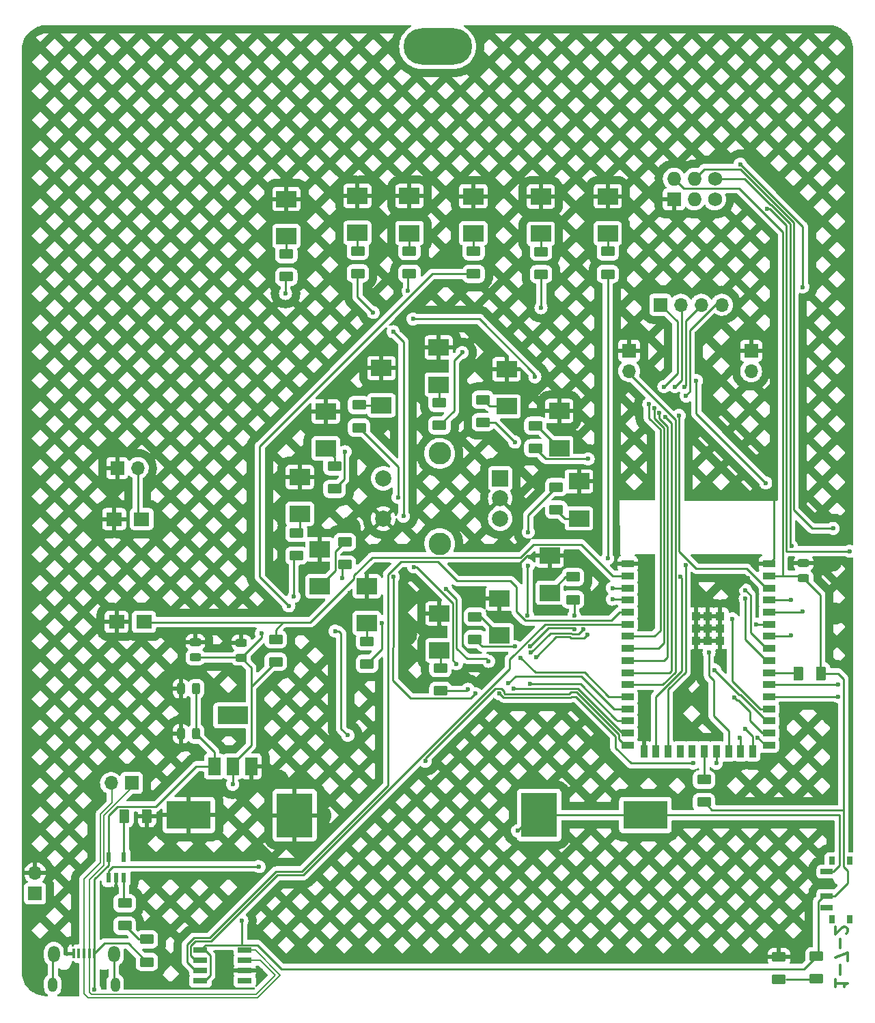
<source format=gbr>
%TF.GenerationSoftware,KiCad,Pcbnew,(6.0.1)*%
%TF.CreationDate,2022-08-18T22:03:57-05:00*%
%TF.ProjectId,BsidesKC-2022-Safe-Badge,42736964-6573-44b4-932d-323032322d53,0-c*%
%TF.SameCoordinates,Original*%
%TF.FileFunction,Copper,L2,Bot*%
%TF.FilePolarity,Positive*%
%FSLAX46Y46*%
G04 Gerber Fmt 4.6, Leading zero omitted, Abs format (unit mm)*
G04 Created by KiCad (PCBNEW (6.0.1)) date 2022-08-18 22:03:57*
%MOMM*%
%LPD*%
G01*
G04 APERTURE LIST*
G04 Aperture macros list*
%AMRoundRect*
0 Rectangle with rounded corners*
0 $1 Rounding radius*
0 $2 $3 $4 $5 $6 $7 $8 $9 X,Y pos of 4 corners*
0 Add a 4 corners polygon primitive as box body*
4,1,4,$2,$3,$4,$5,$6,$7,$8,$9,$2,$3,0*
0 Add four circle primitives for the rounded corners*
1,1,$1+$1,$2,$3*
1,1,$1+$1,$4,$5*
1,1,$1+$1,$6,$7*
1,1,$1+$1,$8,$9*
0 Add four rect primitives between the rounded corners*
20,1,$1+$1,$2,$3,$4,$5,0*
20,1,$1+$1,$4,$5,$6,$7,0*
20,1,$1+$1,$6,$7,$8,$9,0*
20,1,$1+$1,$8,$9,$2,$3,0*%
G04 Aperture macros list end*
%ADD10C,0.300000*%
%TA.AperFunction,NonConductor*%
%ADD11C,0.300000*%
%TD*%
%TA.AperFunction,SMDPad,CuDef*%
%ADD12RoundRect,0.250000X0.625000X-0.375000X0.625000X0.375000X-0.625000X0.375000X-0.625000X-0.375000X0*%
%TD*%
%TA.AperFunction,SMDPad,CuDef*%
%ADD13RoundRect,0.250000X-0.625000X0.375000X-0.625000X-0.375000X0.625000X-0.375000X0.625000X0.375000X0*%
%TD*%
%TA.AperFunction,SMDPad,CuDef*%
%ADD14R,5.500000X3.500000*%
%TD*%
%TA.AperFunction,SMDPad,CuDef*%
%ADD15R,4.500000X5.500000*%
%TD*%
%TA.AperFunction,SMDPad,CuDef*%
%ADD16R,1.750000X0.650000*%
%TD*%
%TA.AperFunction,ComponentPad*%
%ADD17R,1.700000X1.700000*%
%TD*%
%TA.AperFunction,ComponentPad*%
%ADD18O,1.700000X1.700000*%
%TD*%
%TA.AperFunction,ComponentPad*%
%ADD19O,1.727200X1.727200*%
%TD*%
%TA.AperFunction,ComponentPad*%
%ADD20R,1.727200X1.727200*%
%TD*%
%TA.AperFunction,ComponentPad*%
%ADD21C,1.727200*%
%TD*%
%TA.AperFunction,SMDPad,CuDef*%
%ADD22R,2.500000X2.000000*%
%TD*%
%TA.AperFunction,ComponentPad*%
%ADD23O,8.500000X4.500000*%
%TD*%
%TA.AperFunction,SMDPad,CuDef*%
%ADD24RoundRect,0.250000X-0.375000X-0.625000X0.375000X-0.625000X0.375000X0.625000X-0.375000X0.625000X0*%
%TD*%
%TA.AperFunction,SMDPad,CuDef*%
%ADD25R,1.500000X2.200000*%
%TD*%
%TA.AperFunction,SMDPad,CuDef*%
%ADD26R,3.800000X2.200000*%
%TD*%
%TA.AperFunction,SMDPad,CuDef*%
%ADD27R,1.500000X0.900000*%
%TD*%
%TA.AperFunction,SMDPad,CuDef*%
%ADD28R,0.900000X1.500000*%
%TD*%
%TA.AperFunction,SMDPad,CuDef*%
%ADD29R,1.100000X1.100000*%
%TD*%
%TA.AperFunction,SMDPad,CuDef*%
%ADD30R,1.948000X1.700000*%
%TD*%
%TA.AperFunction,SMDPad,CuDef*%
%ADD31RoundRect,0.243750X0.456250X-0.243750X0.456250X0.243750X-0.456250X0.243750X-0.456250X-0.243750X0*%
%TD*%
%TA.AperFunction,SMDPad,CuDef*%
%ADD32R,0.440000X1.300000*%
%TD*%
%TA.AperFunction,ComponentPad*%
%ADD33O,1.450000X2.000000*%
%TD*%
%TA.AperFunction,ComponentPad*%
%ADD34O,1.150000X1.800000*%
%TD*%
%TA.AperFunction,SMDPad,CuDef*%
%ADD35R,0.600000X1.200000*%
%TD*%
%TA.AperFunction,SMDPad,CuDef*%
%ADD36RoundRect,0.243750X0.243750X0.456250X-0.243750X0.456250X-0.243750X-0.456250X0.243750X-0.456250X0*%
%TD*%
%TA.AperFunction,ComponentPad*%
%ADD37C,2.000000*%
%TD*%
%TA.AperFunction,ComponentPad*%
%ADD38C,2.800000*%
%TD*%
%TA.AperFunction,ComponentPad*%
%ADD39R,2.000000X2.000000*%
%TD*%
%TA.AperFunction,SMDPad,CuDef*%
%ADD40R,0.800000X1.000000*%
%TD*%
%TA.AperFunction,SMDPad,CuDef*%
%ADD41R,1.500000X0.700000*%
%TD*%
%TA.AperFunction,ViaPad*%
%ADD42C,0.600000*%
%TD*%
%TA.AperFunction,Conductor*%
%ADD43C,0.250000*%
%TD*%
%TA.AperFunction,Conductor*%
%ADD44C,0.200000*%
%TD*%
G04 APERTURE END LIST*
D10*
D11*
X197390628Y-146494142D02*
X197390628Y-147351285D01*
X197390628Y-146922714D02*
X198890628Y-146922714D01*
X198676342Y-147065571D01*
X198533485Y-147208428D01*
X198462057Y-147351285D01*
X197962057Y-145851285D02*
X197962057Y-144708428D01*
X198890628Y-144137000D02*
X198890628Y-143137000D01*
X197390628Y-143779857D01*
X197962057Y-142565571D02*
X197962057Y-141422714D01*
X198747771Y-140779857D02*
X198819200Y-140708428D01*
X198890628Y-140565571D01*
X198890628Y-140208428D01*
X198819200Y-140065571D01*
X198747771Y-139994142D01*
X198604914Y-139922714D01*
X198462057Y-139922714D01*
X198247771Y-139994142D01*
X197390628Y-140851285D01*
X197390628Y-139922714D01*
D12*
%TO.P,R8,2*%
%TO.N,Net-(D3-Pad2)*%
X144602200Y-56105600D03*
%TO.P,R8,1*%
%TO.N,IO04*%
X144602200Y-58905600D03*
%TD*%
%TO.P,R24,2*%
%TO.N,Net-(D18-Pad2)*%
X130581400Y-91081400D03*
%TO.P,R24,1*%
%TO.N,IO37*%
X130581400Y-93881400D03*
%TD*%
%TO.P,R23,1*%
%TO.N,IO36*%
X148437600Y-110645400D03*
%TO.P,R23,2*%
%TO.N,Net-(D14-Pad2)*%
X148437600Y-107845400D03*
%TD*%
D13*
%TO.P,R22,2*%
%TO.N,Net-(D10-Pad2)*%
X162788600Y-88191800D03*
%TO.P,R22,1*%
%TO.N,IO35*%
X162788600Y-85391800D03*
%TD*%
D12*
%TO.P,R21,1*%
%TO.N,IO21*%
X153695400Y-77346000D03*
%TO.P,R21,2*%
%TO.N,Net-(R21-Pad2)*%
X153695400Y-74546000D03*
%TD*%
%TO.P,R20,2*%
%TO.N,Net-(D6-Pad2)*%
X169189400Y-56156400D03*
%TO.P,R20,1*%
%TO.N,IO26*%
X169189400Y-58956400D03*
%TD*%
%TO.P,R19,2*%
%TO.N,Net-(R19-Pad2)*%
X152552400Y-56131000D03*
%TO.P,R19,1*%
%TO.N,IO33*%
X152552400Y-58931000D03*
%TD*%
%TO.P,R18,2*%
%TO.N,Net-(D2-Pad2)*%
X138201400Y-56080200D03*
%TO.P,R18,1*%
%TO.N,IO34*%
X138201400Y-58880200D03*
%TD*%
%TO.P,R17,2*%
%TO.N,Net-(D20-Pad2)*%
X138353800Y-75206400D03*
%TO.P,R17,1*%
%TO.N,IO17*%
X138353800Y-78006400D03*
%TD*%
%TO.P,R16,2*%
%TO.N,Net-(D17-Pad2)*%
X136601200Y-92199000D03*
%TO.P,R16,1*%
%TO.N,IO16*%
X136601200Y-94999000D03*
%TD*%
%TO.P,R15,2*%
%TO.N,Net-(D13-Pad2)*%
X152730200Y-101470000D03*
%TO.P,R15,1*%
%TO.N,IO15*%
X152730200Y-104270000D03*
%TD*%
%TO.P,R14,1*%
%TO.N,IO14*%
X160197800Y-80571800D03*
%TO.P,R14,2*%
%TO.N,Net-(D9-Pad2)*%
X160197800Y-77771800D03*
%TD*%
%TO.P,R13,2*%
%TO.N,Net-(D19-Pad2)*%
X135305800Y-82801000D03*
%TO.P,R13,1*%
%TO.N,IO12*%
X135305800Y-85601000D03*
%TD*%
%TO.P,R12,2*%
%TO.N,Net-(D15-Pad2)*%
X139344400Y-104518000D03*
%TO.P,R12,1*%
%TO.N,IO11*%
X139344400Y-107318000D03*
%TD*%
%TO.P,R11,2*%
%TO.N,Net-(D11-Pad2)*%
X164871400Y-96542400D03*
%TO.P,R11,1*%
%TO.N,IO10*%
X164871400Y-99342400D03*
%TD*%
%TO.P,R10,1*%
%TO.N,IO06*%
X148310600Y-77727000D03*
%TO.P,R10,2*%
%TO.N,Net-(D7-Pad2)*%
X148310600Y-74927000D03*
%TD*%
%TO.P,R9,2*%
%TO.N,Net-(D5-Pad2)*%
X160909000Y-56181800D03*
%TO.P,R9,1*%
%TO.N,IO05*%
X160909000Y-58981800D03*
%TD*%
%TO.P,R7,2*%
%TO.N,Net-(D1-Pad2)*%
X129336800Y-56486600D03*
%TO.P,R7,1*%
%TO.N,IO03*%
X129336800Y-59286600D03*
%TD*%
D14*
%TO.P,BT1,1,+*%
%TO.N,Net-(BT1-Pad1)*%
X173850000Y-126075000D03*
D15*
X160675000Y-126075000D03*
%TO.P,BT1,2,-*%
%TO.N,GND*%
X130375000Y-126100000D03*
D14*
X117250000Y-126075000D03*
%TD*%
D16*
%TO.P,U3,1,UD+*%
%TO.N,D+*%
X124175000Y-142845000D03*
%TO.P,U3,2,UD-*%
%TO.N,D-*%
X124175000Y-144115000D03*
%TO.P,U3,3,GND*%
%TO.N,GND*%
X124175000Y-145385000D03*
%TO.P,U3,4,~{RTS}*%
%TO.N,unconnected-(U3-Pad4)*%
X124175000Y-146655000D03*
%TO.P,U3,5,VCC*%
%TO.N,VCC*%
X118675000Y-146655000D03*
%TO.P,U3,6,TXD*%
%TO.N,USB_TX_ESP_RX*%
X118675000Y-145385000D03*
%TO.P,U3,7,RXD*%
%TO.N,USB_RX_ESP_TX*%
X118675000Y-144115000D03*
%TO.P,U3,8,V3*%
%TO.N,VCC*%
X118675000Y-142845000D03*
%TD*%
D17*
%TO.P,J7,1,Pin_1*%
%TO.N,GND*%
X186944000Y-68473400D03*
D18*
%TO.P,J7,2,Pin_2*%
%TO.N,IO13*%
X186944000Y-71013400D03*
%TD*%
D17*
%TO.P,J6,1,Pin_1*%
%TO.N,GND*%
X171831000Y-68448000D03*
D18*
%TO.P,J6,2,Pin_2*%
%TO.N,IO38*%
X171831000Y-70988000D03*
%TD*%
D17*
%TO.P,J1,1,Pin_1*%
%TO.N,IO42*%
X175701800Y-62763400D03*
D18*
%TO.P,J1,2,Pin_2*%
%TO.N,IO41*%
X178241800Y-62763400D03*
%TO.P,J1,3,Pin_3*%
%TO.N,IO40*%
X180781800Y-62763400D03*
%TO.P,J1,4,Pin_4*%
%TO.N,IO39*%
X183321800Y-62763400D03*
%TD*%
D19*
%TO.P,X1,1,VCC*%
%TO.N,VCC*%
X177377400Y-47137000D03*
D20*
%TO.P,X1,2,GND*%
%TO.N,GND*%
X177377400Y-49677000D03*
D19*
%TO.P,X1,3,SDA*%
%TO.N,IO08*%
X179917400Y-47137000D03*
%TO.P,X1,4,SCL*%
%TO.N,IO09*%
X179917400Y-49677000D03*
D21*
%TO.P,X1,5,GPIO1*%
%TO.N,IO01*%
X182457400Y-47137000D03*
%TO.P,X1,6,GPIO2*%
%TO.N,IO02*%
X182457400Y-49677000D03*
%TD*%
D22*
%TO.P,D1,1,K*%
%TO.N,GND*%
X129350000Y-49650000D03*
%TO.P,D1,2,A*%
%TO.N,Net-(D1-Pad2)*%
X129350000Y-54250000D03*
%TD*%
%TO.P,D5,1,K*%
%TO.N,GND*%
X160875000Y-49350000D03*
%TO.P,D5,2,A*%
%TO.N,Net-(D5-Pad2)*%
X160875000Y-53950000D03*
%TD*%
%TO.P,D2,1,K*%
%TO.N,GND*%
X138150000Y-49250000D03*
%TO.P,D2,2,A*%
%TO.N,Net-(D2-Pad2)*%
X138150000Y-53850000D03*
%TD*%
%TO.P,D15,1,K*%
%TO.N,GND*%
X139300000Y-97675000D03*
%TO.P,D15,2,A*%
%TO.N,Net-(D15-Pad2)*%
X139300000Y-102275000D03*
%TD*%
%TO.P,D18,1,K*%
%TO.N,GND*%
X131000000Y-84125000D03*
%TO.P,D18,2,A*%
%TO.N,Net-(D18-Pad2)*%
X131000000Y-88725000D03*
%TD*%
%TO.P,D17,1,K*%
%TO.N,GND*%
X133475000Y-93100000D03*
%TO.P,D17,2,A*%
%TO.N,Net-(D17-Pad2)*%
X133475000Y-97700000D03*
%TD*%
%TO.P,D8,1,K*%
%TO.N,GND*%
X156625000Y-70775000D03*
%TO.P,D8,2,A*%
%TO.N,Net-(R21-Pad2)*%
X156625000Y-75375000D03*
%TD*%
%TO.P,D20,1,K*%
%TO.N,GND*%
X141125000Y-70625000D03*
%TO.P,D20,2,A*%
%TO.N,Net-(D20-Pad2)*%
X141125000Y-75225000D03*
%TD*%
%TO.P,D6,1,K*%
%TO.N,GND*%
X169175000Y-49300000D03*
%TO.P,D6,2,A*%
%TO.N,Net-(D6-Pad2)*%
X169175000Y-53900000D03*
%TD*%
%TO.P,D14,1,K*%
%TO.N,GND*%
X148325000Y-101050000D03*
%TO.P,D14,2,A*%
%TO.N,Net-(D14-Pad2)*%
X148325000Y-105650000D03*
%TD*%
%TO.P,D13,1,K*%
%TO.N,GND*%
X155775000Y-99200000D03*
%TO.P,D13,2,A*%
%TO.N,Net-(D13-Pad2)*%
X155775000Y-103800000D03*
%TD*%
%TO.P,D7,1,K*%
%TO.N,GND*%
X148225000Y-68075000D03*
%TO.P,D7,2,A*%
%TO.N,Net-(D7-Pad2)*%
X148225000Y-72675000D03*
%TD*%
%TO.P,D9,1,K*%
%TO.N,GND*%
X163150000Y-75950000D03*
%TO.P,D9,2,A*%
%TO.N,Net-(D9-Pad2)*%
X163150000Y-80550000D03*
%TD*%
%TO.P,D3,2,A*%
%TO.N,Net-(D3-Pad2)*%
X144600000Y-53875000D03*
%TO.P,D3,1,K*%
%TO.N,GND*%
X144600000Y-49275000D03*
%TD*%
%TO.P,D11,1,K*%
%TO.N,GND*%
X161975000Y-93900000D03*
%TO.P,D11,2,A*%
%TO.N,Net-(D11-Pad2)*%
X161975000Y-98500000D03*
%TD*%
%TO.P,D10,1,K*%
%TO.N,GND*%
X165600000Y-84675000D03*
%TO.P,D10,2,A*%
%TO.N,Net-(D10-Pad2)*%
X165600000Y-89275000D03*
%TD*%
%TO.P,D4,1,K*%
%TO.N,GND*%
X152525000Y-49300000D03*
%TO.P,D4,2,A*%
%TO.N,Net-(R19-Pad2)*%
X152525000Y-53900000D03*
%TD*%
%TO.P,D19,2,A*%
%TO.N,Net-(D19-Pad2)*%
X134225000Y-80600000D03*
%TO.P,D19,1,K*%
%TO.N,GND*%
X134225000Y-76000000D03*
%TD*%
D23*
%TO.P,REF\u002A\u002A,*%
%TO.N,*%
X148082000Y-30734000D03*
%TD*%
D17*
%TO.P,J2,1,Pin_1*%
%TO.N,GND*%
X108375000Y-83025000D03*
D18*
%TO.P,J2,2,Pin_2*%
%TO.N,Boot*%
X110915000Y-83025000D03*
%TD*%
D13*
%TO.P,D16,1,K*%
%TO.N,GND*%
X190398400Y-143684800D03*
%TO.P,D16,2,A*%
%TO.N,Net-(D16-Pad2)*%
X190398400Y-146484800D03*
%TD*%
%TO.P,D12,1,K*%
%TO.N,Net-(D12-Pad1)*%
X112050000Y-141500000D03*
%TO.P,D12,2,A*%
%TO.N,VBUS*%
X112050000Y-144300000D03*
%TD*%
D24*
%TO.P,R1,1*%
%TO.N,Net-(R1-Pad1)*%
X109275000Y-126225000D03*
%TO.P,R1,2*%
%TO.N,GND*%
X112075000Y-126225000D03*
%TD*%
D25*
%TO.P,U4,1,GND*%
%TO.N,GND*%
X125000000Y-120025000D03*
%TO.P,U4,2,VO*%
%TO.N,VCC*%
X122700000Y-120025000D03*
%TO.P,U4,3,VI*%
%TO.N,VBUS*%
X120400000Y-120025000D03*
D26*
%TO.P,U4,4*%
%TO.N,N/C*%
X122700000Y-113725000D03*
%TD*%
D27*
%TO.P,ESP32-S2 ROVER,1,GND*%
%TO.N,GND*%
X189150000Y-94900000D03*
%TO.P,ESP32-S2 ROVER,2,3V3*%
%TO.N,VCC*%
X189150000Y-96400000D03*
%TO.P,ESP32-S2 ROVER,3,IO00*%
%TO.N,Boot*%
X189150000Y-97900000D03*
%TO.P,ESP32-S2 ROVER,4,IO01*%
%TO.N,IO01*%
X189150000Y-99400000D03*
%TO.P,ESP32-S2 ROVER,5,IO02*%
%TO.N,IO02*%
X189150000Y-100900000D03*
%TO.P,ESP32-S2 ROVER,6,IO03*%
%TO.N,IO03*%
X189150000Y-102400000D03*
%TO.P,ESP32-S2 ROVER,7,IO04*%
%TO.N,IO04*%
X189150000Y-103900000D03*
%TO.P,ESP32-S2 ROVER,8,IO05*%
%TO.N,IO05*%
X189150000Y-105400000D03*
%TO.P,ESP32-S2 ROVER,9,IO06*%
%TO.N,IO06*%
X189150000Y-106900000D03*
%TO.P,ESP32-S2 ROVER,10,IO07*%
%TO.N,IO07*%
X189150000Y-108400000D03*
%TO.P,ESP32-S2 ROVER,11,IO08*%
%TO.N,IO08*%
X189150000Y-109900000D03*
%TO.P,ESP32-S2 ROVER,12,IO09*%
%TO.N,IO09*%
X189150000Y-111400000D03*
%TO.P,ESP32-S2 ROVER,13,IO10*%
%TO.N,IO10*%
X189150000Y-112900000D03*
%TO.P,ESP32-S2 ROVER,14,IO11*%
%TO.N,IO11*%
X189150000Y-114400000D03*
%TO.P,ESP32-S2 ROVER,15,IO12*%
%TO.N,IO12*%
X189150000Y-115900000D03*
%TO.P,ESP32-S2 ROVER,16,IO13*%
%TO.N,IO13*%
X189150000Y-117400000D03*
D28*
%TO.P,ESP32-S2 ROVER,17,IO14*%
%TO.N,IO14*%
X187150000Y-118150000D03*
%TO.P,ESP32-S2 ROVER,18,IO15*%
%TO.N,IO15*%
X185650000Y-118150000D03*
%TO.P,ESP32-S2 ROVER,19,IO16*%
%TO.N,IO16*%
X184150000Y-118150000D03*
%TO.P,ESP32-S2 ROVER,20,IO17*%
%TO.N,IO17*%
X182650000Y-118150000D03*
%TO.P,ESP32-S2 ROVER,21,IO18*%
%TO.N,Net-(R5-Pad1)*%
X181150000Y-118150000D03*
%TO.P,ESP32-S2 ROVER,22,USB_D-*%
%TO.N,unconnected-(U2-Pad22)*%
X179650000Y-118150000D03*
%TO.P,ESP32-S2 ROVER,23,USB_D+*%
%TO.N,unconnected-(U2-Pad23)*%
X178150000Y-118150000D03*
%TO.P,ESP32-S2 ROVER,24,IO21*%
%TO.N,IO21*%
X176650000Y-118150000D03*
%TO.P,ESP32-S2 ROVER,25,IO26*%
%TO.N,IO26*%
X175150000Y-118150000D03*
%TO.P,ESP32-S2 ROVER,26,GND*%
%TO.N,GND*%
X173650000Y-118150000D03*
D27*
%TO.P,ESP32-S2 ROVER,27,IO33*%
%TO.N,IO33*%
X171650000Y-117400000D03*
%TO.P,ESP32-S2 ROVER,28,IO34*%
%TO.N,IO34*%
X171650000Y-115900000D03*
%TO.P,ESP32-S2 ROVER,29,IO35*%
%TO.N,IO35*%
X171650000Y-114400000D03*
%TO.P,ESP32-S2 ROVER,30,IO36*%
%TO.N,IO36*%
X171650000Y-112900000D03*
%TO.P,ESP32-S2 ROVER,31,IO37*%
%TO.N,IO37*%
X171650000Y-111400000D03*
%TO.P,ESP32-S2 ROVER,32,IO38*%
%TO.N,IO38*%
X171650000Y-109900000D03*
%TO.P,ESP32-S2 ROVER,33,IO39*%
%TO.N,IO39*%
X171650000Y-108400000D03*
%TO.P,ESP32-S2 ROVER,34,IO40*%
%TO.N,IO40*%
X171650000Y-106900000D03*
%TO.P,ESP32-S2 ROVER,35,IO41*%
%TO.N,IO41*%
X171650000Y-105400000D03*
%TO.P,ESP32-S2 ROVER,36,IO42*%
%TO.N,IO42*%
X171650000Y-103900000D03*
%TO.P,ESP32-S2 ROVER,37,TXD0*%
%TO.N,USB_RX_ESP_TX*%
X171650000Y-102400000D03*
%TO.P,ESP32-S2 ROVER,38,RXD0*%
%TO.N,USB_TX_ESP_RX*%
X171650000Y-100900000D03*
%TO.P,ESP32-S2 ROVER,39,IO45*%
%TO.N,IO45*%
X171650000Y-99400000D03*
%TO.P,ESP32-S2 ROVER,40,IO46*%
%TO.N,IO46*%
X171650000Y-97900000D03*
%TO.P,ESP32-S2 ROVER,41,EN*%
%TO.N,RESET*%
X171650000Y-96400000D03*
%TO.P,ESP32-S2 ROVER,42,GND*%
%TO.N,GND*%
X171650000Y-94900000D03*
D29*
%TO.P,ESP32-S2 ROVER,43,GND*%
X181590000Y-101400000D03*
X183090000Y-104450000D03*
X183090000Y-102950000D03*
X181590000Y-102950000D03*
X180090000Y-102950000D03*
X180090000Y-104450000D03*
X183090000Y-101400000D03*
X180090000Y-101400000D03*
X181590000Y-104450000D03*
%TD*%
D30*
%TO.P,SW2,1,A*%
%TO.N,Boot*%
X111400000Y-89350000D03*
%TO.P,SW2,2,B*%
%TO.N,GND*%
X108000000Y-89350000D03*
%TD*%
D13*
%TO.P,R3,1*%
%TO.N,VCC*%
X195046600Y-143583200D03*
%TO.P,R3,2*%
%TO.N,Net-(D16-Pad2)*%
X195046600Y-146383200D03*
%TD*%
D31*
%TO.P,C2,1*%
%TO.N,VCC*%
X193450000Y-96712500D03*
%TO.P,C2,2*%
%TO.N,GND*%
X193450000Y-94837500D03*
%TD*%
D13*
%TO.P,R5,1*%
%TO.N,Net-(R5-Pad1)*%
X181100000Y-121675000D03*
%TO.P,R5,2*%
%TO.N,VCC*%
X181100000Y-124475000D03*
%TD*%
D12*
%TO.P,R4,1*%
%TO.N,VCC*%
X128016000Y-107064000D03*
%TO.P,R4,2*%
%TO.N,RESET*%
X128016000Y-104264000D03*
%TD*%
D32*
%TO.P,J4,1,VBUS*%
%TO.N,VBUS*%
X105550000Y-143275000D03*
%TO.P,J4,2,D-*%
%TO.N,D-*%
X104900000Y-143275000D03*
%TO.P,J4,3,D+*%
%TO.N,D+*%
X104250000Y-143275000D03*
%TO.P,J4,4,ID*%
%TO.N,unconnected-(J4-Pad4)*%
X103600000Y-143275000D03*
%TO.P,J4,5,GND*%
%TO.N,GND*%
X102950000Y-143275000D03*
D33*
%TO.P,J4,6,Shield*%
%TO.N,unconnected-(J4-Pad6)*%
X107975000Y-143325000D03*
X100525000Y-143325000D03*
D34*
X108125000Y-147125000D03*
X100375000Y-147125000D03*
%TD*%
D35*
%TO.P,U1,1,~{CHRG}*%
%TO.N,Net-(R2-Pad2)*%
X109175000Y-133875000D03*
%TO.P,U1,2,GND*%
%TO.N,GND*%
X108225000Y-133875000D03*
%TO.P,U1,3,BAT*%
%TO.N,Net-(BT1-Pad1)*%
X107275000Y-133875000D03*
%TO.P,U1,4,VCC*%
%TO.N,VBUS*%
X107275000Y-131275000D03*
%TO.P,U1,5,PROG*%
%TO.N,Net-(R1-Pad1)*%
X109175000Y-131275000D03*
%TD*%
D36*
%TO.P,C1,1*%
%TO.N,VBUS*%
X118137500Y-110400000D03*
%TO.P,C1,2*%
%TO.N,GND*%
X116262500Y-110400000D03*
%TD*%
%TO.P,C5,1*%
%TO.N,VBUS*%
X118137500Y-116000000D03*
%TO.P,C5,2*%
%TO.N,GND*%
X116262500Y-116000000D03*
%TD*%
D31*
%TO.P,C4,1*%
%TO.N,VCC*%
X118059200Y-106499900D03*
%TO.P,C4,2*%
%TO.N,GND*%
X118059200Y-104624900D03*
%TD*%
D17*
%TO.P,GND 5v,1,Pin_1*%
%TO.N,VBUS*%
X98200000Y-135800000D03*
D18*
%TO.P,GND 5v,2,Pin_2*%
%TO.N,GND*%
X98200000Y-133260000D03*
%TD*%
D24*
%TO.P,R6,1*%
%TO.N,IO07*%
X192825000Y-108500000D03*
%TO.P,R6,2*%
%TO.N,VCC*%
X195625000Y-108500000D03*
%TD*%
D37*
%TO.P,SW3,S2,S2*%
%TO.N,GND*%
X141350000Y-89300000D03*
%TO.P,SW3,S1,S1*%
%TO.N,VCC*%
X141350000Y-84300000D03*
D38*
%TO.P,SW3,MP*%
%TO.N,N/C*%
X148350000Y-81200000D03*
X148350000Y-92400000D03*
D37*
%TO.P,SW3,C,C*%
%TO.N,GND*%
X155850000Y-86800000D03*
%TO.P,SW3,B,B*%
%TO.N,IO45*%
X155850000Y-89300000D03*
D39*
%TO.P,SW3,A,A*%
%TO.N,IO46*%
X155850000Y-84300000D03*
%TD*%
D17*
%TO.P,D- D+,1,Pin_1*%
%TO.N,D-*%
X110150000Y-122100000D03*
D18*
%TO.P,D- D+,2,Pin_2*%
%TO.N,D+*%
X107610000Y-122100000D03*
%TD*%
D30*
%TO.P,Reset,1,C*%
%TO.N,GND*%
X108300000Y-102125000D03*
%TO.P,Reset,2,D*%
%TO.N,RESET*%
X111700000Y-102125000D03*
%TD*%
D40*
%TO.P,1/0,*%
%TO.N,*%
X199180000Y-131700000D03*
X196970000Y-131700000D03*
X196970000Y-139000000D03*
X199180000Y-139000000D03*
D41*
%TO.P,1/0,1,A*%
%TO.N,Net-(BT1-Pad1)*%
X196320000Y-133100000D03*
%TO.P,1/0,2,B*%
%TO.N,VCC*%
X196320000Y-136100000D03*
%TO.P,1/0,3,C*%
%TO.N,unconnected-(SW1-Pad3)*%
X196320000Y-137600000D03*
%TD*%
D31*
%TO.P,C3,1*%
%TO.N,VCC*%
X123748800Y-106550700D03*
%TO.P,C3,2*%
%TO.N,GND*%
X123748800Y-104675700D03*
%TD*%
D12*
%TO.P,R2,1*%
%TO.N,Net-(D12-Pad1)*%
X109300000Y-139800000D03*
%TO.P,R2,2*%
%TO.N,Net-(R2-Pad2)*%
X109300000Y-137000000D03*
%TD*%
D42*
%TO.N,GND*%
X196875400Y-92100400D03*
X178003200Y-111074200D03*
X173609000Y-111048800D03*
X133578600Y-126136400D03*
%TO.N,IO17*%
X152795900Y-111012900D03*
X155727400Y-111012900D03*
X179781200Y-119634000D03*
%TO.N,IO36*%
X156870400Y-109728000D03*
%TO.N,GND*%
X137160000Y-98552000D03*
X180289200Y-99390200D03*
X186563000Y-96647000D03*
X185724800Y-94284800D03*
%TO.N,IO42*%
X176149000Y-72923400D03*
X174269400Y-75082400D03*
%TO.N,IO41*%
X177520600Y-72923400D03*
X174929800Y-75615800D03*
%TO.N,IO40*%
X178714400Y-72923400D03*
X175564800Y-76174600D03*
%TO.N,IO39*%
X178892200Y-74091800D03*
X176276000Y-76682600D03*
%TO.N,GND*%
X197358000Y-101066600D03*
X196875400Y-94538800D03*
%TO.N,IO13*%
X187774500Y-116444718D03*
%TO.N,Net-(BT1-Pad1)*%
X125950000Y-132475000D03*
X157988000Y-128016000D03*
%TO.N,GND*%
X128320800Y-121767600D03*
X98983800Y-145491200D03*
X157734000Y-95250000D03*
X137185400Y-90373200D03*
X152400000Y-98856800D03*
X126161800Y-145364200D03*
X106654600Y-145872200D03*
X197129400Y-113741200D03*
X189788800Y-84886800D03*
X102565200Y-146354800D03*
X199288400Y-113715800D03*
X144195800Y-103708200D03*
%TO.N,VBUS*%
X105562400Y-147750980D03*
%TO.N,VCC*%
X126263400Y-103505000D03*
X122675000Y-122250000D03*
X123825000Y-139141200D03*
%TO.N,IO03*%
X145034000Y-64516000D03*
X129235200Y-61366400D03*
X160147000Y-71704200D03*
X187604400Y-102412800D03*
%TO.N,IO04*%
X144424400Y-61061600D03*
X188762300Y-84861400D03*
X180162200Y-72161400D03*
X191871600Y-103809800D03*
%TO.N,IO05*%
X160909000Y-63144400D03*
X186258200Y-98171000D03*
%TO.N,IO06*%
X151130000Y-68681600D03*
X186225000Y-99250000D03*
%TO.N,IO14*%
X186175000Y-115350000D03*
X166751000Y-81889600D03*
%TO.N,IO35*%
X159325000Y-95125000D03*
X159325000Y-90975000D03*
X159225000Y-101300000D03*
X159512000Y-109763900D03*
%TO.N,IO10*%
X184600000Y-101725000D03*
X165023800Y-101300011D03*
%TO.N,IO15*%
X165049200Y-103024500D03*
X159541092Y-105108892D03*
X185575000Y-116525000D03*
X157705415Y-105178215D03*
%TO.N,IO36*%
X151866600Y-110464600D03*
%TO.N,IO11*%
X160274000Y-106499500D03*
X149123400Y-98044000D03*
X182422800Y-108077000D03*
X166649248Y-103680481D03*
X154406600Y-106999020D03*
X141198600Y-102225000D03*
%TO.N,IO16*%
X159650000Y-105925000D03*
X166192200Y-103024500D03*
X181725000Y-105900000D03*
X136271000Y-96672400D03*
%TO.N,IO37*%
X130275000Y-98950000D03*
X158394400Y-106549500D03*
%TO.N,IO12*%
X136625000Y-81000000D03*
X184886600Y-111480600D03*
%TO.N,IO17*%
X143175000Y-86650000D03*
X142575000Y-96475000D03*
X182650000Y-119634000D03*
%TO.N,Boot*%
X178028600Y-76504800D03*
%TO.N,IO45*%
X169750000Y-99300000D03*
%TO.N,IO46*%
X169750000Y-97900000D03*
%TO.N,IO09*%
X188899800Y-50825400D03*
X197749500Y-111379000D03*
X199161400Y-93345000D03*
%TO.N,IO08*%
X197749500Y-109905800D03*
X197104000Y-90500200D03*
%TO.N,IO02*%
X193344800Y-60564400D03*
X185597800Y-45324389D03*
X193294000Y-100838000D03*
%TO.N,IO01*%
X191948020Y-92720500D03*
X191871600Y-99390200D03*
%TO.N,IO34*%
X150418800Y-107315000D03*
X142575000Y-66100000D03*
X140100000Y-63725000D03*
X143850000Y-89000000D03*
X145125000Y-95275000D03*
X157505400Y-110388400D03*
%TO.N,IO33*%
X136956800Y-116179600D03*
X129650000Y-100125000D03*
X135379661Y-103242839D03*
X146558000Y-119380000D03*
%TO.N,IO26*%
X169164000Y-94234000D03*
X178191500Y-96469200D03*
%TO.N,IO21*%
X178816000Y-95046800D03*
X157657800Y-79806800D03*
%TD*%
D43*
%TO.N,IO04*%
X189164000Y-103886000D02*
X189150000Y-103900000D01*
X191795400Y-103886000D02*
X189164000Y-103886000D01*
X191871600Y-103809800D02*
X191795400Y-103886000D01*
%TO.N,IO42*%
X174269400Y-75082400D02*
X174269400Y-76830628D01*
X174269400Y-76830628D02*
X175689440Y-78250668D01*
X175689440Y-78250668D02*
X175689440Y-103149400D01*
X175689440Y-103149400D02*
X174938840Y-103900000D01*
X174938840Y-103900000D02*
X171650000Y-103900000D01*
%TO.N,IO41*%
X176138960Y-104724200D02*
X175463160Y-105400000D01*
X174929800Y-75615800D02*
X174929800Y-76855310D01*
X174929800Y-76855310D02*
X176138960Y-78064470D01*
X176138960Y-78064470D02*
X176138960Y-104724200D01*
X175463160Y-105400000D02*
X171650000Y-105400000D01*
%TO.N,IO40*%
X176165280Y-106900000D02*
X171650000Y-106900000D01*
X175564800Y-76174600D02*
X175564800Y-76854593D01*
X175564800Y-76854593D02*
X176588480Y-77878273D01*
X176588480Y-106476800D02*
X176165280Y-106900000D01*
X176588480Y-77878273D02*
X176588480Y-106476800D01*
%TO.N,IO39*%
X171650000Y-108400000D02*
X176842000Y-108400000D01*
X176842000Y-108400000D02*
X177038000Y-108204000D01*
X177038000Y-108204000D02*
X177038000Y-77444600D01*
X177038000Y-77444600D02*
X176276000Y-76682600D01*
%TO.N,IO38*%
X175977718Y-109900000D02*
X177546000Y-108331718D01*
X171650000Y-109900000D02*
X175977718Y-109900000D01*
X177546000Y-108331718D02*
X177546000Y-77012800D01*
X177546000Y-77012800D02*
X171831000Y-71297800D01*
X171831000Y-71297800D02*
X171831000Y-70988000D01*
%TO.N,Boot*%
X178028600Y-76504800D02*
X178028600Y-91846400D01*
X186410600Y-95509622D02*
X188800978Y-97900000D01*
X177995520Y-93343127D02*
X180162015Y-95509622D01*
X178028600Y-91846400D02*
X177995520Y-91879480D01*
X177995520Y-91879480D02*
X177995520Y-93343127D01*
X180162015Y-95509622D02*
X186410600Y-95509622D01*
X188800978Y-97900000D02*
X189150000Y-97900000D01*
%TO.N,IO04*%
X180162200Y-72161400D02*
X180162200Y-76261300D01*
X180162200Y-76261300D02*
X188762300Y-84861400D01*
%TO.N,GND*%
X183090000Y-100120000D02*
X183090000Y-101400000D01*
X186563000Y-96647000D02*
X183090000Y-100120000D01*
%TO.N,USB_TX_ESP_RX*%
X170651400Y-100900000D02*
X171650000Y-100900000D01*
X169626889Y-101924511D02*
X170651400Y-100900000D01*
X158966318Y-101924511D02*
X169626889Y-101924511D01*
X157861000Y-100819193D02*
X158966318Y-101924511D01*
X157861000Y-97809465D02*
X157861000Y-100819193D01*
X157067853Y-97016318D02*
X157861000Y-97809465D01*
X150449511Y-97016318D02*
X157067853Y-97016318D01*
X148083682Y-94650489D02*
X150449511Y-97016318D01*
X143516318Y-94650489D02*
X148083682Y-94650489D01*
X141935200Y-96231607D02*
X143516318Y-94650489D01*
X141935200Y-122401882D02*
X141935200Y-96231607D01*
X131263493Y-133073589D02*
X141935200Y-122401882D01*
X117867345Y-141296449D02*
X119840951Y-141296449D01*
X117025969Y-142137825D02*
X117867345Y-141296449D01*
X128063812Y-133073589D02*
X131263493Y-133073589D01*
X117025969Y-144314991D02*
X117025969Y-142137825D01*
X119840951Y-141296449D02*
X128063812Y-133073589D01*
X118095978Y-145385000D02*
X117025969Y-144314991D01*
X118675000Y-145385000D02*
X118095978Y-145385000D01*
%TO.N,RESET*%
X128016000Y-103073200D02*
X128930400Y-102158800D01*
X128016000Y-104264000D02*
X128016000Y-103073200D01*
X169800000Y-96400000D02*
X171650000Y-96400000D01*
X165900000Y-92500000D02*
X169800000Y-96400000D01*
X158375489Y-94124511D02*
X160000000Y-92500000D01*
X139951467Y-94124511D02*
X158375489Y-94124511D01*
X137725489Y-96350489D02*
X139951467Y-94124511D01*
X137725489Y-96750511D02*
X137725489Y-96350489D01*
X132351000Y-102125000D02*
X137725489Y-96750511D01*
X160000000Y-92500000D02*
X165900000Y-92500000D01*
%TO.N,IO37*%
X169300000Y-111400000D02*
X171650000Y-111400000D01*
X166289480Y-108389480D02*
X169300000Y-111400000D01*
X158394400Y-106549500D02*
X160234380Y-108389480D01*
X160234380Y-108389480D02*
X166289480Y-108389480D01*
%TO.N,IO21*%
X178816000Y-108333154D02*
X176650000Y-110499154D01*
X178816000Y-95046800D02*
X178816000Y-108333154D01*
X176650000Y-110499154D02*
X176650000Y-118150000D01*
%TO.N,IO26*%
X175150000Y-111363436D02*
X175150000Y-118150000D01*
X178366480Y-108146956D02*
X175150000Y-111363436D01*
X178366480Y-96644180D02*
X178366480Y-108146956D01*
X178191500Y-96469200D02*
X178366480Y-96644180D01*
%TO.N,IO11*%
X166231198Y-104098531D02*
X166649248Y-103680481D01*
X164604321Y-104098531D02*
X166231198Y-104098531D01*
X162785900Y-103987600D02*
X164493389Y-103987600D01*
X164493389Y-103987600D02*
X164604321Y-104098531D01*
X160274000Y-106499500D02*
X162785900Y-103987600D01*
%TO.N,IO16*%
X164646507Y-103505000D02*
X162070000Y-103505000D01*
X164790518Y-103649011D02*
X164646507Y-103505000D01*
X165567689Y-103649011D02*
X164790518Y-103649011D01*
X162070000Y-103505000D02*
X159650000Y-105925000D01*
X166192200Y-103024500D02*
X165567689Y-103649011D01*
%TO.N,IO15*%
X164874220Y-102849520D02*
X165049200Y-103024500D01*
X161800464Y-102849520D02*
X164874220Y-102849520D01*
X159541092Y-105108892D02*
X161800464Y-102849520D01*
%TO.N,IO35*%
X170163089Y-114157589D02*
X170163089Y-114161911D01*
X165769400Y-109763900D02*
X170163089Y-114157589D01*
X170163089Y-114161911D02*
X170401178Y-114400000D01*
X159512000Y-109763900D02*
X165769400Y-109763900D01*
X170401178Y-114400000D02*
X171650000Y-114400000D01*
%TO.N,IO36*%
X157759400Y-108839000D02*
X156870400Y-109728000D01*
X165889000Y-108839000D02*
X157759400Y-108839000D01*
X169950000Y-112900000D02*
X165889000Y-108839000D01*
X171650000Y-112900000D02*
X169950000Y-112900000D01*
%TO.N,IO34*%
X165506400Y-110388400D02*
X171018000Y-115900000D01*
X171018000Y-115900000D02*
X171650000Y-115900000D01*
X157505400Y-110388400D02*
X165506400Y-110388400D01*
%TO.N,IO33*%
X146558000Y-119050518D02*
X146558000Y-119380000D01*
X155220129Y-110388389D02*
X146558000Y-119050518D01*
X155986082Y-110388389D02*
X155220129Y-110388389D01*
X156351911Y-110754218D02*
X155986082Y-110388389D01*
X156351911Y-110961393D02*
X156351911Y-110754218D01*
X164393482Y-111048811D02*
X156439329Y-111048811D01*
X164604373Y-110837920D02*
X164393482Y-111048811D01*
X170575489Y-116674511D02*
X170575489Y-116093207D01*
X165320202Y-110837920D02*
X164604373Y-110837920D01*
X171300978Y-117400000D02*
X170575489Y-116674511D01*
X156439329Y-111048811D02*
X156351911Y-110961393D01*
X171650000Y-117400000D02*
X171300978Y-117400000D01*
X170575489Y-116093207D02*
X165320202Y-110837920D01*
%TO.N,IO05*%
X160909000Y-63144400D02*
X160909000Y-58981800D01*
%TO.N,IO39*%
X182473600Y-62763400D02*
X183321800Y-62763400D01*
X179338911Y-65898089D02*
X182473600Y-62763400D01*
X178892200Y-74091800D02*
X178892200Y-73964800D01*
X178892200Y-73964800D02*
X179338911Y-73518089D01*
X179338911Y-73518089D02*
X179338911Y-65898089D01*
%TO.N,IO41*%
X178308000Y-62829600D02*
X178241800Y-62763400D01*
X178308000Y-72136000D02*
X178308000Y-62829600D01*
X177520600Y-72923400D02*
X178308000Y-72136000D01*
%TO.N,IO40*%
X178816000Y-64729200D02*
X180781800Y-62763400D01*
X178816000Y-72821800D02*
X178816000Y-64729200D01*
X178714400Y-72923400D02*
X178816000Y-72821800D01*
%TO.N,IO42*%
X177792280Y-64853880D02*
X175701800Y-62763400D01*
X177792280Y-71280120D02*
X177792280Y-64853880D01*
X176149000Y-72923400D02*
X177792280Y-71280120D01*
%TO.N,IO17*%
X144741920Y-111594920D02*
X143865600Y-110718600D01*
X152213880Y-111594920D02*
X144741920Y-111594920D01*
X152795900Y-111012900D02*
X152213880Y-111594920D01*
X142600000Y-96500000D02*
X142575000Y-96475000D01*
X142559700Y-109412700D02*
X142559700Y-105302300D01*
X142559700Y-105302300D02*
X142600000Y-105262000D01*
X143865600Y-110718600D02*
X142559700Y-109412700D01*
X142600000Y-105262000D02*
X142600000Y-96500000D01*
X156253131Y-111498331D02*
X155727400Y-110972600D01*
X164579679Y-111498331D02*
X156253131Y-111498331D01*
X165238982Y-111392418D02*
X164685593Y-111392418D01*
X170125969Y-116279405D02*
X165238982Y-111392418D01*
X172034978Y-119634000D02*
X170125969Y-117724991D01*
X179781200Y-119634000D02*
X172034978Y-119634000D01*
X170125969Y-117724991D02*
X170125969Y-116279405D01*
X155727400Y-110972600D02*
X155727400Y-111012900D01*
X164685593Y-111392418D02*
X164579679Y-111498331D01*
%TO.N,IO11*%
X150411120Y-99331720D02*
X149123400Y-98044000D01*
X151733793Y-106680000D02*
X150411120Y-105357327D01*
X154087580Y-106680000D02*
X151733793Y-106680000D01*
X154406600Y-106999020D02*
X154087580Y-106680000D01*
X150411120Y-105357327D02*
X150411120Y-99331720D01*
%TO.N,IO36*%
X151685800Y-110645400D02*
X148437600Y-110645400D01*
X151866600Y-110464600D02*
X151685800Y-110645400D01*
%TO.N,USB_RX_ESP_TX*%
X161366807Y-102400000D02*
X171650000Y-102400000D01*
X157025489Y-106741318D02*
X161366807Y-102400000D01*
X157025489Y-107947311D02*
X157025489Y-106741318D01*
X131449691Y-133523109D02*
X157025489Y-107947311D01*
X128250009Y-133523109D02*
X131449691Y-133523109D01*
X118053542Y-141745969D02*
X120027149Y-141745969D01*
X120027149Y-141745969D02*
X128250009Y-133523109D01*
X117475489Y-142324022D02*
X118053542Y-141745969D01*
X117475489Y-143494511D02*
X117475489Y-142324022D01*
X118095978Y-144115000D02*
X117475489Y-143494511D01*
X118675000Y-144115000D02*
X118095978Y-144115000D01*
%TO.N,GND*%
X157885718Y-95250000D02*
X157734000Y-95250000D01*
X159235718Y-93900000D02*
X157885718Y-95250000D01*
X161975000Y-93900000D02*
X159235718Y-93900000D01*
%TO.N,Net-(D11-Pad2)*%
X164871400Y-96542400D02*
X163932600Y-96542400D01*
X163932600Y-96542400D02*
X161975000Y-98500000D01*
%TO.N,IO10*%
X165023800Y-99494800D02*
X164871400Y-99342400D01*
X165023800Y-101300011D02*
X165023800Y-99494800D01*
%TO.N,Net-(D13-Pad2)*%
X153445000Y-101470000D02*
X155775000Y-103800000D01*
X152730200Y-101470000D02*
X153445000Y-101470000D01*
%TO.N,IO15*%
X157705415Y-105178215D02*
X153638415Y-105178215D01*
X153638415Y-105178215D02*
X152730200Y-104270000D01*
%TO.N,IO34*%
X145449022Y-95275000D02*
X145125000Y-95275000D01*
X149961600Y-106857800D02*
X149961600Y-99787578D01*
X149961600Y-99787578D02*
X145449022Y-95275000D01*
X150418800Y-107315000D02*
X149961600Y-106857800D01*
%TO.N,Net-(D9-Pad2)*%
X160371800Y-77771800D02*
X163150000Y-80550000D01*
X160197800Y-77771800D02*
X160371800Y-77771800D01*
%TO.N,IO14*%
X161500511Y-81874511D02*
X160197800Y-80571800D01*
X164724511Y-81874511D02*
X161500511Y-81874511D01*
X164739600Y-81889600D02*
X164724511Y-81874511D01*
X166751000Y-81889600D02*
X164739600Y-81889600D01*
%TO.N,Net-(R21-Pad2)*%
X154524400Y-75375000D02*
X156625000Y-75375000D01*
X153695400Y-74546000D02*
X154524400Y-75375000D01*
%TO.N,IO21*%
X157657800Y-79806800D02*
X155197000Y-77346000D01*
X155197000Y-77346000D02*
X153695400Y-77346000D01*
%TO.N,Net-(D19-Pad2)*%
X135305800Y-81680800D02*
X134225000Y-80600000D01*
X135305800Y-82801000D02*
X135305800Y-81680800D01*
%TO.N,IO12*%
X136505320Y-84401480D02*
X136505320Y-80880320D01*
X135305800Y-85601000D02*
X136505320Y-84401480D01*
%TO.N,Net-(D10-Pad2)*%
X163871800Y-89275000D02*
X165600000Y-89275000D01*
X162788600Y-88191800D02*
X163871800Y-89275000D01*
%TO.N,IO35*%
X159325000Y-88855400D02*
X159325000Y-90975000D01*
X162788600Y-85391800D02*
X159325000Y-88855400D01*
%TO.N,Net-(D17-Pad2)*%
X135401680Y-95773320D02*
X133475000Y-97700000D01*
X135401680Y-93398520D02*
X135401680Y-95773320D01*
X136601200Y-92199000D02*
X135401680Y-93398520D01*
%TO.N,IO16*%
X136271000Y-95329200D02*
X136601200Y-94999000D01*
X136271000Y-96672400D02*
X136271000Y-95329200D01*
%TO.N,RESET*%
X111733800Y-102158800D02*
X132317200Y-102158800D01*
X111700000Y-102125000D02*
X111733800Y-102158800D01*
X132317200Y-102158800D02*
X132351000Y-102125000D01*
%TO.N,Net-(D15-Pad2)*%
X139319000Y-102294000D02*
X139300000Y-102275000D01*
X139319000Y-104543400D02*
X139319000Y-102294000D01*
%TO.N,IO11*%
X141198600Y-102225000D02*
X141198600Y-105463800D01*
X141198600Y-105463800D02*
X139319000Y-107343400D01*
%TO.N,Net-(D14-Pad2)*%
X148437600Y-107845400D02*
X148437600Y-105762600D01*
X148437600Y-105762600D02*
X148325000Y-105650000D01*
X148463000Y-105788000D02*
X148325000Y-105650000D01*
%TO.N,IO33*%
X135831039Y-103242839D02*
X135379661Y-103242839D01*
X136118600Y-103530400D02*
X135831039Y-103242839D01*
X136118600Y-115341400D02*
X136118600Y-103530400D01*
X136956800Y-116179600D02*
X136118600Y-115341400D01*
%TO.N,Net-(D20-Pad2)*%
X138372400Y-75225000D02*
X141125000Y-75225000D01*
X138353800Y-75206400D02*
X138372400Y-75225000D01*
%TO.N,IO17*%
X143175000Y-82850000D02*
X138353800Y-78028800D01*
X143175000Y-86650000D02*
X143175000Y-82850000D01*
X138353800Y-78028800D02*
X138353800Y-78006400D01*
%TO.N,IO03*%
X153265022Y-64516000D02*
X145034000Y-64516000D01*
X160147000Y-71397978D02*
X153265022Y-64516000D01*
X160147000Y-71704200D02*
X160147000Y-71397978D01*
%TO.N,IO06*%
X150139400Y-75898200D02*
X148310600Y-77727000D01*
X150139400Y-69672200D02*
X150139400Y-75898200D01*
X151130000Y-68681600D02*
X150139400Y-69672200D01*
%TO.N,Net-(D7-Pad2)*%
X148310600Y-72760600D02*
X148225000Y-72675000D01*
X148310600Y-74927000D02*
X148310600Y-72760600D01*
%TO.N,Net-(D18-Pad2)*%
X131000000Y-90662800D02*
X131000000Y-88725000D01*
X130581400Y-91081400D02*
X131000000Y-90662800D01*
%TO.N,IO37*%
X130251200Y-94211600D02*
X130581400Y-93881400D01*
X130275000Y-98950000D02*
X130251200Y-98926200D01*
X130251200Y-98926200D02*
X130251200Y-94211600D01*
%TO.N,IO33*%
X145048911Y-61300689D02*
X147418600Y-58931000D01*
X147418600Y-58931000D02*
X152552400Y-58931000D01*
X144663489Y-61686111D02*
X144683082Y-61686111D01*
X126060200Y-80289400D02*
X144663489Y-61686111D01*
X144683082Y-61686111D02*
X145048911Y-61320282D01*
X126060200Y-96535200D02*
X126060200Y-80289400D01*
X145048911Y-61320282D02*
X145048911Y-61300689D01*
X129650000Y-100125000D02*
X126060200Y-96535200D01*
%TO.N,Net-(D6-Pad2)*%
X169189400Y-53914400D02*
X169175000Y-53900000D01*
X169189400Y-56156400D02*
X169189400Y-53914400D01*
%TO.N,IO26*%
X169175000Y-58970800D02*
X169189400Y-58956400D01*
X169175000Y-63333200D02*
X169175000Y-58970800D01*
X169175000Y-94223000D02*
X169164000Y-94234000D01*
X169175000Y-63333200D02*
X169175000Y-94223000D01*
X169164000Y-63322200D02*
X169175000Y-63333200D01*
%TO.N,Net-(D5-Pad2)*%
X160909000Y-53984000D02*
X160875000Y-53950000D01*
X160909000Y-56181800D02*
X160909000Y-53984000D01*
%TO.N,Net-(R19-Pad2)*%
X152552400Y-53927400D02*
X152525000Y-53900000D01*
X152552400Y-56131000D02*
X152552400Y-53927400D01*
%TO.N,IO04*%
X144424400Y-59083400D02*
X144602200Y-58905600D01*
X144424400Y-61061600D02*
X144424400Y-59083400D01*
%TO.N,Net-(D3-Pad2)*%
X144602200Y-53877200D02*
X144600000Y-53875000D01*
X144602200Y-56105600D02*
X144602200Y-53877200D01*
%TO.N,IO34*%
X138150600Y-61774400D02*
X138150000Y-61775000D01*
X138150600Y-58905600D02*
X138150600Y-61774400D01*
%TO.N,Net-(D2-Pad2)*%
X138150600Y-53850600D02*
X138150000Y-53850000D01*
X138150600Y-56105600D02*
X138150600Y-53850600D01*
%TO.N,Net-(D1-Pad2)*%
X129336800Y-54263200D02*
X129350000Y-54250000D01*
X129336800Y-56715200D02*
X129336800Y-54263200D01*
%TO.N,IO03*%
X129235200Y-61366400D02*
X129235200Y-59515200D01*
%TO.N,IO35*%
X159225000Y-95225000D02*
X159325000Y-95125000D01*
X159225000Y-101300000D02*
X159225000Y-95225000D01*
%TO.N,IO34*%
X143850000Y-89000000D02*
X143850000Y-67375000D01*
X143850000Y-67375000D02*
X142575000Y-66100000D01*
%TO.N,GND*%
X124195800Y-145364200D02*
X124175000Y-145385000D01*
X126161800Y-145364200D02*
X124195800Y-145364200D01*
D44*
%TO.N,D-*%
X104900000Y-148075480D02*
X104900000Y-143275000D01*
X105175000Y-148350480D02*
X104900000Y-148075480D01*
X125556914Y-148350480D02*
X105175000Y-148350480D01*
X127962097Y-145945297D02*
X125556914Y-148350480D01*
X124175000Y-144115000D02*
X126131800Y-144115000D01*
X126131800Y-144115000D02*
X127962097Y-145945297D01*
%TO.N,D+*%
X125471400Y-142845000D02*
X124175000Y-142845000D01*
X125722400Y-148750000D02*
X128549400Y-145923000D01*
X104750000Y-148750000D02*
X125722400Y-148750000D01*
X128549400Y-145923000D02*
X125471400Y-142845000D01*
X104250000Y-148250000D02*
X104750000Y-148750000D01*
X104250000Y-143275000D02*
X104250000Y-148250000D01*
D43*
%TO.N,GND*%
X189150000Y-94900000D02*
X189788800Y-94261200D01*
X189788800Y-94261200D02*
X189788800Y-84886800D01*
%TO.N,IO13*%
X188729782Y-117400000D02*
X187774500Y-116444718D01*
X189150000Y-117400000D02*
X188729782Y-117400000D01*
%TO.N,VCC*%
X128701800Y-145161000D02*
X125736289Y-142195489D01*
X193468800Y-145161000D02*
X128701800Y-145161000D01*
X195245489Y-143384311D02*
X193468800Y-145161000D01*
X195245489Y-136774511D02*
X195245489Y-143384311D01*
X195920000Y-136100000D02*
X195245489Y-136774511D01*
X196320000Y-136100000D02*
X195920000Y-136100000D01*
X125736289Y-142195489D02*
X123820489Y-142195489D01*
%TO.N,Net-(D16-Pad2)*%
X194606800Y-146481800D02*
X191268200Y-146481800D01*
%TO.N,VCC*%
X118059200Y-106499900D02*
X123698000Y-106499900D01*
X123698000Y-106499900D02*
X123748800Y-106550700D01*
X123748800Y-106550700D02*
X124975000Y-107776900D01*
X126263400Y-103505000D02*
X126263400Y-104036100D01*
X126263400Y-104036100D02*
X123748800Y-106550700D01*
X124975000Y-107776900D02*
X124975000Y-117400000D01*
%TO.N,Net-(BT1-Pad1)*%
X107275000Y-133875000D02*
X107275000Y-133025000D01*
X197916800Y-132302222D02*
X197119022Y-133100000D01*
X107825000Y-132475000D02*
X125950000Y-132475000D01*
X197916800Y-126075000D02*
X197916800Y-132302222D01*
X197119022Y-133100000D02*
X196320000Y-133100000D01*
X159929000Y-126075000D02*
X160675000Y-126075000D01*
X157988000Y-128016000D02*
X159929000Y-126075000D01*
X107275000Y-133025000D02*
X107825000Y-132475000D01*
X160675000Y-126075000D02*
X173850000Y-126075000D01*
X173850000Y-126075000D02*
X197916800Y-126075000D01*
%TO.N,GND*%
X181590000Y-104450000D02*
X181590000Y-102950000D01*
X183090000Y-101400000D02*
X181590000Y-101400000D01*
X130375000Y-126100000D02*
X128916000Y-126100000D01*
X180090000Y-101400000D02*
X181590000Y-101400000D01*
X183090000Y-102950000D02*
X183090000Y-104450000D01*
X180090000Y-102950000D02*
X180090000Y-104450000D01*
X180090000Y-101400000D02*
X180090000Y-102950000D01*
X183090000Y-101400000D02*
X183090000Y-102950000D01*
X183090000Y-104450000D02*
X181590000Y-104450000D01*
%TO.N,VBUS*%
X107275000Y-132325978D02*
X107275000Y-131275000D01*
X120400000Y-120025000D02*
X120400000Y-118262500D01*
X113175009Y-125025480D02*
X108398020Y-125025480D01*
X105550000Y-134050978D02*
X107275000Y-132325978D01*
X118137500Y-116000000D02*
X118137500Y-110400000D01*
X106824520Y-142000480D02*
X105550000Y-143275000D01*
X105562400Y-147750980D02*
X105550000Y-147738580D01*
X109750480Y-142000480D02*
X106824520Y-142000480D01*
X105550000Y-143275000D02*
X105550000Y-134050978D01*
X107275000Y-126148500D02*
X107275000Y-131275000D01*
X120400000Y-118262500D02*
X118137500Y-116000000D01*
X108398020Y-125025480D02*
X107275000Y-126148500D01*
X112050000Y-144300000D02*
X109750480Y-142000480D01*
X120400000Y-120025000D02*
X118175489Y-120025000D01*
X118175489Y-120025000D02*
X113175009Y-125025480D01*
X105550000Y-147738580D02*
X105550000Y-143275000D01*
%TO.N,VCC*%
X119895489Y-143515489D02*
X119895489Y-145984511D01*
X118675000Y-142845000D02*
X119225000Y-142845000D01*
X195625000Y-108500000D02*
X197700000Y-108500000D01*
X124975000Y-110105000D02*
X128016000Y-107064000D01*
X122675000Y-120050000D02*
X122700000Y-120025000D01*
X198374000Y-109174000D02*
X197750000Y-108550000D01*
X119225000Y-142845000D02*
X119895489Y-143515489D01*
X178565511Y-48325111D02*
X185489689Y-48325111D01*
X197700000Y-108500000D02*
X197750000Y-108550000D01*
X189150000Y-96400000D02*
X190874000Y-96400000D01*
X119225000Y-146655000D02*
X118675000Y-146655000D01*
X122700000Y-119675000D02*
X124975000Y-117400000D01*
X197320000Y-136100000D02*
X198904521Y-134515479D01*
X119895489Y-145984511D02*
X119225000Y-146655000D01*
X193450000Y-96712500D02*
X195529200Y-98791700D01*
X122700000Y-120025000D02*
X122700000Y-119675000D01*
X198374000Y-132443022D02*
X198374000Y-125476000D01*
X123820489Y-139145711D02*
X123820489Y-142195489D01*
X198904521Y-134515479D02*
X198904521Y-132973543D01*
X182101000Y-125476000D02*
X198374000Y-125476000D01*
X195529200Y-108404200D02*
X195625000Y-108500000D01*
X195529200Y-98791700D02*
X195529200Y-108404200D01*
X123825000Y-139141200D02*
X123820489Y-139145711D01*
X185489689Y-48325111D02*
X190874000Y-53709422D01*
X198904521Y-132973543D02*
X198374000Y-132443022D01*
X123820489Y-142195489D02*
X119324511Y-142195489D01*
X119324511Y-142195489D02*
X118675000Y-142845000D01*
X196320000Y-136100000D02*
X197320000Y-136100000D01*
X198374000Y-125476000D02*
X198374000Y-109174000D01*
X122675000Y-122250000D02*
X122675000Y-120050000D01*
X190874000Y-53709422D02*
X190874000Y-96400000D01*
X177377400Y-47137000D02*
X178565511Y-48325111D01*
X181100000Y-124475000D02*
X182101000Y-125476000D01*
X124975000Y-117400000D02*
X124975000Y-110105000D01*
X190874000Y-96400000D02*
X193137500Y-96400000D01*
X193137500Y-96400000D02*
X193450000Y-96712500D01*
%TO.N,IO03*%
X187617200Y-102400000D02*
X187604400Y-102412800D01*
X189150000Y-102400000D02*
X187617200Y-102400000D01*
%TO.N,IO05*%
X186867800Y-98780600D02*
X186867800Y-103466822D01*
X188800978Y-105400000D02*
X189150000Y-105400000D01*
X186258200Y-98171000D02*
X186867800Y-98780600D01*
X186867800Y-103466822D02*
X188800978Y-105400000D01*
%TO.N,IO06*%
X186207400Y-99267600D02*
X186225000Y-99250000D01*
X188850000Y-106900000D02*
X186207400Y-104257400D01*
X189150000Y-106900000D02*
X188850000Y-106900000D01*
X186207400Y-104257400D02*
X186207400Y-99267600D01*
%TO.N,IO14*%
X187150000Y-116325000D02*
X186175000Y-115350000D01*
X187150000Y-118150000D02*
X187150000Y-116325000D01*
%TO.N,IO10*%
X188050000Y-112900000D02*
X184600000Y-109450000D01*
X189150000Y-112900000D02*
X188050000Y-112900000D01*
X184600000Y-109450000D02*
X184600000Y-101725000D01*
%TO.N,Net-(D13-Pad2)*%
X156150000Y-103425000D02*
X155775000Y-103800000D01*
%TO.N,IO15*%
X185650000Y-116600000D02*
X185575000Y-116525000D01*
X185650000Y-118150000D02*
X185650000Y-116600000D01*
%TO.N,IO11*%
X185585500Y-111135500D02*
X188850000Y-114400000D01*
X188850000Y-114400000D02*
X189150000Y-114400000D01*
X185481300Y-111135500D02*
X185585500Y-111135500D01*
X182422800Y-108077000D02*
X185481300Y-111135500D01*
%TO.N,IO16*%
X182300000Y-109376600D02*
X181725000Y-108801600D01*
X181725000Y-108801600D02*
X181725000Y-105900000D01*
X182300000Y-113775000D02*
X182300000Y-109376600D01*
X184150000Y-118150000D02*
X184150000Y-115625000D01*
X184150000Y-115625000D02*
X182300000Y-113775000D01*
%TO.N,IO12*%
X184886600Y-111480600D02*
X185231711Y-111825711D01*
X186791600Y-114350800D02*
X188340800Y-115900000D01*
X185231711Y-111825711D02*
X185333311Y-111825711D01*
X188340800Y-115900000D02*
X189150000Y-115900000D01*
X185333311Y-111825711D02*
X186791600Y-113284000D01*
X186791600Y-113284000D02*
X186791600Y-114350800D01*
%TO.N,IO17*%
X182650000Y-118150000D02*
X182650000Y-119634000D01*
%TO.N,Boot*%
X110915000Y-88865000D02*
X111400000Y-89350000D01*
X110915000Y-83025000D02*
X110915000Y-88865000D01*
D44*
%TO.N,D+*%
X107696000Y-122186000D02*
X107610000Y-122100000D01*
X106275978Y-132009016D02*
X106275978Y-125982167D01*
X104250000Y-134034994D02*
X106275978Y-132009016D01*
X104250000Y-143275000D02*
X104250000Y-134034994D01*
X106275978Y-125982167D02*
X107696000Y-124562145D01*
X107696000Y-124562145D02*
X107696000Y-122186000D01*
%TO.N,D-*%
X104900000Y-134063200D02*
X106675489Y-132287711D01*
X106675489Y-126147650D02*
X110150000Y-122673139D01*
X110150000Y-122673139D02*
X110150000Y-122100000D01*
X104900000Y-143275000D02*
X104900000Y-134063200D01*
X106675489Y-132287711D02*
X106675489Y-126147650D01*
D43*
%TO.N,unconnected-(J4-Pad6)*%
X107975000Y-143325000D02*
X107975000Y-146975000D01*
X100375000Y-147125000D02*
X100700000Y-147125000D01*
X100375000Y-147125000D02*
X100375000Y-143475000D01*
X100700000Y-147125000D02*
X100717200Y-147142200D01*
X107975000Y-146975000D02*
X108125000Y-147125000D01*
X100375000Y-143475000D02*
X100525000Y-143325000D01*
%TO.N,Net-(R1-Pad1)*%
X109175000Y-126325000D02*
X109275000Y-126225000D01*
X109175000Y-131275000D02*
X109175000Y-126325000D01*
%TO.N,Net-(R2-Pad2)*%
X109175000Y-133875000D02*
X109175000Y-136875000D01*
X109175000Y-136875000D02*
X109300000Y-137000000D01*
%TO.N,Net-(R5-Pad1)*%
X181150000Y-121625000D02*
X181100000Y-121675000D01*
X181150000Y-118150000D02*
X181150000Y-121625000D01*
%TO.N,IO07*%
X192725000Y-108400000D02*
X192825000Y-108500000D01*
X189150000Y-108400000D02*
X192725000Y-108400000D01*
%TO.N,IO45*%
X169750000Y-99300000D02*
X171550000Y-99300000D01*
X171550000Y-99300000D02*
X171650000Y-99400000D01*
%TO.N,IO46*%
X171650000Y-97900000D02*
X169750000Y-97900000D01*
%TO.N,IO09*%
X191323520Y-93330320D02*
X191338200Y-93345000D01*
X191338200Y-93345000D02*
X199161400Y-93345000D01*
X197728500Y-111400000D02*
X189150000Y-111400000D01*
X189230000Y-50825400D02*
X191323520Y-52918920D01*
X188899800Y-50825400D02*
X189230000Y-50825400D01*
X191323520Y-52918920D02*
X191323520Y-93330320D01*
X197749500Y-111379000D02*
X197728500Y-111400000D01*
%TO.N,IO08*%
X181105511Y-45948889D02*
X179917400Y-47137000D01*
X194487800Y-90500200D02*
X192222560Y-88234960D01*
X197743700Y-109900000D02*
X189150000Y-109900000D01*
X185624925Y-45948889D02*
X181105511Y-45948889D01*
X192222560Y-52546524D02*
X185624925Y-45948889D01*
X197749500Y-109905800D02*
X197743700Y-109900000D01*
X197104000Y-90500200D02*
X194487800Y-90500200D01*
X192222560Y-88234960D02*
X192222560Y-52546524D01*
%TO.N,IO02*%
X185636143Y-45324389D02*
X193344800Y-53033046D01*
X193344800Y-53033046D02*
X193344800Y-60564400D01*
X185597800Y-45324389D02*
X185636143Y-45324389D01*
X193232000Y-100900000D02*
X193294000Y-100838000D01*
X189150000Y-100900000D02*
X193232000Y-100900000D01*
%TO.N,IO01*%
X189416198Y-50375880D02*
X189364680Y-50375880D01*
X191773040Y-52732722D02*
X189416198Y-50375880D01*
X189364680Y-50375880D02*
X186125800Y-47137000D01*
X186125800Y-47137000D02*
X182457400Y-47137000D01*
X191948020Y-92720500D02*
X191773040Y-92545520D01*
X191773040Y-92545520D02*
X191773040Y-52732722D01*
X191871600Y-99390200D02*
X191861800Y-99400000D01*
X191861800Y-99400000D02*
X189150000Y-99400000D01*
%TO.N,IO34*%
X140100000Y-63725000D02*
X138150000Y-61775000D01*
%TO.N,Net-(D12-Pad1)*%
X109300000Y-139800000D02*
X111000000Y-141500000D01*
X111000000Y-141500000D02*
X112050000Y-141500000D01*
%TD*%
%TA.AperFunction,Conductor*%
%TO.N,GND*%
G36*
X102938512Y-144188660D02*
G01*
X102956825Y-144208317D01*
X103016739Y-144288261D01*
X103023919Y-144293642D01*
X103132046Y-144374679D01*
X103171715Y-144427732D01*
X103175865Y-144431328D01*
X103183548Y-144432999D01*
X103214669Y-144432999D01*
X103221490Y-144432629D01*
X103259068Y-144428548D01*
X103286281Y-144428548D01*
X103331866Y-144433500D01*
X103515500Y-144433500D01*
X103583621Y-144453502D01*
X103630114Y-144507158D01*
X103641500Y-144559500D01*
X103641500Y-148201864D01*
X103640422Y-148218307D01*
X103636250Y-148250000D01*
X103641500Y-148289880D01*
X103641500Y-148289885D01*
X103650051Y-148354837D01*
X103657162Y-148408851D01*
X103658091Y-148411093D01*
X103656463Y-148479370D01*
X103616666Y-148538164D01*
X103551401Y-148566109D01*
X103536447Y-148567000D01*
X101068462Y-148567000D01*
X101000341Y-148546998D01*
X100953848Y-148493342D01*
X100943744Y-148423068D01*
X100973238Y-148358488D01*
X100995562Y-148338230D01*
X101081315Y-148277401D01*
X101081316Y-148277400D01*
X101086201Y-148273935D01*
X101090339Y-148269612D01*
X101090344Y-148269608D01*
X101225025Y-148128918D01*
X101229173Y-148124585D01*
X101233829Y-148117375D01*
X101338068Y-147955935D01*
X101341323Y-147950894D01*
X101368180Y-147884255D01*
X101416362Y-147764699D01*
X101416363Y-147764696D01*
X101418606Y-147759130D01*
X101458233Y-147556212D01*
X101458500Y-147550753D01*
X101458500Y-146748349D01*
X101443791Y-146594183D01*
X101385590Y-146395793D01*
X101375627Y-146376448D01*
X101293670Y-146217318D01*
X101293668Y-146217315D01*
X101290924Y-146211987D01*
X101163209Y-146049399D01*
X101145889Y-146034369D01*
X101074702Y-145972597D01*
X101051920Y-145952828D01*
X101013579Y-145893074D01*
X101008500Y-145857662D01*
X101008500Y-145206525D01*
X101028502Y-145138404D01*
X101082158Y-145091911D01*
X101152432Y-145081807D01*
X101208561Y-145104589D01*
X101260152Y-145142072D01*
X101293248Y-145166118D01*
X101299276Y-145168802D01*
X101299278Y-145168803D01*
X101461679Y-145241108D01*
X101467712Y-145243794D01*
X101547126Y-145260674D01*
X101648056Y-145282128D01*
X101648061Y-145282128D01*
X101654513Y-145283500D01*
X101845487Y-145283500D01*
X101851939Y-145282128D01*
X101851944Y-145282128D01*
X101952874Y-145260674D01*
X102032288Y-145243794D01*
X102038321Y-145241108D01*
X102200722Y-145168803D01*
X102200724Y-145168802D01*
X102206752Y-145166118D01*
X102361253Y-145053866D01*
X102489040Y-144911944D01*
X102584527Y-144746556D01*
X102622084Y-144630969D01*
X102641502Y-144571207D01*
X102641502Y-144571205D01*
X102643542Y-144564928D01*
X102645078Y-144550316D01*
X102646851Y-144533448D01*
X102673866Y-144467792D01*
X102719712Y-144437079D01*
X102728329Y-144427135D01*
X102730000Y-144419452D01*
X102730000Y-144283884D01*
X102750002Y-144215763D01*
X102803658Y-144169270D01*
X102873932Y-144159166D01*
X102938512Y-144188660D01*
G37*
%TD.AperFunction*%
%TA.AperFunction,Conductor*%
G36*
X144789651Y-28080112D02*
G01*
X144836144Y-28133768D01*
X144846248Y-28204042D01*
X144816754Y-28268622D01*
X144786519Y-28294056D01*
X144519966Y-28454534D01*
X144519960Y-28454538D01*
X144516713Y-28456493D01*
X144513729Y-28458820D01*
X144513722Y-28458825D01*
X144257425Y-28658706D01*
X144257418Y-28658712D01*
X144254437Y-28661037D01*
X144018634Y-28895608D01*
X143812720Y-29156809D01*
X143639677Y-29440856D01*
X143623148Y-29477209D01*
X143503580Y-29740183D01*
X143503577Y-29740191D01*
X143502011Y-29743635D01*
X143401718Y-30060760D01*
X143340249Y-30387636D01*
X143318496Y-30719530D01*
X143336773Y-31051634D01*
X143337434Y-31055361D01*
X143337434Y-31055365D01*
X143353618Y-31146682D01*
X143394815Y-31379136D01*
X143491782Y-31697293D01*
X143493313Y-31700757D01*
X143493316Y-31700764D01*
X143576070Y-31887949D01*
X143626269Y-32001497D01*
X143628205Y-32004751D01*
X143628208Y-32004757D01*
X143794389Y-32284082D01*
X143796328Y-32287341D01*
X143999496Y-32550684D01*
X144002152Y-32553382D01*
X144185998Y-32740139D01*
X144232829Y-32787712D01*
X144492949Y-32994991D01*
X144776086Y-33169519D01*
X145078140Y-33308768D01*
X145081740Y-33309927D01*
X145081747Y-33309930D01*
X145391126Y-33409558D01*
X145391129Y-33409559D01*
X145394735Y-33410720D01*
X145398451Y-33411439D01*
X145398459Y-33411441D01*
X145717567Y-33473181D01*
X145717573Y-33473182D01*
X145721285Y-33473900D01*
X145725061Y-33474167D01*
X145725066Y-33474168D01*
X145825767Y-33481297D01*
X145983994Y-33492500D01*
X150165635Y-33492500D01*
X150167501Y-33492388D01*
X150167518Y-33492387D01*
X150410228Y-33477755D01*
X150410235Y-33477754D01*
X150414003Y-33477527D01*
X150598401Y-33443849D01*
X150737470Y-33418451D01*
X150737475Y-33418450D01*
X150741197Y-33417770D01*
X150744809Y-33416649D01*
X150744815Y-33416647D01*
X150964827Y-33348332D01*
X151058843Y-33319139D01*
X151362338Y-33183061D01*
X151503445Y-33098108D01*
X151644034Y-33013466D01*
X151644040Y-33013462D01*
X151647287Y-33011507D01*
X151650271Y-33009180D01*
X151650278Y-33009175D01*
X151906575Y-32809294D01*
X151906582Y-32809288D01*
X151909563Y-32806963D01*
X152081490Y-32635934D01*
X155200353Y-32635934D01*
X156279399Y-33714980D01*
X157358445Y-32635934D01*
X158792456Y-32635934D01*
X159871502Y-33714980D01*
X160950548Y-32635934D01*
X162384558Y-32635934D01*
X163463604Y-33714980D01*
X164542650Y-32635934D01*
X165976661Y-32635934D01*
X167055707Y-33714980D01*
X168134752Y-32635934D01*
X169568763Y-32635934D01*
X170647809Y-33714980D01*
X171726855Y-32635934D01*
X173160866Y-32635934D01*
X174239912Y-33714980D01*
X175318957Y-32635934D01*
X176752968Y-32635934D01*
X177832014Y-33714980D01*
X178911060Y-32635934D01*
X180345071Y-32635934D01*
X181424116Y-33714980D01*
X182503162Y-32635934D01*
X183937173Y-32635934D01*
X185016219Y-33714980D01*
X186095265Y-32635934D01*
X187529275Y-32635934D01*
X188608321Y-33714980D01*
X189687367Y-32635934D01*
X191121378Y-32635934D01*
X192200424Y-33714980D01*
X193279470Y-32635934D01*
X194713480Y-32635934D01*
X195792526Y-33714980D01*
X196871572Y-32635934D01*
X195792526Y-31556888D01*
X194713480Y-32635934D01*
X193279470Y-32635934D01*
X192200424Y-31556888D01*
X191121378Y-32635934D01*
X189687367Y-32635934D01*
X188608321Y-31556888D01*
X187529275Y-32635934D01*
X186095265Y-32635934D01*
X185016219Y-31556888D01*
X183937173Y-32635934D01*
X182503162Y-32635934D01*
X181424116Y-31556888D01*
X180345071Y-32635934D01*
X178911060Y-32635934D01*
X177832014Y-31556888D01*
X176752968Y-32635934D01*
X175318957Y-32635934D01*
X174239912Y-31556888D01*
X173160866Y-32635934D01*
X171726855Y-32635934D01*
X170647809Y-31556888D01*
X169568763Y-32635934D01*
X168134752Y-32635934D01*
X167055707Y-31556888D01*
X165976661Y-32635934D01*
X164542650Y-32635934D01*
X163463604Y-31556888D01*
X162384558Y-32635934D01*
X160950548Y-32635934D01*
X159871502Y-31556888D01*
X158792456Y-32635934D01*
X157358445Y-32635934D01*
X156279399Y-31556888D01*
X155200353Y-32635934D01*
X152081490Y-32635934D01*
X152145366Y-32572392D01*
X152351280Y-32311191D01*
X152524323Y-32027144D01*
X152579383Y-31906046D01*
X152660420Y-31727817D01*
X152660423Y-31727809D01*
X152661989Y-31724365D01*
X152762282Y-31407240D01*
X152790435Y-31257529D01*
X153821949Y-31257529D01*
X154483348Y-31918928D01*
X155562394Y-30839882D01*
X156996405Y-30839882D01*
X158075451Y-31918928D01*
X159154496Y-30839882D01*
X160588507Y-30839882D01*
X161667553Y-31918928D01*
X162746599Y-30839882D01*
X164180610Y-30839882D01*
X165259655Y-31918928D01*
X166338701Y-30839882D01*
X167772712Y-30839882D01*
X168851758Y-31918928D01*
X169930804Y-30839882D01*
X171364814Y-30839882D01*
X172443860Y-31918928D01*
X173522906Y-30839882D01*
X174956917Y-30839882D01*
X176035963Y-31918928D01*
X177115009Y-30839882D01*
X178549019Y-30839882D01*
X179628065Y-31918928D01*
X180707111Y-30839882D01*
X182141122Y-30839882D01*
X183220168Y-31918928D01*
X184299214Y-30839882D01*
X185733224Y-30839882D01*
X186812270Y-31918928D01*
X187891316Y-30839882D01*
X189325327Y-30839882D01*
X190404373Y-31918928D01*
X191483418Y-30839882D01*
X192917429Y-30839882D01*
X193996475Y-31918928D01*
X195075521Y-30839882D01*
X196509532Y-30839882D01*
X197588577Y-31918928D01*
X198575695Y-30931810D01*
X198570507Y-30834512D01*
X198552785Y-30725044D01*
X197588577Y-29760837D01*
X196509532Y-30839882D01*
X195075521Y-30839882D01*
X193996475Y-29760837D01*
X192917429Y-30839882D01*
X191483418Y-30839882D01*
X190404373Y-29760837D01*
X189325327Y-30839882D01*
X187891316Y-30839882D01*
X186812270Y-29760837D01*
X185733224Y-30839882D01*
X184299214Y-30839882D01*
X183220168Y-29760837D01*
X182141122Y-30839882D01*
X180707111Y-30839882D01*
X179628065Y-29760837D01*
X178549019Y-30839882D01*
X177115009Y-30839882D01*
X176035963Y-29760837D01*
X174956917Y-30839882D01*
X173522906Y-30839882D01*
X172443860Y-29760837D01*
X171364814Y-30839882D01*
X169930804Y-30839882D01*
X168851758Y-29760837D01*
X167772712Y-30839882D01*
X166338701Y-30839882D01*
X165259655Y-29760837D01*
X164180610Y-30839882D01*
X162746599Y-30839882D01*
X161667553Y-29760837D01*
X160588507Y-30839882D01*
X159154496Y-30839882D01*
X158075451Y-29760837D01*
X156996405Y-30839882D01*
X155562394Y-30839882D01*
X154483348Y-29760837D01*
X153841983Y-30402202D01*
X153857973Y-30692749D01*
X153858124Y-30696544D01*
X153859264Y-30742437D01*
X153859301Y-30746231D01*
X153859221Y-30761396D01*
X153859144Y-30765183D01*
X153857524Y-30810999D01*
X153857333Y-30814788D01*
X153835580Y-31146682D01*
X153835275Y-31150462D01*
X153830901Y-31196099D01*
X153830483Y-31199865D01*
X153828583Y-31214910D01*
X153828051Y-31218667D01*
X153821949Y-31257529D01*
X152790435Y-31257529D01*
X152823751Y-31080364D01*
X152845504Y-30748470D01*
X152827227Y-30416366D01*
X152821476Y-30383913D01*
X152769846Y-30092594D01*
X152769185Y-30088864D01*
X152672218Y-29770707D01*
X152670687Y-29767243D01*
X152670684Y-29767236D01*
X152587930Y-29580051D01*
X152537731Y-29466503D01*
X152524523Y-29444301D01*
X152369611Y-29183918D01*
X152369610Y-29183917D01*
X152367672Y-29180659D01*
X152347869Y-29154990D01*
X152285470Y-29074110D01*
X155230632Y-29074110D01*
X156279399Y-30122877D01*
X157328166Y-29074110D01*
X158822735Y-29074110D01*
X159871502Y-30122877D01*
X160920269Y-29074110D01*
X162414837Y-29074110D01*
X163463604Y-30122877D01*
X164512371Y-29074110D01*
X166006940Y-29074110D01*
X167055707Y-30122877D01*
X168104473Y-29074110D01*
X169599042Y-29074110D01*
X170647809Y-30122877D01*
X171696576Y-29074110D01*
X173191145Y-29074110D01*
X174239912Y-30122877D01*
X175288678Y-29074110D01*
X176783247Y-29074110D01*
X177832014Y-30122877D01*
X178880781Y-29074110D01*
X180375350Y-29074110D01*
X181424116Y-30122877D01*
X182472883Y-29074110D01*
X183967452Y-29074110D01*
X185016219Y-30122877D01*
X186064986Y-29074110D01*
X187559554Y-29074110D01*
X188608321Y-30122877D01*
X189657088Y-29074110D01*
X191151657Y-29074110D01*
X192200424Y-30122877D01*
X193249191Y-29074110D01*
X194743759Y-29074110D01*
X195792526Y-30122877D01*
X196804515Y-29110888D01*
X196636464Y-29086914D01*
X196364223Y-29074110D01*
X194743759Y-29074110D01*
X193249191Y-29074110D01*
X191151657Y-29074110D01*
X189657088Y-29074110D01*
X187559554Y-29074110D01*
X186064986Y-29074110D01*
X183967452Y-29074110D01*
X182472883Y-29074110D01*
X180375350Y-29074110D01*
X178880781Y-29074110D01*
X176783247Y-29074110D01*
X175288678Y-29074110D01*
X173191145Y-29074110D01*
X171696576Y-29074110D01*
X169599042Y-29074110D01*
X168104473Y-29074110D01*
X166006940Y-29074110D01*
X164512371Y-29074110D01*
X162414837Y-29074110D01*
X160920269Y-29074110D01*
X158822735Y-29074110D01*
X157328166Y-29074110D01*
X155230632Y-29074110D01*
X152285470Y-29074110D01*
X152184551Y-28943301D01*
X152164504Y-28917316D01*
X152065251Y-28816491D01*
X151933834Y-28682993D01*
X151933833Y-28682992D01*
X151931171Y-28680288D01*
X151671051Y-28473009D01*
X151387914Y-28298481D01*
X151384888Y-28297086D01*
X151334374Y-28247336D01*
X151318754Y-28178079D01*
X151343058Y-28111372D01*
X151399568Y-28068393D01*
X151444498Y-28060110D01*
X196385101Y-28060110D01*
X196391020Y-28060249D01*
X196726130Y-28076009D01*
X196738006Y-28077133D01*
X196974289Y-28110842D01*
X197046823Y-28121190D01*
X197058414Y-28123401D01*
X197356524Y-28194914D01*
X197367877Y-28198209D01*
X197621609Y-28284939D01*
X197652456Y-28295483D01*
X197663473Y-28299837D01*
X197932973Y-28421295D01*
X197943571Y-28426687D01*
X198196772Y-28570929D01*
X198206722Y-28577231D01*
X198442950Y-28742805D01*
X198452335Y-28750065D01*
X198669313Y-28934892D01*
X198669525Y-28935073D01*
X198678296Y-28943298D01*
X198874728Y-29145977D01*
X198882817Y-29155179D01*
X198895500Y-29171107D01*
X199056980Y-29373905D01*
X199064272Y-29384059D01*
X199214698Y-29617097D01*
X199221088Y-29628197D01*
X199278186Y-29740183D01*
X199307604Y-29797879D01*
X199346818Y-29874790D01*
X199352033Y-29886443D01*
X199404370Y-30021336D01*
X199452796Y-30146151D01*
X199456796Y-30158239D01*
X199531117Y-30427814D01*
X199534030Y-30441165D01*
X199579091Y-30719500D01*
X199580531Y-30732929D01*
X199596821Y-31038478D01*
X199597000Y-31045186D01*
X199597000Y-92463218D01*
X199576998Y-92531339D01*
X199523342Y-92577832D01*
X199453068Y-92587936D01*
X199428733Y-92581917D01*
X199353825Y-92555243D01*
X199353820Y-92555242D01*
X199347190Y-92552881D01*
X199340202Y-92552048D01*
X199340199Y-92552047D01*
X199217098Y-92537368D01*
X199167080Y-92531404D01*
X199160077Y-92532140D01*
X199160076Y-92532140D01*
X198993688Y-92549628D01*
X198993686Y-92549629D01*
X198986688Y-92550364D01*
X198831192Y-92603299D01*
X198824685Y-92605514D01*
X198814979Y-92608818D01*
X198678439Y-92692819D01*
X198612419Y-92711500D01*
X192873283Y-92711500D01*
X192805162Y-92691498D01*
X192758669Y-92637842D01*
X192748068Y-92599544D01*
X192742807Y-92552633D01*
X192741417Y-92540245D01*
X192738316Y-92531339D01*
X192684084Y-92375606D01*
X192684082Y-92375603D01*
X192681765Y-92368948D01*
X192585646Y-92215124D01*
X192457835Y-92086418D01*
X192453231Y-92083496D01*
X192413034Y-92025743D01*
X192406540Y-91985815D01*
X192406540Y-89619034D01*
X192426542Y-89550913D01*
X192480198Y-89504420D01*
X192550472Y-89494316D01*
X192615052Y-89523810D01*
X192621633Y-89529937D01*
X193312863Y-90221168D01*
X193984148Y-90892453D01*
X193991688Y-90900739D01*
X193995800Y-90907218D01*
X194001577Y-90912643D01*
X194045451Y-90953843D01*
X194048293Y-90956598D01*
X194068030Y-90976335D01*
X194071227Y-90978815D01*
X194080247Y-90986518D01*
X194112479Y-91016786D01*
X194119425Y-91020605D01*
X194119428Y-91020607D01*
X194130234Y-91026548D01*
X194146753Y-91037399D01*
X194162759Y-91049814D01*
X194170028Y-91052959D01*
X194170032Y-91052962D01*
X194203337Y-91067374D01*
X194213987Y-91072591D01*
X194252740Y-91093895D01*
X194260415Y-91095866D01*
X194260416Y-91095866D01*
X194272362Y-91098933D01*
X194291067Y-91105337D01*
X194309655Y-91113381D01*
X194317478Y-91114620D01*
X194317488Y-91114623D01*
X194353324Y-91120299D01*
X194364944Y-91122705D01*
X194400089Y-91131728D01*
X194407770Y-91133700D01*
X194428024Y-91133700D01*
X194447734Y-91135251D01*
X194467743Y-91138420D01*
X194475635Y-91137674D01*
X194511761Y-91134259D01*
X194523619Y-91133700D01*
X196557903Y-91133700D01*
X196626896Y-91154268D01*
X196708511Y-91207675D01*
X196737159Y-91226422D01*
X196743763Y-91228878D01*
X196743765Y-91228879D01*
X196900558Y-91287190D01*
X196900560Y-91287190D01*
X196907168Y-91289648D01*
X196990995Y-91300833D01*
X197079980Y-91312707D01*
X197079984Y-91312707D01*
X197086961Y-91313638D01*
X197093972Y-91313000D01*
X197093976Y-91313000D01*
X197254766Y-91298366D01*
X197267600Y-91297198D01*
X197274302Y-91295020D01*
X197274304Y-91295020D01*
X197433409Y-91243324D01*
X197433412Y-91243323D01*
X197440108Y-91241147D01*
X197558844Y-91170366D01*
X197589860Y-91151877D01*
X197589862Y-91151876D01*
X197595912Y-91148269D01*
X197727266Y-91023182D01*
X197827643Y-90872102D01*
X197880947Y-90731780D01*
X197889555Y-90709120D01*
X197889556Y-90709118D01*
X197892055Y-90702538D01*
X197893035Y-90695566D01*
X197916748Y-90526839D01*
X197916748Y-90526836D01*
X197917299Y-90522917D01*
X197917616Y-90500200D01*
X197897397Y-90319945D01*
X197891308Y-90302460D01*
X197840064Y-90155306D01*
X197840062Y-90155303D01*
X197837745Y-90148648D01*
X197815216Y-90112593D01*
X197745359Y-90000798D01*
X197741626Y-89994824D01*
X197732311Y-89985444D01*
X197618778Y-89871115D01*
X197618774Y-89871112D01*
X197613815Y-89866118D01*
X197602697Y-89859062D01*
X197545180Y-89822561D01*
X197460666Y-89768927D01*
X197417645Y-89753608D01*
X197296425Y-89710443D01*
X197296420Y-89710442D01*
X197289790Y-89708081D01*
X197282802Y-89707248D01*
X197282799Y-89707247D01*
X197159698Y-89692568D01*
X197109680Y-89686604D01*
X197102677Y-89687340D01*
X197102676Y-89687340D01*
X196936288Y-89704828D01*
X196936286Y-89704829D01*
X196929288Y-89705564D01*
X196757579Y-89764018D01*
X196621039Y-89848019D01*
X196555019Y-89866700D01*
X194802394Y-89866700D01*
X194734273Y-89846698D01*
X194713299Y-89829795D01*
X192892965Y-88009460D01*
X192858939Y-87947148D01*
X192856060Y-87920365D01*
X192856060Y-87552544D01*
X193870060Y-87552544D01*
X194853279Y-88535764D01*
X195075521Y-88313522D01*
X196509532Y-88313522D01*
X196886486Y-88690476D01*
X197003688Y-88678158D01*
X197010704Y-88677618D01*
X197095672Y-88673463D01*
X197102705Y-88673316D01*
X197130795Y-88673512D01*
X197137826Y-88673758D01*
X197222734Y-88679099D01*
X197229743Y-88679736D01*
X197409853Y-88701213D01*
X197416815Y-88702241D01*
X197500608Y-88717017D01*
X197507502Y-88718433D01*
X197534850Y-88724848D01*
X197541652Y-88726645D01*
X197623247Y-88750661D01*
X197629937Y-88752835D01*
X197800813Y-88813681D01*
X197807373Y-88816225D01*
X197885804Y-88849194D01*
X197892213Y-88852101D01*
X197917460Y-88864415D01*
X197923696Y-88867676D01*
X197997951Y-88909177D01*
X198003993Y-88912778D01*
X198043374Y-88937770D01*
X198583000Y-88398144D01*
X198583000Y-88228899D01*
X197588577Y-87234476D01*
X196509532Y-88313522D01*
X195075521Y-88313522D01*
X193996475Y-87234476D01*
X193870060Y-87360891D01*
X193870060Y-87552544D01*
X192856060Y-87552544D01*
X192856060Y-86517470D01*
X194713480Y-86517470D01*
X195792526Y-87596516D01*
X196871572Y-86517470D01*
X195792526Y-85438425D01*
X194713480Y-86517470D01*
X192856060Y-86517470D01*
X192856060Y-85674050D01*
X193870060Y-85674050D01*
X193996475Y-85800465D01*
X195075521Y-84721419D01*
X196509532Y-84721419D01*
X197588577Y-85800465D01*
X198583000Y-84806042D01*
X198583000Y-84636796D01*
X197588577Y-83642373D01*
X196509532Y-84721419D01*
X195075521Y-84721419D01*
X193996475Y-83642373D01*
X193870060Y-83768788D01*
X193870060Y-85674050D01*
X192856060Y-85674050D01*
X192856060Y-82925368D01*
X194713480Y-82925368D01*
X195792526Y-84004414D01*
X196871572Y-82925368D01*
X195792526Y-81846322D01*
X194713480Y-82925368D01*
X192856060Y-82925368D01*
X192856060Y-82081948D01*
X193870060Y-82081948D01*
X193996475Y-82208363D01*
X195075521Y-81129317D01*
X196509532Y-81129317D01*
X197588577Y-82208363D01*
X198583000Y-81213940D01*
X198583000Y-81044694D01*
X197588577Y-80050271D01*
X196509532Y-81129317D01*
X195075521Y-81129317D01*
X193996475Y-80050271D01*
X193870060Y-80176686D01*
X193870060Y-82081948D01*
X192856060Y-82081948D01*
X192856060Y-79333265D01*
X194713480Y-79333265D01*
X195792526Y-80412311D01*
X196871572Y-79333265D01*
X195792526Y-78254220D01*
X194713480Y-79333265D01*
X192856060Y-79333265D01*
X192856060Y-78489845D01*
X193870060Y-78489845D01*
X193996475Y-78616260D01*
X195075521Y-77537214D01*
X196509532Y-77537214D01*
X197588577Y-78616260D01*
X198583000Y-77621837D01*
X198583000Y-77452591D01*
X197588577Y-76458168D01*
X196509532Y-77537214D01*
X195075521Y-77537214D01*
X193996475Y-76458168D01*
X193870060Y-76584583D01*
X193870060Y-78489845D01*
X192856060Y-78489845D01*
X192856060Y-75741163D01*
X194713480Y-75741163D01*
X195792526Y-76820209D01*
X196871572Y-75741163D01*
X195792526Y-74662117D01*
X194713480Y-75741163D01*
X192856060Y-75741163D01*
X192856060Y-74897743D01*
X193870060Y-74897743D01*
X193996475Y-75024158D01*
X195075521Y-73945112D01*
X196509532Y-73945112D01*
X197588577Y-75024158D01*
X198583000Y-74029735D01*
X198583000Y-73860489D01*
X197588577Y-72866066D01*
X196509532Y-73945112D01*
X195075521Y-73945112D01*
X193996475Y-72866066D01*
X193870060Y-72992481D01*
X193870060Y-74897743D01*
X192856060Y-74897743D01*
X192856060Y-72149061D01*
X194713480Y-72149061D01*
X195792526Y-73228106D01*
X196871572Y-72149061D01*
X195792526Y-71070015D01*
X194713480Y-72149061D01*
X192856060Y-72149061D01*
X192856060Y-71305640D01*
X193870060Y-71305640D01*
X193996475Y-71432055D01*
X195075521Y-70353009D01*
X196509532Y-70353009D01*
X197588577Y-71432055D01*
X198583000Y-70437632D01*
X198583000Y-70268386D01*
X197588577Y-69273964D01*
X196509532Y-70353009D01*
X195075521Y-70353009D01*
X193996475Y-69273964D01*
X193870060Y-69400379D01*
X193870060Y-71305640D01*
X192856060Y-71305640D01*
X192856060Y-68556958D01*
X194713480Y-68556958D01*
X195792526Y-69636004D01*
X196871572Y-68556958D01*
X195792526Y-67477912D01*
X194713480Y-68556958D01*
X192856060Y-68556958D01*
X192856060Y-67713538D01*
X193870060Y-67713538D01*
X193996475Y-67839953D01*
X195075521Y-66760907D01*
X196509532Y-66760907D01*
X197588577Y-67839953D01*
X198583000Y-66845530D01*
X198583000Y-66676284D01*
X197588577Y-65681861D01*
X196509532Y-66760907D01*
X195075521Y-66760907D01*
X193996475Y-65681861D01*
X193870060Y-65808276D01*
X193870060Y-67713538D01*
X192856060Y-67713538D01*
X192856060Y-64964856D01*
X194713480Y-64964856D01*
X195792526Y-66043902D01*
X196871572Y-64964856D01*
X195792526Y-63885810D01*
X194713480Y-64964856D01*
X192856060Y-64964856D01*
X192856060Y-64121435D01*
X193870060Y-64121435D01*
X193996475Y-64247850D01*
X195075521Y-63168804D01*
X196509532Y-63168804D01*
X197588577Y-64247850D01*
X198583000Y-63253427D01*
X198583000Y-63084181D01*
X197588577Y-62089759D01*
X196509532Y-63168804D01*
X195075521Y-63168804D01*
X194123385Y-62216669D01*
X194118585Y-62219179D01*
X194112260Y-62222264D01*
X194086679Y-62233868D01*
X194080192Y-62236595D01*
X194000878Y-62267358D01*
X193994250Y-62269718D01*
X193870060Y-62310070D01*
X193870060Y-64121435D01*
X192856060Y-64121435D01*
X192856060Y-61542416D01*
X194883143Y-61542416D01*
X195792526Y-62451799D01*
X196871572Y-61372753D01*
X195792526Y-60293707D01*
X195127018Y-60959215D01*
X195119288Y-60998254D01*
X195117729Y-61005116D01*
X195110743Y-61032324D01*
X195108804Y-61039087D01*
X195083081Y-61120175D01*
X195080767Y-61126820D01*
X195016355Y-61296384D01*
X195013673Y-61302890D01*
X194979067Y-61380615D01*
X194976027Y-61386961D01*
X194963187Y-61411944D01*
X194959797Y-61418109D01*
X194916754Y-61491473D01*
X194913026Y-61497439D01*
X194883143Y-61542416D01*
X192856060Y-61542416D01*
X192856060Y-61426578D01*
X192876062Y-61358457D01*
X192929718Y-61311964D01*
X192999992Y-61301860D01*
X193025972Y-61308478D01*
X193147968Y-61353848D01*
X193212526Y-61362462D01*
X193320780Y-61376907D01*
X193320784Y-61376907D01*
X193327761Y-61377838D01*
X193334772Y-61377200D01*
X193334776Y-61377200D01*
X193477259Y-61364232D01*
X193508400Y-61361398D01*
X193515102Y-61359220D01*
X193515104Y-61359220D01*
X193674209Y-61307524D01*
X193674212Y-61307523D01*
X193680908Y-61305347D01*
X193806029Y-61230760D01*
X193830660Y-61216077D01*
X193830662Y-61216076D01*
X193836712Y-61212469D01*
X193968066Y-61087382D01*
X194068443Y-60936302D01*
X194113271Y-60818292D01*
X194130355Y-60773320D01*
X194130356Y-60773318D01*
X194132855Y-60766738D01*
X194136210Y-60742865D01*
X194157548Y-60591039D01*
X194157548Y-60591036D01*
X194158099Y-60587117D01*
X194158416Y-60564400D01*
X194138197Y-60384145D01*
X194132535Y-60367886D01*
X194080864Y-60219506D01*
X194080862Y-60219503D01*
X194078545Y-60212848D01*
X194048727Y-60165129D01*
X193997446Y-60083061D01*
X193978300Y-60016292D01*
X193978300Y-59576702D01*
X196509532Y-59576702D01*
X197588577Y-60655748D01*
X198583000Y-59661325D01*
X198583000Y-59492079D01*
X197588577Y-58497656D01*
X196509532Y-59576702D01*
X193978300Y-59576702D01*
X193978300Y-58059471D01*
X194992300Y-58059471D01*
X195792526Y-58859697D01*
X196871572Y-57780651D01*
X195792526Y-56701605D01*
X194992300Y-57501831D01*
X194992300Y-58059471D01*
X193978300Y-58059471D01*
X193978300Y-55984600D01*
X196509532Y-55984600D01*
X197588577Y-57063645D01*
X198583000Y-56069223D01*
X198583000Y-55899977D01*
X197588577Y-54905554D01*
X196509532Y-55984600D01*
X193978300Y-55984600D01*
X193978300Y-54467368D01*
X194992300Y-54467368D01*
X195792526Y-55267594D01*
X196871572Y-54188548D01*
X195792526Y-53109502D01*
X194992300Y-53909728D01*
X194992300Y-54467368D01*
X193978300Y-54467368D01*
X193978300Y-53111813D01*
X193978827Y-53100630D01*
X193980502Y-53093137D01*
X193978362Y-53025060D01*
X193978300Y-53021101D01*
X193978300Y-52993190D01*
X193977795Y-52989190D01*
X193976862Y-52977347D01*
X193975722Y-52941075D01*
X193975473Y-52933156D01*
X193969822Y-52913704D01*
X193965814Y-52894352D01*
X193964267Y-52882109D01*
X193963274Y-52874249D01*
X193960356Y-52866878D01*
X193947000Y-52833143D01*
X193943155Y-52821916D01*
X193942521Y-52819733D01*
X193930818Y-52779453D01*
X193926784Y-52772631D01*
X193926781Y-52772625D01*
X193920506Y-52762014D01*
X193911810Y-52744264D01*
X193907272Y-52732802D01*
X193907269Y-52732797D01*
X193904352Y-52725429D01*
X193878373Y-52689671D01*
X193871857Y-52679753D01*
X193860805Y-52661065D01*
X193849342Y-52641683D01*
X193835018Y-52627359D01*
X193822176Y-52612324D01*
X193815616Y-52603295D01*
X193810272Y-52595939D01*
X193776206Y-52567757D01*
X193767427Y-52559768D01*
X193600156Y-52392497D01*
X196509532Y-52392497D01*
X197588577Y-53471543D01*
X198583000Y-52477120D01*
X198583000Y-52307874D01*
X197588577Y-51313451D01*
X196509532Y-52392497D01*
X193600156Y-52392497D01*
X191804105Y-50596446D01*
X194713480Y-50596446D01*
X195792526Y-51675492D01*
X196871572Y-50596446D01*
X195792526Y-49517400D01*
X194713480Y-50596446D01*
X191804105Y-50596446D01*
X190008054Y-48800395D01*
X192917429Y-48800395D01*
X193996475Y-49879441D01*
X195075521Y-48800395D01*
X196509532Y-48800395D01*
X197588577Y-49879441D01*
X198583000Y-48885018D01*
X198583000Y-48715772D01*
X197588577Y-47721349D01*
X196509532Y-48800395D01*
X195075521Y-48800395D01*
X193996475Y-47721349D01*
X192917429Y-48800395D01*
X190008054Y-48800395D01*
X188212002Y-47004343D01*
X191121378Y-47004343D01*
X192200424Y-48083389D01*
X193279470Y-47004343D01*
X194713480Y-47004343D01*
X195792526Y-48083389D01*
X196871572Y-47004343D01*
X195792526Y-45925298D01*
X194713480Y-47004343D01*
X193279470Y-47004343D01*
X192200424Y-45925298D01*
X191121378Y-47004343D01*
X188212002Y-47004343D01*
X186427377Y-45219718D01*
X186421138Y-45208292D01*
X189325327Y-45208292D01*
X190404373Y-46287338D01*
X191483418Y-45208292D01*
X192917429Y-45208292D01*
X193996475Y-46287338D01*
X195075521Y-45208292D01*
X196509532Y-45208292D01*
X197588577Y-46287338D01*
X198583000Y-45292915D01*
X198583000Y-45123669D01*
X197588577Y-44129246D01*
X196509532Y-45208292D01*
X195075521Y-45208292D01*
X193996475Y-44129246D01*
X192917429Y-45208292D01*
X191483418Y-45208292D01*
X190404373Y-44129246D01*
X189325327Y-45208292D01*
X186421138Y-45208292D01*
X186393664Y-45157980D01*
X186393544Y-45158007D01*
X186393448Y-45157583D01*
X186393351Y-45157406D01*
X186393203Y-45156505D01*
X186391982Y-45151131D01*
X186391197Y-45144134D01*
X186331545Y-44972837D01*
X186310717Y-44939505D01*
X186239159Y-44824987D01*
X186235426Y-44819013D01*
X186221741Y-44805232D01*
X186112578Y-44695304D01*
X186112574Y-44695301D01*
X186107615Y-44690307D01*
X186096497Y-44683251D01*
X186001570Y-44623009D01*
X185954466Y-44593116D01*
X185925263Y-44582717D01*
X185790225Y-44534632D01*
X185790220Y-44534631D01*
X185783590Y-44532270D01*
X185776602Y-44531437D01*
X185776599Y-44531436D01*
X185653498Y-44516757D01*
X185603480Y-44510793D01*
X185596477Y-44511529D01*
X185596476Y-44511529D01*
X185430088Y-44529017D01*
X185430086Y-44529018D01*
X185423088Y-44529753D01*
X185251379Y-44588207D01*
X185188909Y-44626639D01*
X185102895Y-44679555D01*
X185102892Y-44679557D01*
X185096888Y-44683251D01*
X185091853Y-44688182D01*
X185091850Y-44688184D01*
X184972325Y-44805232D01*
X184967293Y-44810160D01*
X184869035Y-44962627D01*
X184866626Y-44969247D01*
X184866624Y-44969250D01*
X184814652Y-45112042D01*
X184806997Y-45133074D01*
X184797887Y-45205185D01*
X184769507Y-45270257D01*
X184710447Y-45309659D01*
X184672882Y-45315389D01*
X181184279Y-45315389D01*
X181173096Y-45314862D01*
X181165603Y-45313187D01*
X181157677Y-45313436D01*
X181157676Y-45313436D01*
X181097513Y-45315327D01*
X181093555Y-45315389D01*
X181065655Y-45315389D01*
X181061665Y-45315893D01*
X181049831Y-45316825D01*
X181005622Y-45318215D01*
X180998008Y-45320427D01*
X180998003Y-45320428D01*
X180986170Y-45323866D01*
X180966807Y-45327877D01*
X180946714Y-45330415D01*
X180939347Y-45333332D01*
X180939342Y-45333333D01*
X180905603Y-45346691D01*
X180894376Y-45350535D01*
X180851918Y-45362871D01*
X180845092Y-45366908D01*
X180834483Y-45373182D01*
X180816735Y-45381877D01*
X180797894Y-45389337D01*
X180791478Y-45393999D01*
X180791477Y-45393999D01*
X180762124Y-45415325D01*
X180752204Y-45421841D01*
X180720976Y-45440309D01*
X180720973Y-45440311D01*
X180714149Y-45444347D01*
X180699828Y-45458668D01*
X180684795Y-45471508D01*
X180668404Y-45483417D01*
X180663353Y-45489523D01*
X180640213Y-45517494D01*
X180632223Y-45526273D01*
X180386050Y-45772446D01*
X180323738Y-45806472D01*
X180269206Y-45805268D01*
X180269098Y-45805876D01*
X180265187Y-45805179D01*
X180265185Y-45805179D01*
X180264008Y-45804969D01*
X180264003Y-45804968D01*
X180052057Y-45767214D01*
X180052053Y-45767214D01*
X180046969Y-45766308D01*
X179974974Y-45765429D01*
X179826529Y-45763615D01*
X179826527Y-45763615D01*
X179821359Y-45763552D01*
X179598329Y-45797680D01*
X179383868Y-45867777D01*
X179183735Y-45971960D01*
X179179602Y-45975063D01*
X179179599Y-45975065D01*
X179155134Y-45993434D01*
X179003305Y-46107430D01*
X178847424Y-46270550D01*
X178844512Y-46274819D01*
X178844506Y-46274827D01*
X178750903Y-46412043D01*
X178695992Y-46457046D01*
X178625467Y-46465217D01*
X178561720Y-46433963D01*
X178541023Y-46409479D01*
X178471034Y-46301291D01*
X178471032Y-46301288D01*
X178468226Y-46296951D01*
X178316377Y-46130071D01*
X178312326Y-46126872D01*
X178312322Y-46126868D01*
X178143366Y-45993434D01*
X178143362Y-45993432D01*
X178139311Y-45990232D01*
X177941783Y-45881191D01*
X177729098Y-45805876D01*
X177678697Y-45796898D01*
X177512057Y-45767214D01*
X177512053Y-45767214D01*
X177506969Y-45766308D01*
X177434974Y-45765429D01*
X177286529Y-45763615D01*
X177286527Y-45763615D01*
X177281359Y-45763552D01*
X177058329Y-45797680D01*
X176843868Y-45867777D01*
X176643735Y-45971960D01*
X176639602Y-45975063D01*
X176639599Y-45975065D01*
X176615134Y-45993434D01*
X176463305Y-46107430D01*
X176307424Y-46270550D01*
X176180278Y-46456940D01*
X176178104Y-46461624D01*
X176178102Y-46461627D01*
X176106802Y-46615231D01*
X176085281Y-46661593D01*
X176024985Y-46879013D01*
X176001009Y-47103362D01*
X176001306Y-47108514D01*
X176001306Y-47108518D01*
X176009594Y-47252254D01*
X176013997Y-47328614D01*
X176015134Y-47333660D01*
X176015135Y-47333666D01*
X176041978Y-47452777D01*
X176063600Y-47548720D01*
X176065542Y-47553502D01*
X176065543Y-47553506D01*
X176145949Y-47751521D01*
X176148486Y-47757769D01*
X176155906Y-47769877D01*
X176244941Y-47915169D01*
X176266375Y-47950147D01*
X176269755Y-47954049D01*
X176350697Y-48047490D01*
X176411813Y-48118045D01*
X176411814Y-48118046D01*
X176414102Y-48120687D01*
X176413557Y-48121159D01*
X176446250Y-48179576D01*
X176441925Y-48250440D01*
X176399973Y-48307717D01*
X176367646Y-48325624D01*
X176275746Y-48360076D01*
X176260151Y-48368614D01*
X176158076Y-48445115D01*
X176145515Y-48457676D01*
X176069014Y-48559751D01*
X176060476Y-48575346D01*
X176015322Y-48695794D01*
X176011695Y-48711049D01*
X176006169Y-48761914D01*
X176005800Y-48768728D01*
X176005800Y-49404885D01*
X176010275Y-49420124D01*
X176011665Y-49421329D01*
X176019348Y-49423000D01*
X177505400Y-49423000D01*
X177573521Y-49443002D01*
X177620014Y-49496658D01*
X177631400Y-49549000D01*
X177631400Y-51030484D01*
X177635875Y-51045723D01*
X177637265Y-51046928D01*
X177644948Y-51048599D01*
X178285669Y-51048599D01*
X178292490Y-51048229D01*
X178343352Y-51042705D01*
X178358604Y-51039079D01*
X178479054Y-50993924D01*
X178494649Y-50985386D01*
X178596724Y-50908885D01*
X178609285Y-50896324D01*
X178685786Y-50794249D01*
X178694324Y-50778654D01*
X178729241Y-50685515D01*
X178771883Y-50628750D01*
X178838445Y-50604051D01*
X178907794Y-50619259D01*
X178942460Y-50647247D01*
X178954102Y-50660687D01*
X179055400Y-50744786D01*
X179109721Y-50789884D01*
X179127699Y-50804810D01*
X179132151Y-50807412D01*
X179132156Y-50807415D01*
X179305801Y-50908885D01*
X179322503Y-50918645D01*
X179533284Y-50999134D01*
X179538352Y-51000165D01*
X179538355Y-51000166D01*
X179646804Y-51022230D01*
X179754381Y-51044117D01*
X179759556Y-51044307D01*
X179759558Y-51044307D01*
X179974692Y-51052196D01*
X179974696Y-51052196D01*
X179979856Y-51052385D01*
X179984976Y-51051729D01*
X179984978Y-51051729D01*
X180055420Y-51042705D01*
X180203653Y-51023716D01*
X180208602Y-51022231D01*
X180208608Y-51022230D01*
X180392587Y-50967033D01*
X180419763Y-50958880D01*
X180569185Y-50885679D01*
X180617731Y-50861897D01*
X180617736Y-50861894D01*
X180622382Y-50859618D01*
X180626592Y-50856615D01*
X180626597Y-50856612D01*
X180801855Y-50731601D01*
X180801859Y-50731597D01*
X180806067Y-50728596D01*
X180965887Y-50569333D01*
X181049947Y-50452351D01*
X181086770Y-50401107D01*
X181142764Y-50357459D01*
X181213468Y-50351013D01*
X181276432Y-50383816D01*
X181296525Y-50408799D01*
X181343675Y-50485743D01*
X181343683Y-50485753D01*
X181346375Y-50490147D01*
X181494102Y-50660687D01*
X181595400Y-50744786D01*
X181649721Y-50789884D01*
X181667699Y-50804810D01*
X181672151Y-50807412D01*
X181672156Y-50807415D01*
X181845801Y-50908885D01*
X181862503Y-50918645D01*
X182073284Y-50999134D01*
X182078352Y-51000165D01*
X182078355Y-51000166D01*
X182186804Y-51022230D01*
X182294381Y-51044117D01*
X182299556Y-51044307D01*
X182299558Y-51044307D01*
X182514692Y-51052196D01*
X182514696Y-51052196D01*
X182519856Y-51052385D01*
X182524976Y-51051729D01*
X182524978Y-51051729D01*
X182595420Y-51042705D01*
X182743653Y-51023716D01*
X182748602Y-51022231D01*
X182748608Y-51022230D01*
X182932587Y-50967033D01*
X182959763Y-50958880D01*
X183109185Y-50885679D01*
X183157731Y-50861897D01*
X183157736Y-50861894D01*
X183162382Y-50859618D01*
X183166592Y-50856615D01*
X183166597Y-50856612D01*
X183341855Y-50731601D01*
X183341859Y-50731597D01*
X183346067Y-50728596D01*
X183505887Y-50569333D01*
X183637550Y-50386105D01*
X183698530Y-50262722D01*
X183735224Y-50188477D01*
X183735225Y-50188475D01*
X183737518Y-50183835D01*
X183803108Y-49967952D01*
X183811149Y-49906876D01*
X183832121Y-49747578D01*
X183832122Y-49747572D01*
X183832558Y-49744256D01*
X183834202Y-49677000D01*
X183815715Y-49452132D01*
X183760749Y-49233304D01*
X183758687Y-49228561D01*
X183758685Y-49228556D01*
X183736068Y-49176541D01*
X183717941Y-49134853D01*
X183709120Y-49064408D01*
X183739786Y-49000375D01*
X183800203Y-48963088D01*
X183833490Y-48958611D01*
X185175095Y-48958611D01*
X185243216Y-48978613D01*
X185264190Y-48995516D01*
X190203595Y-53934921D01*
X190237621Y-53997233D01*
X190240500Y-54024016D01*
X190240500Y-86970455D01*
X190220498Y-87038576D01*
X190166842Y-87085069D01*
X190114172Y-87096455D01*
X182450206Y-87076523D01*
X178787771Y-87066998D01*
X178719704Y-87046818D01*
X178673351Y-86993042D01*
X178662100Y-86940998D01*
X178662100Y-83690408D01*
X179676100Y-83690408D01*
X179676100Y-85752430D01*
X180707111Y-84721419D01*
X182141122Y-84721419D01*
X183220168Y-85800465D01*
X184299214Y-84721419D01*
X185733224Y-84721419D01*
X186812270Y-85800465D01*
X187069471Y-85543264D01*
X187063965Y-85529357D01*
X187061559Y-85522744D01*
X187045523Y-85474538D01*
X186012814Y-84441829D01*
X185733224Y-84721419D01*
X184299214Y-84721419D01*
X183220168Y-83642373D01*
X182141122Y-84721419D01*
X180707111Y-84721419D01*
X179676100Y-83690408D01*
X178662100Y-83690408D01*
X178662100Y-82925368D01*
X180345071Y-82925368D01*
X181424116Y-84004414D01*
X182503162Y-82925368D01*
X183937173Y-82925368D01*
X185016219Y-84004414D01*
X185295809Y-83724824D01*
X184216763Y-82645778D01*
X183937173Y-82925368D01*
X182503162Y-82925368D01*
X181424116Y-81846322D01*
X180345071Y-82925368D01*
X178662100Y-82925368D01*
X178662100Y-80098306D01*
X179676100Y-80098306D01*
X179676100Y-82160328D01*
X180707111Y-81129317D01*
X182141122Y-81129317D01*
X183220168Y-82208363D01*
X183499758Y-81928773D01*
X182420712Y-80849727D01*
X182141122Y-81129317D01*
X180707111Y-81129317D01*
X179676100Y-80098306D01*
X178662100Y-80098306D01*
X178662100Y-79333265D01*
X180345071Y-79333265D01*
X181424116Y-80412311D01*
X181703706Y-80132721D01*
X180624661Y-79053675D01*
X180345071Y-79333265D01*
X178662100Y-79333265D01*
X178662100Y-77050420D01*
X178683152Y-76980693D01*
X178710663Y-76939285D01*
X178752243Y-76876702D01*
X178797067Y-76758704D01*
X178814155Y-76713720D01*
X178814156Y-76713718D01*
X178816655Y-76707138D01*
X178821842Y-76670229D01*
X178841348Y-76531439D01*
X178841348Y-76531436D01*
X178841899Y-76527517D01*
X178842216Y-76504800D01*
X178821997Y-76324545D01*
X178815452Y-76305751D01*
X178764664Y-76159906D01*
X178764662Y-76159903D01*
X178762345Y-76153248D01*
X178718837Y-76083620D01*
X178669959Y-76005398D01*
X178666226Y-75999424D01*
X178646831Y-75979893D01*
X178543378Y-75875715D01*
X178543374Y-75875712D01*
X178538415Y-75870718D01*
X178527297Y-75863662D01*
X178407194Y-75787443D01*
X178385266Y-75773527D01*
X178356063Y-75763128D01*
X178221025Y-75715043D01*
X178221020Y-75715042D01*
X178214390Y-75712681D01*
X178207402Y-75711848D01*
X178207399Y-75711847D01*
X178074500Y-75696000D01*
X178034280Y-75691204D01*
X178027277Y-75691940D01*
X178027276Y-75691940D01*
X177860888Y-75709428D01*
X177860886Y-75709429D01*
X177853888Y-75710164D01*
X177682179Y-75768618D01*
X177661206Y-75781521D01*
X177533695Y-75859966D01*
X177533692Y-75859968D01*
X177527688Y-75863662D01*
X177498080Y-75892656D01*
X177435419Y-75926025D01*
X177364660Y-75920220D01*
X177320830Y-75891726D01*
X175221820Y-73792715D01*
X173102958Y-71673853D01*
X173068932Y-71611541D01*
X173073997Y-71540725D01*
X173079095Y-71528932D01*
X173081560Y-71523945D01*
X173098430Y-71489811D01*
X173154148Y-71306423D01*
X173161865Y-71281023D01*
X173161865Y-71281021D01*
X173163370Y-71276069D01*
X173192529Y-71054590D01*
X173192712Y-71047115D01*
X173194074Y-70991365D01*
X173194074Y-70991361D01*
X173194156Y-70988000D01*
X173175852Y-70765361D01*
X173121431Y-70548702D01*
X173036341Y-70353009D01*
X174956917Y-70353009D01*
X175673196Y-71069288D01*
X176144780Y-70597704D01*
X176144780Y-69382781D01*
X176035963Y-69273964D01*
X174956917Y-70353009D01*
X173036341Y-70353009D01*
X173032354Y-70343840D01*
X172927446Y-70181677D01*
X172913822Y-70160617D01*
X172913820Y-70160614D01*
X172911014Y-70156277D01*
X172907540Y-70152459D01*
X172907533Y-70152450D01*
X172763435Y-69994088D01*
X172732383Y-69930242D01*
X172740779Y-69859744D01*
X172785956Y-69804976D01*
X172812400Y-69791307D01*
X172919052Y-69751325D01*
X172934649Y-69742786D01*
X173036724Y-69666285D01*
X173049285Y-69653724D01*
X173125786Y-69551649D01*
X173134324Y-69536054D01*
X173179478Y-69415606D01*
X173183105Y-69400351D01*
X173188631Y-69349486D01*
X173189000Y-69342672D01*
X173189000Y-68720115D01*
X173184525Y-68704876D01*
X173183135Y-68703671D01*
X173175452Y-68702000D01*
X170491116Y-68702000D01*
X170475877Y-68706475D01*
X170474672Y-68707865D01*
X170473001Y-68715548D01*
X170473001Y-69342669D01*
X170473371Y-69349490D01*
X170478895Y-69400352D01*
X170482521Y-69415604D01*
X170527676Y-69536054D01*
X170536214Y-69551649D01*
X170612715Y-69653724D01*
X170625276Y-69666285D01*
X170727351Y-69742786D01*
X170742946Y-69751324D01*
X170851827Y-69792142D01*
X170908591Y-69834784D01*
X170933291Y-69901345D01*
X170918083Y-69970694D01*
X170898691Y-69997175D01*
X170775200Y-70126401D01*
X170771629Y-70130138D01*
X170768715Y-70134410D01*
X170768714Y-70134411D01*
X170756409Y-70152450D01*
X170645743Y-70314680D01*
X170621384Y-70367158D01*
X170556262Y-70507452D01*
X170551688Y-70517305D01*
X170491989Y-70732570D01*
X170468251Y-70954695D01*
X170468548Y-70959848D01*
X170468548Y-70959851D01*
X170479188Y-71144385D01*
X170481110Y-71177715D01*
X170482247Y-71182761D01*
X170482248Y-71182767D01*
X170502119Y-71270939D01*
X170530222Y-71395639D01*
X170580660Y-71519853D01*
X170599162Y-71565418D01*
X170614266Y-71602616D01*
X170643932Y-71651027D01*
X170697305Y-71738123D01*
X170730987Y-71793088D01*
X170877250Y-71961938D01*
X171049126Y-72104632D01*
X171242000Y-72217338D01*
X171246825Y-72219180D01*
X171246826Y-72219181D01*
X171280503Y-72232041D01*
X171450692Y-72297030D01*
X171455760Y-72298061D01*
X171455763Y-72298062D01*
X171563379Y-72319957D01*
X171669597Y-72341567D01*
X171674772Y-72341757D01*
X171674774Y-72341757D01*
X171887673Y-72349564D01*
X171887677Y-72349564D01*
X171892837Y-72349753D01*
X171914990Y-72346915D01*
X171985099Y-72358099D01*
X172020095Y-72382799D01*
X173847644Y-74210348D01*
X173881670Y-74272660D01*
X173876605Y-74343475D01*
X173834058Y-74400311D01*
X173824597Y-74406743D01*
X173768488Y-74441262D01*
X173763453Y-74446193D01*
X173763450Y-74446195D01*
X173660843Y-74546676D01*
X173638893Y-74568171D01*
X173540635Y-74720638D01*
X173538226Y-74727258D01*
X173538224Y-74727261D01*
X173481006Y-74884466D01*
X173478597Y-74891085D01*
X173455863Y-75071040D01*
X173473563Y-75251560D01*
X173530818Y-75423673D01*
X173534465Y-75429695D01*
X173534466Y-75429697D01*
X173617676Y-75567094D01*
X173635900Y-75632365D01*
X173635900Y-76751861D01*
X173635373Y-76763044D01*
X173633698Y-76770537D01*
X173633947Y-76778463D01*
X173633947Y-76778464D01*
X173635838Y-76838614D01*
X173635900Y-76842573D01*
X173635900Y-76870484D01*
X173636397Y-76874418D01*
X173636397Y-76874419D01*
X173636405Y-76874484D01*
X173637338Y-76886321D01*
X173638727Y-76930517D01*
X173642390Y-76943125D01*
X173644378Y-76949967D01*
X173648387Y-76969328D01*
X173650926Y-76989425D01*
X173653845Y-76996796D01*
X173653845Y-76996798D01*
X173667204Y-77030540D01*
X173671049Y-77041770D01*
X173681171Y-77076611D01*
X173683382Y-77084221D01*
X173687415Y-77091040D01*
X173687417Y-77091045D01*
X173693693Y-77101656D01*
X173702388Y-77119404D01*
X173709848Y-77138245D01*
X173714510Y-77144661D01*
X173714510Y-77144662D01*
X173735836Y-77174015D01*
X173742352Y-77183935D01*
X173754206Y-77203978D01*
X173764858Y-77221990D01*
X173779179Y-77236311D01*
X173792019Y-77251344D01*
X173803928Y-77267735D01*
X173810034Y-77272786D01*
X173838005Y-77295926D01*
X173846784Y-77303916D01*
X175019035Y-78476168D01*
X175053061Y-78538480D01*
X175055940Y-78565263D01*
X175055940Y-86930963D01*
X175035938Y-86999084D01*
X174982282Y-87045577D01*
X174929612Y-87056963D01*
X170655315Y-87045847D01*
X170637200Y-87045800D01*
X170637314Y-87059688D01*
X170637314Y-87059689D01*
X170687996Y-93217514D01*
X170688000Y-93218551D01*
X170688000Y-93726000D01*
X170701547Y-93726000D01*
X170714783Y-93728879D01*
X170713819Y-93733310D01*
X170757043Y-93746002D01*
X170803536Y-93799658D01*
X170813640Y-93869932D01*
X170784146Y-93934512D01*
X170733152Y-93969982D01*
X170661946Y-93996676D01*
X170646351Y-94005214D01*
X170544276Y-94081715D01*
X170531715Y-94094276D01*
X170455214Y-94196351D01*
X170446676Y-94211946D01*
X170401522Y-94332394D01*
X170397895Y-94347649D01*
X170392369Y-94398514D01*
X170392000Y-94405328D01*
X170392000Y-94627885D01*
X170396475Y-94643124D01*
X170397865Y-94644329D01*
X170405548Y-94646000D01*
X172889884Y-94646000D01*
X172905123Y-94641525D01*
X172906328Y-94640135D01*
X172907999Y-94632452D01*
X172907999Y-94405331D01*
X172907629Y-94398510D01*
X172902105Y-94347648D01*
X172898479Y-94332396D01*
X172853324Y-94211946D01*
X172844786Y-94196351D01*
X172768285Y-94094276D01*
X172755724Y-94081715D01*
X172653649Y-94005214D01*
X172638054Y-93996676D01*
X172566848Y-93969982D01*
X172510084Y-93927340D01*
X172485384Y-93860779D01*
X172500591Y-93791430D01*
X172550877Y-93741312D01*
X172611078Y-93726000D01*
X174929940Y-93726000D01*
X174998061Y-93746002D01*
X175044554Y-93799658D01*
X175055940Y-93852000D01*
X175055940Y-102834805D01*
X175035938Y-102902926D01*
X175019035Y-102923901D01*
X174713339Y-103229596D01*
X174651027Y-103263621D01*
X174624244Y-103266500D01*
X172968760Y-103266500D01*
X172900639Y-103246498D01*
X172854146Y-103192842D01*
X172844042Y-103122568D01*
X172850778Y-103096270D01*
X172853789Y-103088238D01*
X172901745Y-102960316D01*
X172908500Y-102898134D01*
X172908500Y-101901866D01*
X172901745Y-101839684D01*
X172858752Y-101725000D01*
X172853766Y-101711699D01*
X172853764Y-101711696D01*
X172850615Y-101703295D01*
X172851466Y-101702976D01*
X172837945Y-101641151D01*
X172850958Y-101596834D01*
X172850615Y-101596705D01*
X172852372Y-101592019D01*
X172852373Y-101592015D01*
X172857273Y-101578947D01*
X172891219Y-101488395D01*
X172901745Y-101460316D01*
X172908500Y-101398134D01*
X172908500Y-100401866D01*
X172901745Y-100339684D01*
X172882052Y-100287152D01*
X172853766Y-100211699D01*
X172853764Y-100211696D01*
X172850615Y-100203295D01*
X172851466Y-100202976D01*
X172837945Y-100141151D01*
X172850958Y-100096834D01*
X172850615Y-100096705D01*
X172852372Y-100092019D01*
X172852373Y-100092015D01*
X172853767Y-100088299D01*
X172898971Y-99967715D01*
X172901745Y-99960316D01*
X172908500Y-99898134D01*
X172908500Y-98901866D01*
X172901745Y-98839684D01*
X172880018Y-98781728D01*
X172853766Y-98711699D01*
X172853764Y-98711696D01*
X172850615Y-98703295D01*
X172851466Y-98702976D01*
X172837945Y-98641151D01*
X172850958Y-98596834D01*
X172850615Y-98596705D01*
X172852372Y-98592019D01*
X172852373Y-98592015D01*
X172853790Y-98588238D01*
X172892835Y-98484083D01*
X172901745Y-98460316D01*
X172908500Y-98398134D01*
X172908500Y-97401866D01*
X172901745Y-97339684D01*
X172873561Y-97264504D01*
X172853766Y-97211699D01*
X172853764Y-97211696D01*
X172850615Y-97203295D01*
X172851466Y-97202976D01*
X172837945Y-97141151D01*
X172850958Y-97096834D01*
X172850615Y-97096705D01*
X172852372Y-97092019D01*
X172852373Y-97092015D01*
X172857332Y-97078789D01*
X172892277Y-96985571D01*
X172901745Y-96960316D01*
X172908500Y-96898134D01*
X172908500Y-95901866D01*
X172901745Y-95839684D01*
X172878054Y-95776488D01*
X172853766Y-95711699D01*
X172853764Y-95711696D01*
X172850615Y-95703295D01*
X172851307Y-95703036D01*
X172837657Y-95640626D01*
X172850580Y-95596615D01*
X172850172Y-95596462D01*
X172852262Y-95590888D01*
X172852826Y-95588966D01*
X172853321Y-95588061D01*
X172898478Y-95467606D01*
X172902105Y-95452351D01*
X172907631Y-95401486D01*
X172908000Y-95394672D01*
X172908000Y-95172115D01*
X172903525Y-95156876D01*
X172902135Y-95155671D01*
X172894452Y-95154000D01*
X170410116Y-95154000D01*
X170394877Y-95158475D01*
X170393672Y-95159865D01*
X170392001Y-95167548D01*
X170392001Y-95394669D01*
X170392371Y-95401490D01*
X170397895Y-95452352D01*
X170401521Y-95467604D01*
X170449756Y-95596270D01*
X170454939Y-95667077D01*
X170421018Y-95729446D01*
X170358763Y-95763576D01*
X170331774Y-95766500D01*
X170114594Y-95766500D01*
X170046473Y-95746498D01*
X170025499Y-95729595D01*
X169470470Y-95174566D01*
X169436444Y-95112254D01*
X169441509Y-95041439D01*
X169484056Y-94984603D01*
X169500178Y-94975065D01*
X169500108Y-94974947D01*
X169649860Y-94885677D01*
X169649862Y-94885676D01*
X169655912Y-94882069D01*
X169787266Y-94756982D01*
X169887643Y-94605902D01*
X169947965Y-94447106D01*
X169949555Y-94442920D01*
X169949556Y-94442918D01*
X169952055Y-94436338D01*
X169957371Y-94398514D01*
X169976748Y-94260639D01*
X169976748Y-94260636D01*
X169977299Y-94256717D01*
X169977616Y-94234000D01*
X169957397Y-94053745D01*
X169955080Y-94047091D01*
X169900064Y-93889106D01*
X169900062Y-93889103D01*
X169897745Y-93882448D01*
X169874656Y-93845498D01*
X169827646Y-93770265D01*
X169808500Y-93703496D01*
X169808500Y-84721419D01*
X171364814Y-84721419D01*
X172443860Y-85800465D01*
X173522906Y-84721419D01*
X172443860Y-83642373D01*
X171364814Y-84721419D01*
X169808500Y-84721419D01*
X169808500Y-82021013D01*
X170822500Y-82021013D01*
X170822500Y-83829723D01*
X171726855Y-82925368D01*
X173160866Y-82925368D01*
X174041940Y-83806442D01*
X174041940Y-82044294D01*
X173160866Y-82925368D01*
X171726855Y-82925368D01*
X170822500Y-82021013D01*
X169808500Y-82021013D01*
X169808500Y-81129317D01*
X171364814Y-81129317D01*
X172443860Y-82208363D01*
X173522906Y-81129317D01*
X172443860Y-80050271D01*
X171364814Y-81129317D01*
X169808500Y-81129317D01*
X169808500Y-78428911D01*
X170822500Y-78428911D01*
X170822500Y-80237620D01*
X171726854Y-79333266D01*
X173160867Y-79333266D01*
X174041940Y-80214339D01*
X174041940Y-78933084D01*
X173801494Y-78692638D01*
X173160867Y-79333266D01*
X171726854Y-79333266D01*
X171726855Y-79333265D01*
X170822500Y-78428911D01*
X169808500Y-78428911D01*
X169808500Y-77537214D01*
X171364814Y-77537214D01*
X172443860Y-78616260D01*
X173081856Y-77978265D01*
X173076274Y-77972683D01*
X173054654Y-77949659D01*
X173049421Y-77943723D01*
X173014921Y-77902020D01*
X172979163Y-77861461D01*
X172974118Y-77855363D01*
X172954760Y-77830408D01*
X172950107Y-77824004D01*
X172896311Y-77744849D01*
X172892069Y-77738165D01*
X172890873Y-77736143D01*
X172889500Y-77734253D01*
X172885051Y-77727705D01*
X172833768Y-77646893D01*
X172829737Y-77640079D01*
X172814522Y-77612401D01*
X172810930Y-77605349D01*
X172787900Y-77556404D01*
X172763331Y-77508186D01*
X172759961Y-77501023D01*
X172747417Y-77472035D01*
X172744503Y-77464675D01*
X172712091Y-77374646D01*
X172709646Y-77367122D01*
X172708997Y-77364887D01*
X172708130Y-77362698D01*
X172705450Y-77355252D01*
X172675878Y-77264236D01*
X172673669Y-77256634D01*
X172665815Y-77226043D01*
X172664089Y-77218319D01*
X172653952Y-77165175D01*
X172642148Y-77112371D01*
X172640665Y-77104597D01*
X172635724Y-77073404D01*
X172634731Y-77065550D01*
X172625724Y-76970274D01*
X172625227Y-76962371D01*
X172624532Y-76940238D01*
X172623650Y-76926218D01*
X172623464Y-76922265D01*
X172621962Y-76874439D01*
X172621900Y-76870484D01*
X172621900Y-76856541D01*
X172620198Y-76802397D01*
X172620198Y-76794479D01*
X172621900Y-76740331D01*
X172621900Y-76636208D01*
X172443860Y-76458168D01*
X171364814Y-77537214D01*
X169808500Y-77537214D01*
X169808500Y-74836808D01*
X170822500Y-74836808D01*
X170822500Y-76645518D01*
X171726855Y-75741163D01*
X170822500Y-74836808D01*
X169808500Y-74836808D01*
X169808500Y-73945112D01*
X171364814Y-73945112D01*
X172443860Y-75024158D01*
X172444067Y-75023951D01*
X172449173Y-74950951D01*
X172449860Y-74943950D01*
X172472594Y-74763995D01*
X172473670Y-74757042D01*
X172489025Y-74673377D01*
X172490488Y-74666495D01*
X172497093Y-74639192D01*
X172498938Y-74632401D01*
X172523529Y-74550951D01*
X172525750Y-74544274D01*
X172584939Y-74381653D01*
X171756606Y-73553320D01*
X171364814Y-73945112D01*
X169808500Y-73945112D01*
X169808500Y-68451627D01*
X174166973Y-68451627D01*
X174167031Y-68451824D01*
X174170852Y-68469389D01*
X174201718Y-68684068D01*
X174203000Y-68702000D01*
X174203000Y-69346089D01*
X174202954Y-69349497D01*
X174201839Y-69390706D01*
X174201701Y-69394112D01*
X174200964Y-69407720D01*
X174200733Y-69411122D01*
X174197391Y-69452206D01*
X174197069Y-69455598D01*
X174190321Y-69517716D01*
X174189224Y-69525526D01*
X174180428Y-69576520D01*
X174239912Y-69636004D01*
X175318957Y-68556958D01*
X174239912Y-67477912D01*
X174202119Y-67515705D01*
X174202953Y-67546502D01*
X174202999Y-67549912D01*
X174202999Y-68194000D01*
X174202277Y-68207468D01*
X174184864Y-68369439D01*
X174182707Y-68382754D01*
X174171321Y-68435096D01*
X174169711Y-68441647D01*
X174166973Y-68451627D01*
X169808500Y-68451627D01*
X169808500Y-68175885D01*
X170473000Y-68175885D01*
X170477475Y-68191124D01*
X170478865Y-68192329D01*
X170486548Y-68194000D01*
X171558885Y-68194000D01*
X171574124Y-68189525D01*
X171575329Y-68188135D01*
X171577000Y-68180452D01*
X171577000Y-68175885D01*
X172085000Y-68175885D01*
X172089475Y-68191124D01*
X172090865Y-68192329D01*
X172098548Y-68194000D01*
X173170884Y-68194000D01*
X173186123Y-68189525D01*
X173187328Y-68188135D01*
X173188999Y-68180452D01*
X173188999Y-67553331D01*
X173188629Y-67546502D01*
X173183105Y-67495648D01*
X173179479Y-67480396D01*
X173134324Y-67359946D01*
X173125786Y-67344351D01*
X173049285Y-67242276D01*
X173036724Y-67229715D01*
X172934649Y-67153214D01*
X172919054Y-67144676D01*
X172798606Y-67099522D01*
X172783351Y-67095895D01*
X172732486Y-67090369D01*
X172725672Y-67090000D01*
X172103115Y-67090000D01*
X172087876Y-67094475D01*
X172086671Y-67095865D01*
X172085000Y-67103548D01*
X172085000Y-68175885D01*
X171577000Y-68175885D01*
X171577000Y-67108116D01*
X171572525Y-67092877D01*
X171571135Y-67091672D01*
X171563452Y-67090001D01*
X170936331Y-67090001D01*
X170929510Y-67090371D01*
X170878648Y-67095895D01*
X170863396Y-67099521D01*
X170742946Y-67144676D01*
X170727351Y-67153214D01*
X170625276Y-67229715D01*
X170612715Y-67242276D01*
X170536214Y-67344351D01*
X170527676Y-67359946D01*
X170482522Y-67480394D01*
X170478895Y-67495649D01*
X170473370Y-67546502D01*
X170473000Y-67553328D01*
X170473000Y-68175885D01*
X169808500Y-68175885D01*
X169808500Y-66760907D01*
X174956917Y-66760907D01*
X176035963Y-67839953D01*
X176144780Y-67731136D01*
X176144780Y-65790678D01*
X176035963Y-65681861D01*
X174956917Y-66760907D01*
X169808500Y-66760907D01*
X169808500Y-64060501D01*
X170822500Y-64060501D01*
X170822500Y-65869211D01*
X171726855Y-64964856D01*
X173160866Y-64964856D01*
X174239912Y-66043902D01*
X175147913Y-65135900D01*
X174803666Y-65135900D01*
X174800258Y-65135854D01*
X174759049Y-65134739D01*
X174755643Y-65134601D01*
X174742035Y-65133864D01*
X174738633Y-65133633D01*
X174697548Y-65130291D01*
X174694156Y-65129969D01*
X174631974Y-65123214D01*
X174624164Y-65122117D01*
X174530191Y-65105907D01*
X174522463Y-65104324D01*
X174491841Y-65097043D01*
X174484226Y-65094978D01*
X174393010Y-65067155D01*
X174385541Y-65064619D01*
X174249152Y-65013489D01*
X174240880Y-65010047D01*
X174142423Y-64964917D01*
X174134415Y-64960897D01*
X174103080Y-64943741D01*
X174095380Y-64939162D01*
X174004331Y-64880540D01*
X173996976Y-64875425D01*
X173880420Y-64788071D01*
X173873446Y-64782446D01*
X173791620Y-64711503D01*
X173785064Y-64705397D01*
X173759803Y-64680136D01*
X173753697Y-64673580D01*
X173682754Y-64591754D01*
X173677129Y-64584780D01*
X173618787Y-64506935D01*
X173160866Y-64964856D01*
X171726855Y-64964856D01*
X170822500Y-64060501D01*
X169808500Y-64060501D01*
X169808500Y-63411963D01*
X169809027Y-63400779D01*
X169810701Y-63393291D01*
X169808562Y-63325232D01*
X169808500Y-63321275D01*
X169808500Y-63168804D01*
X171364814Y-63168804D01*
X172443860Y-64247850D01*
X173030176Y-63661534D01*
X174343300Y-63661534D01*
X174350055Y-63723716D01*
X174401185Y-63860105D01*
X174488539Y-63976661D01*
X174605095Y-64064015D01*
X174741484Y-64115145D01*
X174797360Y-64121215D01*
X174799386Y-64121435D01*
X174803666Y-64121900D01*
X176112206Y-64121900D01*
X176180327Y-64141902D01*
X176201301Y-64158805D01*
X177121875Y-65079379D01*
X177155901Y-65141691D01*
X177158780Y-65168474D01*
X177158780Y-70965526D01*
X177138778Y-71033647D01*
X177121875Y-71054621D01*
X176087908Y-72088587D01*
X176025596Y-72122613D01*
X176011986Y-72124802D01*
X176003210Y-72125724D01*
X175981288Y-72128028D01*
X175981286Y-72128028D01*
X175974288Y-72128764D01*
X175802579Y-72187218D01*
X175753620Y-72217338D01*
X175654095Y-72278566D01*
X175654092Y-72278568D01*
X175648088Y-72282262D01*
X175643053Y-72287193D01*
X175643050Y-72287195D01*
X175527276Y-72400570D01*
X175518493Y-72409171D01*
X175420235Y-72561638D01*
X175417826Y-72568258D01*
X175417824Y-72568261D01*
X175363055Y-72718738D01*
X175358197Y-72732085D01*
X175335463Y-72912040D01*
X175353163Y-73092560D01*
X175410418Y-73264673D01*
X175414065Y-73270695D01*
X175414066Y-73270697D01*
X175500149Y-73412837D01*
X175504380Y-73419824D01*
X175509269Y-73424887D01*
X175509270Y-73424888D01*
X175565123Y-73482725D01*
X175630382Y-73550302D01*
X175782159Y-73649622D01*
X175788763Y-73652078D01*
X175788765Y-73652079D01*
X175945558Y-73710390D01*
X175945560Y-73710390D01*
X175952168Y-73712848D01*
X176030163Y-73723255D01*
X176124980Y-73735907D01*
X176124984Y-73735907D01*
X176131961Y-73736838D01*
X176138972Y-73736200D01*
X176138976Y-73736200D01*
X176282537Y-73723134D01*
X176312600Y-73720398D01*
X176319302Y-73718220D01*
X176319304Y-73718220D01*
X176478409Y-73666524D01*
X176478412Y-73666523D01*
X176485108Y-73664347D01*
X176630453Y-73577704D01*
X176634860Y-73575077D01*
X176634862Y-73575076D01*
X176640912Y-73571469D01*
X176749044Y-73468496D01*
X176812169Y-73436004D01*
X176882840Y-73442797D01*
X176926572Y-73472214D01*
X176950255Y-73496738D01*
X177001982Y-73550302D01*
X177153759Y-73649622D01*
X177160363Y-73652078D01*
X177160365Y-73652079D01*
X177317158Y-73710390D01*
X177317160Y-73710390D01*
X177323768Y-73712848D01*
X177401763Y-73723255D01*
X177496580Y-73735907D01*
X177496584Y-73735907D01*
X177503561Y-73736838D01*
X177510572Y-73736200D01*
X177510576Y-73736200D01*
X177654137Y-73723134D01*
X177684200Y-73720398D01*
X177690902Y-73718220D01*
X177690904Y-73718220D01*
X177850009Y-73666524D01*
X177850012Y-73666523D01*
X177856708Y-73664347D01*
X177975021Y-73593818D01*
X178043773Y-73576119D01*
X178111183Y-73598401D01*
X178155845Y-73653590D01*
X178163580Y-73724164D01*
X178157937Y-73745143D01*
X178113632Y-73866869D01*
X178101397Y-73900485D01*
X178078663Y-74080440D01*
X178096363Y-74260960D01*
X178153618Y-74433073D01*
X178157265Y-74439095D01*
X178157266Y-74439097D01*
X178235436Y-74568171D01*
X178247580Y-74588224D01*
X178252469Y-74593287D01*
X178252470Y-74593288D01*
X178301709Y-74644276D01*
X178373582Y-74718702D01*
X178379478Y-74722560D01*
X178473700Y-74784217D01*
X178525359Y-74818022D01*
X178531963Y-74820478D01*
X178531965Y-74820479D01*
X178688758Y-74878790D01*
X178688760Y-74878790D01*
X178695368Y-74881248D01*
X178779195Y-74892433D01*
X178868180Y-74904307D01*
X178868184Y-74904307D01*
X178875161Y-74905238D01*
X178882172Y-74904600D01*
X178882176Y-74904600D01*
X179030671Y-74891085D01*
X179055800Y-74888798D01*
X179062502Y-74886620D01*
X179062504Y-74886620D01*
X179221609Y-74834924D01*
X179221612Y-74834923D01*
X179228308Y-74832747D01*
X179338184Y-74767247D01*
X179406937Y-74749548D01*
X179474347Y-74771830D01*
X179519009Y-74827019D01*
X179528700Y-74875477D01*
X179528700Y-76182533D01*
X179528173Y-76193716D01*
X179526498Y-76201209D01*
X179526747Y-76209135D01*
X179526747Y-76209136D01*
X179528638Y-76269286D01*
X179528700Y-76273245D01*
X179528700Y-76301156D01*
X179529197Y-76305090D01*
X179529197Y-76305091D01*
X179529205Y-76305156D01*
X179530138Y-76316993D01*
X179531527Y-76361189D01*
X179534874Y-76372709D01*
X179537178Y-76380639D01*
X179541187Y-76400000D01*
X179543726Y-76420097D01*
X179546645Y-76427468D01*
X179546645Y-76427470D01*
X179560004Y-76461212D01*
X179563849Y-76472442D01*
X179576182Y-76514893D01*
X179580215Y-76521712D01*
X179580217Y-76521717D01*
X179586493Y-76532328D01*
X179595188Y-76550076D01*
X179602648Y-76568917D01*
X179607310Y-76575333D01*
X179607310Y-76575334D01*
X179628636Y-76604687D01*
X179635152Y-76614607D01*
X179649364Y-76638637D01*
X179657658Y-76652662D01*
X179671979Y-76666983D01*
X179684819Y-76682016D01*
X179696728Y-76698407D01*
X179730805Y-76726598D01*
X179739584Y-76734588D01*
X187927050Y-84922055D01*
X187961076Y-84984367D01*
X187963354Y-84998853D01*
X187966463Y-85030560D01*
X188023718Y-85202673D01*
X188027365Y-85208695D01*
X188027366Y-85208697D01*
X188113876Y-85351542D01*
X188117680Y-85357824D01*
X188122569Y-85362887D01*
X188122570Y-85362888D01*
X188143327Y-85384382D01*
X188243682Y-85488302D01*
X188249578Y-85492160D01*
X188368203Y-85569786D01*
X188395459Y-85587622D01*
X188402063Y-85590078D01*
X188402065Y-85590079D01*
X188558858Y-85648390D01*
X188558860Y-85648390D01*
X188565468Y-85650848D01*
X188649295Y-85662033D01*
X188738280Y-85673907D01*
X188738284Y-85673907D01*
X188745261Y-85674838D01*
X188752272Y-85674200D01*
X188752276Y-85674200D01*
X188894759Y-85661232D01*
X188925900Y-85658398D01*
X188932602Y-85656220D01*
X188932604Y-85656220D01*
X189091709Y-85604524D01*
X189091712Y-85604523D01*
X189098408Y-85602347D01*
X189197520Y-85543264D01*
X189248160Y-85513077D01*
X189248162Y-85513076D01*
X189254212Y-85509469D01*
X189385566Y-85384382D01*
X189485943Y-85233302D01*
X189550355Y-85063738D01*
X189551335Y-85056766D01*
X189575048Y-84888039D01*
X189575048Y-84888036D01*
X189575599Y-84884117D01*
X189575916Y-84861400D01*
X189555697Y-84681145D01*
X189553380Y-84674491D01*
X189498364Y-84516506D01*
X189498362Y-84516503D01*
X189496045Y-84509848D01*
X189465677Y-84461249D01*
X189403659Y-84361998D01*
X189399926Y-84356024D01*
X189394964Y-84351027D01*
X189277078Y-84232315D01*
X189277074Y-84232312D01*
X189272115Y-84227318D01*
X189118966Y-84130127D01*
X188948090Y-84069281D01*
X188898307Y-84063345D01*
X188833033Y-84035418D01*
X188824130Y-84027326D01*
X185112668Y-80315863D01*
X186546678Y-80315863D01*
X187625724Y-81394909D01*
X187891316Y-81129317D01*
X186812270Y-80050271D01*
X186546678Y-80315863D01*
X185112668Y-80315863D01*
X183316617Y-78519812D01*
X184750627Y-78519812D01*
X185829672Y-79598858D01*
X186095265Y-79333265D01*
X187529275Y-79333265D01*
X188608321Y-80412311D01*
X189226500Y-79794132D01*
X189226500Y-78872399D01*
X188608321Y-78254220D01*
X187529275Y-79333265D01*
X186095265Y-79333265D01*
X185016219Y-78254220D01*
X184750627Y-78519812D01*
X183316617Y-78519812D01*
X181520566Y-76723761D01*
X182954575Y-76723761D01*
X184033621Y-77802807D01*
X184299214Y-77537214D01*
X185733224Y-77537214D01*
X186812270Y-78616260D01*
X187891316Y-77537214D01*
X186812270Y-76458168D01*
X185733224Y-77537214D01*
X184299214Y-77537214D01*
X183220168Y-76458168D01*
X182954575Y-76723761D01*
X181520566Y-76723761D01*
X180832605Y-76035800D01*
X180798579Y-75973488D01*
X180795700Y-75946705D01*
X180795700Y-75741163D01*
X183937173Y-75741163D01*
X185016219Y-76820209D01*
X186095265Y-75741163D01*
X187529275Y-75741163D01*
X188608321Y-76820209D01*
X189226500Y-76202030D01*
X189226500Y-75280296D01*
X188608321Y-74662117D01*
X187529275Y-75741163D01*
X186095265Y-75741163D01*
X185016219Y-74662117D01*
X183937173Y-75741163D01*
X180795700Y-75741163D01*
X180795700Y-73945112D01*
X182141122Y-73945112D01*
X183220168Y-75024158D01*
X184299214Y-73945112D01*
X185733224Y-73945112D01*
X186812270Y-75024158D01*
X187891316Y-73945112D01*
X187305284Y-73359080D01*
X187134680Y-73380935D01*
X187129540Y-73381486D01*
X187067259Y-73386879D01*
X187062101Y-73387219D01*
X187041474Y-73388155D01*
X187036309Y-73388284D01*
X186973844Y-73388555D01*
X186968680Y-73388471D01*
X186745440Y-73380285D01*
X186740282Y-73379990D01*
X186677980Y-73375142D01*
X186672836Y-73374636D01*
X186652332Y-73372191D01*
X186647213Y-73371473D01*
X186585519Y-73361535D01*
X186580436Y-73360609D01*
X186362140Y-73316196D01*
X185733224Y-73945112D01*
X184299214Y-73945112D01*
X183220168Y-72866066D01*
X182141122Y-73945112D01*
X180795700Y-73945112D01*
X180795700Y-72707020D01*
X180816752Y-72637293D01*
X180866995Y-72561670D01*
X180885843Y-72533302D01*
X180930824Y-72414889D01*
X180947755Y-72370320D01*
X180947756Y-72370318D01*
X180950255Y-72363738D01*
X180951867Y-72352269D01*
X180974948Y-72188039D01*
X180974948Y-72188036D01*
X180975499Y-72184117D01*
X180975816Y-72161400D01*
X180974432Y-72149061D01*
X183937173Y-72149061D01*
X185016219Y-73228106D01*
X185300794Y-72943531D01*
X188323746Y-72943531D01*
X188608321Y-73228105D01*
X189226500Y-72609927D01*
X189226500Y-71688194D01*
X189220472Y-71682166D01*
X189181638Y-71809985D01*
X189180035Y-71814898D01*
X189159433Y-71873892D01*
X189157630Y-71878734D01*
X189150029Y-71897932D01*
X189148029Y-71902695D01*
X189122663Y-71959804D01*
X189120468Y-71964484D01*
X189021491Y-72164750D01*
X189019108Y-72169334D01*
X188989156Y-72224157D01*
X188986587Y-72228638D01*
X188975953Y-72246337D01*
X188973200Y-72250712D01*
X188938837Y-72302927D01*
X188935908Y-72307186D01*
X188805551Y-72488598D01*
X188802450Y-72492732D01*
X188763934Y-72541942D01*
X188760666Y-72545945D01*
X188747283Y-72561670D01*
X188743853Y-72565537D01*
X188701433Y-72611426D01*
X188697849Y-72615147D01*
X188539613Y-72772831D01*
X188535878Y-72776403D01*
X188489836Y-72818666D01*
X188485957Y-72822082D01*
X188470185Y-72835410D01*
X188466171Y-72838664D01*
X188416834Y-72877002D01*
X188412690Y-72880088D01*
X188323746Y-72943531D01*
X185300794Y-72943531D01*
X185415906Y-72828419D01*
X185342539Y-72767509D01*
X185338631Y-72764127D01*
X185292233Y-72722276D01*
X185288469Y-72718738D01*
X185273717Y-72704292D01*
X185270100Y-72700602D01*
X185227280Y-72655084D01*
X185223817Y-72651248D01*
X185077554Y-72482398D01*
X185074251Y-72478423D01*
X185035316Y-72429563D01*
X185032181Y-72425458D01*
X185019985Y-72408795D01*
X185017018Y-72404563D01*
X184982200Y-72352652D01*
X184979409Y-72348301D01*
X184862688Y-72157829D01*
X184860079Y-72153369D01*
X184829638Y-72098790D01*
X184827214Y-72094225D01*
X184817904Y-72075794D01*
X184815669Y-72071135D01*
X184789806Y-72014252D01*
X184787764Y-72009505D01*
X184703720Y-71802528D01*
X184701874Y-71797699D01*
X184680753Y-71738869D01*
X184679107Y-71733970D01*
X184672933Y-71714267D01*
X184671489Y-71709307D01*
X184655269Y-71648981D01*
X184654031Y-71643966D01*
X184615085Y-71471149D01*
X183937173Y-72149061D01*
X180974432Y-72149061D01*
X180955597Y-71981145D01*
X180953280Y-71974491D01*
X180898264Y-71816506D01*
X180898262Y-71816503D01*
X180895945Y-71809848D01*
X180844396Y-71727351D01*
X180803559Y-71661998D01*
X180799826Y-71656024D01*
X180770871Y-71626866D01*
X180676978Y-71532315D01*
X180676974Y-71532312D01*
X180672015Y-71527318D01*
X180652938Y-71515211D01*
X180605107Y-71484857D01*
X180518866Y-71430127D01*
X180489663Y-71419728D01*
X180354625Y-71371643D01*
X180354620Y-71371642D01*
X180347990Y-71369281D01*
X180341002Y-71368448D01*
X180340999Y-71368447D01*
X180217501Y-71353721D01*
X180167880Y-71347804D01*
X180160877Y-71348540D01*
X180160875Y-71348540D01*
X180111581Y-71353721D01*
X180041743Y-71340949D01*
X179989896Y-71292447D01*
X179972411Y-71228411D01*
X179972411Y-70353009D01*
X182141122Y-70353009D01*
X183220168Y-71432055D01*
X183672128Y-70980095D01*
X185581251Y-70980095D01*
X185581548Y-70985248D01*
X185581548Y-70985251D01*
X185588694Y-71109191D01*
X185594110Y-71203115D01*
X185595247Y-71208161D01*
X185595248Y-71208167D01*
X185614242Y-71292447D01*
X185643222Y-71421039D01*
X185727266Y-71628016D01*
X185741367Y-71651027D01*
X185834207Y-71802528D01*
X185843987Y-71818488D01*
X185990250Y-71987338D01*
X186162126Y-72130032D01*
X186355000Y-72242738D01*
X186563692Y-72322430D01*
X186568760Y-72323461D01*
X186568763Y-72323462D01*
X186660579Y-72342142D01*
X186782597Y-72366967D01*
X186787772Y-72367157D01*
X186787774Y-72367157D01*
X187000673Y-72374964D01*
X187000677Y-72374964D01*
X187005837Y-72375153D01*
X187010957Y-72374497D01*
X187010959Y-72374497D01*
X187222288Y-72347425D01*
X187222289Y-72347425D01*
X187227416Y-72346768D01*
X187242835Y-72342142D01*
X187436429Y-72284061D01*
X187436434Y-72284059D01*
X187441384Y-72282574D01*
X187641994Y-72184296D01*
X187823860Y-72054573D01*
X187886206Y-71992445D01*
X187972413Y-71906538D01*
X187982096Y-71896889D01*
X187996136Y-71877351D01*
X188109435Y-71719677D01*
X188112453Y-71715477D01*
X188115503Y-71709307D01*
X188209136Y-71519853D01*
X188209137Y-71519851D01*
X188211430Y-71515211D01*
X188255767Y-71369281D01*
X188274865Y-71306423D01*
X188274865Y-71306421D01*
X188276370Y-71301469D01*
X188305529Y-71079990D01*
X188305773Y-71070015D01*
X188307074Y-71016765D01*
X188307074Y-71016761D01*
X188307156Y-71013400D01*
X188288852Y-70790761D01*
X188234431Y-70574102D01*
X188145354Y-70369240D01*
X188024014Y-70181677D01*
X188020540Y-70177859D01*
X188020533Y-70177850D01*
X187876435Y-70019488D01*
X187845383Y-69955642D01*
X187853779Y-69885144D01*
X187898956Y-69830376D01*
X187925400Y-69816707D01*
X188032052Y-69776725D01*
X188047649Y-69768186D01*
X188149724Y-69691685D01*
X188162285Y-69679124D01*
X188238786Y-69577049D01*
X188247324Y-69561454D01*
X188292478Y-69441006D01*
X188296105Y-69425751D01*
X188301631Y-69374886D01*
X188302000Y-69368072D01*
X188302000Y-68745515D01*
X188297525Y-68730276D01*
X188296135Y-68729071D01*
X188288452Y-68727400D01*
X185604116Y-68727400D01*
X185588877Y-68731875D01*
X185587672Y-68733265D01*
X185586001Y-68740948D01*
X185586001Y-69368069D01*
X185586371Y-69374890D01*
X185591895Y-69425752D01*
X185595521Y-69441004D01*
X185640676Y-69561454D01*
X185649214Y-69577049D01*
X185725715Y-69679124D01*
X185738276Y-69691685D01*
X185840351Y-69768186D01*
X185855946Y-69776724D01*
X185964827Y-69817542D01*
X186021591Y-69860184D01*
X186046291Y-69926745D01*
X186031083Y-69996094D01*
X186011691Y-70022575D01*
X185912473Y-70126401D01*
X185884629Y-70155538D01*
X185881715Y-70159810D01*
X185881714Y-70159811D01*
X185866798Y-70181677D01*
X185758743Y-70340080D01*
X185743343Y-70373257D01*
X185675539Y-70519329D01*
X185664688Y-70542705D01*
X185604989Y-70757970D01*
X185581251Y-70980095D01*
X183672128Y-70980095D01*
X184299214Y-70353009D01*
X183220168Y-69273964D01*
X182141122Y-70353009D01*
X179972411Y-70353009D01*
X179972411Y-69198299D01*
X180986411Y-69198299D01*
X181424116Y-69636004D01*
X182503162Y-68556958D01*
X182147489Y-68201285D01*
X185586000Y-68201285D01*
X185590475Y-68216524D01*
X185591865Y-68217729D01*
X185599548Y-68219400D01*
X186671885Y-68219400D01*
X186687124Y-68214925D01*
X186688329Y-68213535D01*
X186690000Y-68205852D01*
X186690000Y-68201285D01*
X187198000Y-68201285D01*
X187202475Y-68216524D01*
X187203865Y-68217729D01*
X187211548Y-68219400D01*
X188283884Y-68219400D01*
X188299123Y-68214925D01*
X188300328Y-68213535D01*
X188301999Y-68205852D01*
X188301999Y-67578731D01*
X188301629Y-67571910D01*
X188296105Y-67521048D01*
X188292479Y-67505796D01*
X188247324Y-67385346D01*
X188238786Y-67369751D01*
X188162285Y-67267676D01*
X188149724Y-67255115D01*
X188047649Y-67178614D01*
X188032054Y-67170076D01*
X187911606Y-67124922D01*
X187896351Y-67121295D01*
X187845486Y-67115769D01*
X187838672Y-67115400D01*
X187216115Y-67115400D01*
X187200876Y-67119875D01*
X187199671Y-67121265D01*
X187198000Y-67128948D01*
X187198000Y-68201285D01*
X186690000Y-68201285D01*
X186690000Y-67133516D01*
X186685525Y-67118277D01*
X186684135Y-67117072D01*
X186676452Y-67115401D01*
X186049331Y-67115401D01*
X186042510Y-67115771D01*
X185991648Y-67121295D01*
X185976396Y-67124921D01*
X185855946Y-67170076D01*
X185840351Y-67178614D01*
X185738276Y-67255115D01*
X185725715Y-67267676D01*
X185649214Y-67369751D01*
X185640676Y-67385346D01*
X185595522Y-67505794D01*
X185591895Y-67521049D01*
X185586369Y-67571914D01*
X185586000Y-67578728D01*
X185586000Y-68201285D01*
X182147489Y-68201285D01*
X181424116Y-67477912D01*
X180986411Y-67915617D01*
X180986411Y-69198299D01*
X179972411Y-69198299D01*
X179972411Y-66760907D01*
X182141122Y-66760907D01*
X183220168Y-67839953D01*
X184299214Y-66760907D01*
X183220168Y-65681861D01*
X182141122Y-66760907D01*
X179972411Y-66760907D01*
X179972411Y-66212683D01*
X179992413Y-66144562D01*
X180009316Y-66123588D01*
X181098070Y-65034834D01*
X184007151Y-65034834D01*
X185016219Y-66043902D01*
X186095265Y-64964856D01*
X187529275Y-64964856D01*
X188608321Y-66043902D01*
X189226500Y-65425723D01*
X189226500Y-64503989D01*
X188608321Y-63885810D01*
X187529275Y-64964856D01*
X186095265Y-64964856D01*
X185260978Y-64130569D01*
X185183351Y-64238598D01*
X185180250Y-64242732D01*
X185141734Y-64291942D01*
X185138466Y-64295945D01*
X185125083Y-64311670D01*
X185121653Y-64315537D01*
X185079233Y-64361426D01*
X185075649Y-64365147D01*
X184917413Y-64522831D01*
X184913678Y-64526403D01*
X184867636Y-64568666D01*
X184863757Y-64572082D01*
X184847985Y-64585410D01*
X184843971Y-64588664D01*
X184794634Y-64627002D01*
X184790490Y-64630088D01*
X184608624Y-64759811D01*
X184604355Y-64762726D01*
X184552016Y-64796909D01*
X184547631Y-64799646D01*
X184529895Y-64810218D01*
X184525405Y-64812771D01*
X184470484Y-64842528D01*
X184465892Y-64844895D01*
X184265282Y-64943173D01*
X184260599Y-64945350D01*
X184203439Y-64970503D01*
X184198671Y-64972486D01*
X184179447Y-64980021D01*
X184174594Y-64981809D01*
X184115490Y-65002219D01*
X184110570Y-65003806D01*
X184007151Y-65034834D01*
X181098070Y-65034834D01*
X182301871Y-63831033D01*
X182364183Y-63797007D01*
X182434998Y-63802072D01*
X182471450Y-63823183D01*
X182524579Y-63867291D01*
X182539926Y-63880032D01*
X182732800Y-63992738D01*
X182737625Y-63994580D01*
X182737626Y-63994581D01*
X182771963Y-64007693D01*
X182941492Y-64072430D01*
X182946560Y-64073461D01*
X182946563Y-64073462D01*
X183029394Y-64090314D01*
X183160397Y-64116967D01*
X183165572Y-64117157D01*
X183165574Y-64117157D01*
X183378473Y-64124964D01*
X183378477Y-64124964D01*
X183383637Y-64125153D01*
X183388757Y-64124497D01*
X183388759Y-64124497D01*
X183600088Y-64097425D01*
X183600089Y-64097425D01*
X183605216Y-64096768D01*
X183661753Y-64079806D01*
X183814229Y-64034061D01*
X183814234Y-64034059D01*
X183819184Y-64032574D01*
X184019794Y-63934296D01*
X184201660Y-63804573D01*
X184209253Y-63797007D01*
X184345223Y-63661511D01*
X184359896Y-63646889D01*
X184433294Y-63544745D01*
X184487235Y-63469677D01*
X184490253Y-63465477D01*
X184515611Y-63414170D01*
X184586936Y-63269853D01*
X184586937Y-63269851D01*
X184589230Y-63265211D01*
X184618521Y-63168804D01*
X185733224Y-63168804D01*
X186812270Y-64247850D01*
X187891316Y-63168804D01*
X186812270Y-62089759D01*
X185733224Y-63168804D01*
X184618521Y-63168804D01*
X184623293Y-63153096D01*
X184652665Y-63056423D01*
X184652665Y-63056421D01*
X184654170Y-63051469D01*
X184683329Y-62829990D01*
X184684074Y-62799506D01*
X184684874Y-62766765D01*
X184684874Y-62766761D01*
X184684956Y-62763400D01*
X184666652Y-62540761D01*
X184612231Y-62324102D01*
X184523154Y-62119240D01*
X184441681Y-61993302D01*
X184404622Y-61936017D01*
X184404620Y-61936014D01*
X184401814Y-61931677D01*
X184251470Y-61766451D01*
X184247419Y-61763252D01*
X184247415Y-61763248D01*
X184080214Y-61631200D01*
X184080210Y-61631198D01*
X184076159Y-61627998D01*
X183880589Y-61520038D01*
X183875720Y-61518314D01*
X183875716Y-61518312D01*
X183674887Y-61447195D01*
X183674883Y-61447194D01*
X183670012Y-61445469D01*
X183664919Y-61444562D01*
X183664916Y-61444561D01*
X183455173Y-61407200D01*
X183455167Y-61407199D01*
X183450084Y-61406294D01*
X183376252Y-61405392D01*
X183231881Y-61403628D01*
X183231879Y-61403628D01*
X183226711Y-61403565D01*
X183005891Y-61437355D01*
X182793556Y-61506757D01*
X182595407Y-61609907D01*
X182591274Y-61613010D01*
X182591271Y-61613012D01*
X182420900Y-61740930D01*
X182416765Y-61744035D01*
X182401532Y-61759975D01*
X182283479Y-61883511D01*
X182262429Y-61905538D01*
X182155001Y-62063021D01*
X182100093Y-62108021D01*
X182029568Y-62116192D01*
X181965821Y-62084938D01*
X181945124Y-62060454D01*
X181864622Y-61936017D01*
X181864620Y-61936014D01*
X181861814Y-61931677D01*
X181711470Y-61766451D01*
X181707419Y-61763252D01*
X181707415Y-61763248D01*
X181540214Y-61631200D01*
X181540210Y-61631198D01*
X181536159Y-61627998D01*
X181340589Y-61520038D01*
X181335720Y-61518314D01*
X181335716Y-61518312D01*
X181134887Y-61447195D01*
X181134883Y-61447194D01*
X181130012Y-61445469D01*
X181124919Y-61444562D01*
X181124916Y-61444561D01*
X180915173Y-61407200D01*
X180915167Y-61407199D01*
X180910084Y-61406294D01*
X180836252Y-61405392D01*
X180691881Y-61403628D01*
X180691879Y-61403628D01*
X180686711Y-61403565D01*
X180465891Y-61437355D01*
X180253556Y-61506757D01*
X180055407Y-61609907D01*
X180051274Y-61613010D01*
X180051271Y-61613012D01*
X179880900Y-61740930D01*
X179876765Y-61744035D01*
X179861532Y-61759975D01*
X179743479Y-61883511D01*
X179722429Y-61905538D01*
X179615001Y-62063021D01*
X179560093Y-62108021D01*
X179489568Y-62116192D01*
X179425821Y-62084938D01*
X179405124Y-62060454D01*
X179324622Y-61936017D01*
X179324620Y-61936014D01*
X179321814Y-61931677D01*
X179171470Y-61766451D01*
X179167419Y-61763252D01*
X179167415Y-61763248D01*
X179000214Y-61631200D01*
X179000210Y-61631198D01*
X178996159Y-61627998D01*
X178800589Y-61520038D01*
X178795720Y-61518314D01*
X178795716Y-61518312D01*
X178594887Y-61447195D01*
X178594883Y-61447194D01*
X178590012Y-61445469D01*
X178584919Y-61444562D01*
X178584916Y-61444561D01*
X178375173Y-61407200D01*
X178375167Y-61407199D01*
X178370084Y-61406294D01*
X178296252Y-61405392D01*
X178151881Y-61403628D01*
X178151879Y-61403628D01*
X178146711Y-61403565D01*
X177925891Y-61437355D01*
X177713556Y-61506757D01*
X177515407Y-61609907D01*
X177511274Y-61613010D01*
X177511271Y-61613012D01*
X177340900Y-61740930D01*
X177336765Y-61744035D01*
X177266428Y-61817639D01*
X177256083Y-61828464D01*
X177194559Y-61863894D01*
X177123646Y-61860437D01*
X177065860Y-61819191D01*
X177047007Y-61785643D01*
X177005567Y-61675103D01*
X177002415Y-61666695D01*
X176915061Y-61550139D01*
X176798505Y-61462785D01*
X176662116Y-61411655D01*
X176599934Y-61404900D01*
X174803666Y-61404900D01*
X174741484Y-61411655D01*
X174605095Y-61462785D01*
X174488539Y-61550139D01*
X174401185Y-61666695D01*
X174350055Y-61803084D01*
X174343300Y-61865266D01*
X174343300Y-63661534D01*
X173030176Y-63661534D01*
X173329300Y-63362410D01*
X173329300Y-62975198D01*
X172443860Y-62089759D01*
X171364814Y-63168804D01*
X169808500Y-63168804D01*
X169808500Y-62277108D01*
X170822500Y-62277108D01*
X171726855Y-61372753D01*
X171095641Y-60741539D01*
X184568387Y-60741539D01*
X184570677Y-60742865D01*
X184624102Y-60775284D01*
X184628464Y-60778055D01*
X184645663Y-60789482D01*
X184649909Y-60792430D01*
X184700497Y-60829118D01*
X184704616Y-60832236D01*
X184879927Y-60970689D01*
X184883914Y-60973973D01*
X184931307Y-61014664D01*
X184935157Y-61018109D01*
X184950259Y-61032191D01*
X184953967Y-61035793D01*
X184997900Y-61080265D01*
X185001457Y-61084016D01*
X185151801Y-61249242D01*
X185155200Y-61253136D01*
X185195342Y-61301061D01*
X185198580Y-61305092D01*
X185211178Y-61321452D01*
X185214246Y-61325609D01*
X185250295Y-61376620D01*
X185253188Y-61380898D01*
X185374528Y-61568461D01*
X185377246Y-61572857D01*
X185409011Y-61626676D01*
X185411546Y-61631179D01*
X185421303Y-61649376D01*
X185423650Y-61653979D01*
X185450894Y-61710211D01*
X185453051Y-61714906D01*
X185542128Y-61919768D01*
X185543910Y-61924108D01*
X186095265Y-61372753D01*
X187529275Y-61372753D01*
X188608321Y-62451799D01*
X189226500Y-61833620D01*
X189226500Y-60911886D01*
X188608321Y-60293707D01*
X187529275Y-61372753D01*
X186095265Y-61372753D01*
X185016219Y-60293707D01*
X184568387Y-60741539D01*
X171095641Y-60741539D01*
X171003286Y-60649184D01*
X171001065Y-60651283D01*
X170935086Y-60710118D01*
X170929490Y-60714824D01*
X170906620Y-60732950D01*
X170900762Y-60737322D01*
X170828432Y-60788109D01*
X170822500Y-60792023D01*
X170822500Y-62277108D01*
X169808500Y-62277108D01*
X169808500Y-60209344D01*
X169828502Y-60141223D01*
X169882158Y-60094730D01*
X169921495Y-60084017D01*
X169937710Y-60082335D01*
X169963708Y-60079638D01*
X169963712Y-60079637D01*
X169970566Y-60078926D01*
X169977102Y-60076745D01*
X169977104Y-60076745D01*
X170129612Y-60025864D01*
X170138346Y-60022950D01*
X170288748Y-59929878D01*
X170413705Y-59804703D01*
X170444375Y-59754948D01*
X170446543Y-59751431D01*
X171539543Y-59751431D01*
X172443860Y-60655748D01*
X173522906Y-59576702D01*
X174956917Y-59576702D01*
X175771115Y-60390900D01*
X176300811Y-60390900D01*
X177115009Y-59576702D01*
X178549019Y-59576702D01*
X179628065Y-60655748D01*
X180707111Y-59576702D01*
X182141122Y-59576702D01*
X182979944Y-60415524D01*
X183073333Y-60401233D01*
X183078454Y-60400556D01*
X183140536Y-60393646D01*
X183145681Y-60393180D01*
X183166279Y-60391739D01*
X183171442Y-60391484D01*
X183233929Y-60389683D01*
X183239098Y-60389640D01*
X183462471Y-60392369D01*
X183467639Y-60392539D01*
X183482581Y-60393335D01*
X184299214Y-59576702D01*
X185733224Y-59576702D01*
X186812270Y-60655748D01*
X187891316Y-59576702D01*
X186812270Y-58497656D01*
X185733224Y-59576702D01*
X184299214Y-59576702D01*
X183220168Y-58497656D01*
X182141122Y-59576702D01*
X180707111Y-59576702D01*
X179628065Y-58497656D01*
X178549019Y-59576702D01*
X177115009Y-59576702D01*
X176035963Y-58497656D01*
X174956917Y-59576702D01*
X173522906Y-59576702D01*
X172443860Y-58497656D01*
X171586900Y-59354616D01*
X171586900Y-59381800D01*
X171586859Y-59385015D01*
X171585867Y-59423886D01*
X171585744Y-59427099D01*
X171585088Y-59439942D01*
X171584883Y-59443151D01*
X171581907Y-59481947D01*
X171581620Y-59485153D01*
X171570917Y-59589614D01*
X171570030Y-59596430D01*
X171557066Y-59678504D01*
X171555809Y-59685259D01*
X171550058Y-59712083D01*
X171548436Y-59718758D01*
X171539543Y-59751431D01*
X170446543Y-59751431D01*
X170502675Y-59660368D01*
X170502676Y-59660366D01*
X170506515Y-59654138D01*
X170553191Y-59513414D01*
X170560032Y-59492789D01*
X170560032Y-59492787D01*
X170562197Y-59486261D01*
X170564800Y-59460861D01*
X170569216Y-59417751D01*
X170572900Y-59381800D01*
X170572900Y-58531000D01*
X170572563Y-58527750D01*
X170562638Y-58432092D01*
X170562637Y-58432088D01*
X170561926Y-58425234D01*
X170546853Y-58380053D01*
X170508268Y-58264402D01*
X170505950Y-58257454D01*
X170412878Y-58107052D01*
X170287703Y-57982095D01*
X170254886Y-57961866D01*
X170143368Y-57893125D01*
X170143366Y-57893124D01*
X170137138Y-57889285D01*
X170045840Y-57859003D01*
X169975789Y-57835768D01*
X169975787Y-57835768D01*
X169969261Y-57833603D01*
X169962425Y-57832903D01*
X169962422Y-57832902D01*
X169919369Y-57828491D01*
X169864800Y-57822900D01*
X168514000Y-57822900D01*
X168510754Y-57823237D01*
X168510750Y-57823237D01*
X168415092Y-57833162D01*
X168415088Y-57833163D01*
X168408234Y-57833874D01*
X168401698Y-57836055D01*
X168401696Y-57836055D01*
X168305029Y-57868306D01*
X168240454Y-57889850D01*
X168090052Y-57982922D01*
X167965095Y-58108097D01*
X167961255Y-58114327D01*
X167961254Y-58114328D01*
X167884404Y-58239002D01*
X167872285Y-58258662D01*
X167849021Y-58328800D01*
X167819154Y-58418849D01*
X167816603Y-58426539D01*
X167815903Y-58433375D01*
X167815902Y-58433378D01*
X167808168Y-58508866D01*
X167805900Y-58531000D01*
X167805900Y-59381800D01*
X167806237Y-59385046D01*
X167806237Y-59385050D01*
X167814647Y-59466099D01*
X167816874Y-59487566D01*
X167819055Y-59494102D01*
X167819055Y-59494104D01*
X167849506Y-59585376D01*
X167872850Y-59655346D01*
X167965922Y-59805748D01*
X168091097Y-59930705D01*
X168097327Y-59934545D01*
X168097328Y-59934546D01*
X168234873Y-60019330D01*
X168241662Y-60023515D01*
X168282225Y-60036969D01*
X168403011Y-60077032D01*
X168403013Y-60077032D01*
X168409539Y-60079197D01*
X168416375Y-60079897D01*
X168416378Y-60079898D01*
X168428345Y-60081124D01*
X168494072Y-60107967D01*
X168534853Y-60166083D01*
X168541500Y-60206468D01*
X168541500Y-63189138D01*
X168538465Y-63216624D01*
X168536600Y-63224967D01*
X168528298Y-63262109D01*
X168528547Y-63270035D01*
X168528547Y-63270036D01*
X168529007Y-63284677D01*
X168533327Y-63422089D01*
X168536498Y-63433003D01*
X168541500Y-63468152D01*
X168541500Y-93670264D01*
X168521411Y-93738518D01*
X168435235Y-93872238D01*
X168431608Y-93882204D01*
X168430249Y-93884050D01*
X168429693Y-93885169D01*
X168429496Y-93885071D01*
X168389517Y-93939375D01*
X168323196Y-93964715D01*
X168253704Y-93950177D01*
X168224111Y-93928207D01*
X167380757Y-93084852D01*
X166403652Y-92107747D01*
X166396112Y-92099461D01*
X166392000Y-92092982D01*
X166342348Y-92046356D01*
X166339507Y-92043602D01*
X166319770Y-92023865D01*
X166316573Y-92021385D01*
X166307551Y-92013680D01*
X166289175Y-91996424D01*
X166275321Y-91983414D01*
X166268375Y-91979595D01*
X166268372Y-91979593D01*
X166257566Y-91973652D01*
X166241047Y-91962801D01*
X166240583Y-91962441D01*
X166225041Y-91950386D01*
X166217772Y-91947241D01*
X166217768Y-91947238D01*
X166184463Y-91932826D01*
X166173813Y-91927609D01*
X166135060Y-91906305D01*
X166115437Y-91901267D01*
X166096734Y-91894863D01*
X166085420Y-91889967D01*
X166085419Y-91889967D01*
X166078145Y-91886819D01*
X166070322Y-91885580D01*
X166070312Y-91885577D01*
X166034476Y-91879901D01*
X166022856Y-91877495D01*
X165987711Y-91868472D01*
X165987710Y-91868472D01*
X165980030Y-91866500D01*
X165959776Y-91866500D01*
X165940065Y-91864949D01*
X165937534Y-91864548D01*
X165920057Y-91861780D01*
X165912165Y-91862526D01*
X165876039Y-91865941D01*
X165864181Y-91866500D01*
X160078763Y-91866500D01*
X160067579Y-91865973D01*
X160060091Y-91864299D01*
X160052168Y-91864548D01*
X159992033Y-91866438D01*
X159988075Y-91866500D01*
X159960144Y-91866500D01*
X159956229Y-91866995D01*
X159956225Y-91866995D01*
X159956167Y-91867003D01*
X159956138Y-91867006D01*
X159944296Y-91867939D01*
X159900110Y-91869327D01*
X159882744Y-91874372D01*
X159880658Y-91874978D01*
X159861325Y-91878983D01*
X159858622Y-91879325D01*
X159788529Y-91868032D01*
X159735669Y-91820637D01*
X159716824Y-91752187D01*
X159737977Y-91684415D01*
X159778286Y-91646095D01*
X159816912Y-91623069D01*
X159948266Y-91497982D01*
X160048643Y-91346902D01*
X160095875Y-91222564D01*
X160110555Y-91183920D01*
X160110556Y-91183918D01*
X160113055Y-91177338D01*
X160115358Y-91160954D01*
X160137748Y-91001639D01*
X160137748Y-91001636D01*
X160138299Y-90997717D01*
X160138616Y-90975000D01*
X160118397Y-90794745D01*
X160116080Y-90788091D01*
X160061064Y-90630106D01*
X160061062Y-90630103D01*
X160058745Y-90623448D01*
X160016427Y-90555724D01*
X159977646Y-90493661D01*
X159958500Y-90426892D01*
X159958500Y-89169994D01*
X159978502Y-89101873D01*
X159995405Y-89080899D01*
X161190005Y-87886299D01*
X161252317Y-87852273D01*
X161323132Y-87857338D01*
X161379968Y-87899885D01*
X161404779Y-87966405D01*
X161405100Y-87975394D01*
X161405100Y-88617200D01*
X161405437Y-88620446D01*
X161405437Y-88620450D01*
X161413924Y-88702241D01*
X161416074Y-88722966D01*
X161418255Y-88729502D01*
X161418255Y-88729504D01*
X161451112Y-88827988D01*
X161472050Y-88890746D01*
X161565122Y-89041148D01*
X161690297Y-89166105D01*
X161696527Y-89169945D01*
X161696528Y-89169946D01*
X161810743Y-89240349D01*
X161840862Y-89258915D01*
X161900304Y-89278631D01*
X162002211Y-89312432D01*
X162002213Y-89312432D01*
X162008739Y-89314597D01*
X162015575Y-89315297D01*
X162015578Y-89315298D01*
X162058631Y-89319709D01*
X162113200Y-89325300D01*
X162974005Y-89325300D01*
X163042126Y-89345302D01*
X163063100Y-89362205D01*
X163368148Y-89667253D01*
X163375688Y-89675539D01*
X163379800Y-89682018D01*
X163385577Y-89687443D01*
X163429451Y-89728643D01*
X163432293Y-89731398D01*
X163452030Y-89751135D01*
X163455227Y-89753615D01*
X163464247Y-89761318D01*
X163496479Y-89791586D01*
X163503425Y-89795405D01*
X163503428Y-89795407D01*
X163514234Y-89801348D01*
X163530753Y-89812199D01*
X163546759Y-89824614D01*
X163554028Y-89827759D01*
X163554032Y-89827762D01*
X163587337Y-89842174D01*
X163597987Y-89847391D01*
X163636740Y-89868695D01*
X163644415Y-89870666D01*
X163644416Y-89870666D01*
X163656362Y-89873733D01*
X163675066Y-89880137D01*
X163680860Y-89882644D01*
X163693655Y-89888181D01*
X163701480Y-89889420D01*
X163701482Y-89889421D01*
X163715814Y-89891691D01*
X163735212Y-89894763D01*
X163799364Y-89925176D01*
X163836891Y-89985444D01*
X163841500Y-90019212D01*
X163841500Y-90323134D01*
X163848255Y-90385316D01*
X163899385Y-90521705D01*
X163986739Y-90638261D01*
X164103295Y-90725615D01*
X164239684Y-90776745D01*
X164301866Y-90783500D01*
X166898134Y-90783500D01*
X166960316Y-90776745D01*
X167096705Y-90725615D01*
X167213261Y-90638261D01*
X167300615Y-90521705D01*
X167351745Y-90385316D01*
X167358500Y-90323134D01*
X167358500Y-88226866D01*
X167351745Y-88164684D01*
X167300615Y-88028295D01*
X167213261Y-87911739D01*
X167096705Y-87824385D01*
X166960316Y-87773255D01*
X166898134Y-87766500D01*
X164301866Y-87766500D01*
X164298469Y-87766869D01*
X164295072Y-87767053D01*
X164295024Y-87766172D01*
X164228864Y-87754307D01*
X164176851Y-87705983D01*
X164161984Y-87668169D01*
X164161837Y-87667490D01*
X164161126Y-87660634D01*
X164105150Y-87492854D01*
X164012078Y-87342452D01*
X163886903Y-87217495D01*
X163817446Y-87174681D01*
X163742568Y-87128525D01*
X163742566Y-87128524D01*
X163736338Y-87124685D01*
X163616899Y-87085069D01*
X163574989Y-87071168D01*
X163574987Y-87071168D01*
X163568461Y-87069003D01*
X163561625Y-87068303D01*
X163561622Y-87068302D01*
X163508427Y-87062852D01*
X163464000Y-87058300D01*
X162322195Y-87058300D01*
X162254074Y-87038298D01*
X162207581Y-86984642D01*
X162197477Y-86914368D01*
X162226971Y-86849788D01*
X162233100Y-86843205D01*
X162514100Y-86562205D01*
X162576412Y-86528179D01*
X162603195Y-86525300D01*
X163464000Y-86525300D01*
X163467246Y-86524963D01*
X163467250Y-86524963D01*
X163562908Y-86515038D01*
X163562912Y-86515037D01*
X163569766Y-86514326D01*
X163576302Y-86512145D01*
X163576304Y-86512145D01*
X163730598Y-86460668D01*
X163737546Y-86458350D01*
X163887948Y-86365278D01*
X164012905Y-86240103D01*
X164016748Y-86233869D01*
X164033060Y-86207407D01*
X164085833Y-86159914D01*
X164155904Y-86148492D01*
X164184548Y-86155542D01*
X164232391Y-86173478D01*
X164247649Y-86177105D01*
X164298514Y-86182631D01*
X164305328Y-86183000D01*
X165327885Y-86183000D01*
X165343124Y-86178525D01*
X165344329Y-86177135D01*
X165346000Y-86169452D01*
X165346000Y-86164884D01*
X165854000Y-86164884D01*
X165858475Y-86180123D01*
X165859865Y-86181328D01*
X165867548Y-86182999D01*
X166894669Y-86182999D01*
X166901490Y-86182629D01*
X166952352Y-86177105D01*
X166967604Y-86173479D01*
X167088054Y-86128324D01*
X167103649Y-86119786D01*
X167205724Y-86043285D01*
X167218285Y-86030724D01*
X167294786Y-85928649D01*
X167303324Y-85913054D01*
X167348479Y-85792605D01*
X167352105Y-85777351D01*
X167357631Y-85726486D01*
X167358000Y-85719672D01*
X167358000Y-84947115D01*
X167353525Y-84931876D01*
X167352135Y-84930671D01*
X167344452Y-84929000D01*
X165872115Y-84929000D01*
X165856876Y-84933475D01*
X165855671Y-84934865D01*
X165854000Y-84942548D01*
X165854000Y-86164884D01*
X165346000Y-86164884D01*
X165346000Y-84402885D01*
X165854000Y-84402885D01*
X165858475Y-84418124D01*
X165859865Y-84419329D01*
X165867548Y-84421000D01*
X167339884Y-84421000D01*
X167355123Y-84416525D01*
X167356328Y-84415135D01*
X167357999Y-84407452D01*
X167357999Y-83630331D01*
X167357629Y-83623510D01*
X167352105Y-83572648D01*
X167348479Y-83557396D01*
X167303324Y-83436946D01*
X167294786Y-83421351D01*
X167218285Y-83319276D01*
X167205724Y-83306715D01*
X167103649Y-83230214D01*
X167088054Y-83221676D01*
X166967606Y-83176522D01*
X166952351Y-83172895D01*
X166901486Y-83167369D01*
X166894672Y-83167000D01*
X165872115Y-83167000D01*
X165856876Y-83171475D01*
X165855671Y-83172865D01*
X165854000Y-83180548D01*
X165854000Y-84402885D01*
X165346000Y-84402885D01*
X165346000Y-83185116D01*
X165341525Y-83169877D01*
X165340135Y-83168672D01*
X165332452Y-83167001D01*
X164305331Y-83167001D01*
X164298510Y-83167371D01*
X164247648Y-83172895D01*
X164232396Y-83176521D01*
X164111946Y-83221676D01*
X164096351Y-83230214D01*
X163994276Y-83306715D01*
X163981715Y-83319276D01*
X163905214Y-83421351D01*
X163896676Y-83436946D01*
X163851522Y-83557394D01*
X163847895Y-83572649D01*
X163842369Y-83623514D01*
X163842000Y-83630328D01*
X163842000Y-84185189D01*
X163821998Y-84253310D01*
X163768342Y-84299803D01*
X163698068Y-84309907D01*
X163676333Y-84304782D01*
X163574989Y-84271168D01*
X163574987Y-84271168D01*
X163568461Y-84269003D01*
X163561625Y-84268303D01*
X163561622Y-84268302D01*
X163518569Y-84263891D01*
X163464000Y-84258300D01*
X162113200Y-84258300D01*
X162109954Y-84258637D01*
X162109950Y-84258637D01*
X162014292Y-84268562D01*
X162014288Y-84268563D01*
X162007434Y-84269274D01*
X162000898Y-84271455D01*
X162000896Y-84271455D01*
X161885642Y-84309907D01*
X161839654Y-84325250D01*
X161689252Y-84418322D01*
X161564295Y-84543497D01*
X161560455Y-84549727D01*
X161560454Y-84549728D01*
X161479847Y-84680497D01*
X161471485Y-84694062D01*
X161469181Y-84701009D01*
X161430357Y-84818061D01*
X161415803Y-84861939D01*
X161415103Y-84868775D01*
X161415102Y-84868778D01*
X161412017Y-84898889D01*
X161405100Y-84966400D01*
X161405100Y-85817200D01*
X161405416Y-85820242D01*
X161388967Y-85889270D01*
X161368687Y-85915809D01*
X160150202Y-87134293D01*
X158932747Y-88351748D01*
X158924461Y-88359288D01*
X158917982Y-88363400D01*
X158912557Y-88369177D01*
X158871357Y-88413051D01*
X158868602Y-88415893D01*
X158848865Y-88435630D01*
X158846385Y-88438827D01*
X158838682Y-88447847D01*
X158808414Y-88480079D01*
X158804595Y-88487025D01*
X158804593Y-88487028D01*
X158798652Y-88497834D01*
X158787801Y-88514353D01*
X158775386Y-88530359D01*
X158772241Y-88537628D01*
X158772238Y-88537632D01*
X158757826Y-88570937D01*
X158752609Y-88581587D01*
X158731305Y-88620340D01*
X158729334Y-88628015D01*
X158729334Y-88628016D01*
X158726267Y-88639962D01*
X158719863Y-88658666D01*
X158711819Y-88677255D01*
X158710580Y-88685078D01*
X158710577Y-88685088D01*
X158704901Y-88720924D01*
X158702495Y-88732544D01*
X158691500Y-88775370D01*
X158691500Y-88795624D01*
X158689949Y-88815334D01*
X158686780Y-88835343D01*
X158687526Y-88843235D01*
X158690941Y-88879361D01*
X158691500Y-88891219D01*
X158691500Y-90428331D01*
X158671411Y-90496586D01*
X158600054Y-90607310D01*
X158600050Y-90607319D01*
X158596235Y-90613238D01*
X158593826Y-90619858D01*
X158593825Y-90619859D01*
X158536723Y-90776745D01*
X158534197Y-90783685D01*
X158511463Y-90963640D01*
X158529163Y-91144160D01*
X158586418Y-91316273D01*
X158590065Y-91322295D01*
X158590066Y-91322297D01*
X158676024Y-91464231D01*
X158680380Y-91471424D01*
X158685269Y-91476487D01*
X158685270Y-91476488D01*
X158722769Y-91515319D01*
X158806382Y-91601902D01*
X158838729Y-91623069D01*
X158941501Y-91690321D01*
X158958159Y-91701222D01*
X158964763Y-91703678D01*
X158964765Y-91703679D01*
X159121558Y-91761990D01*
X159121560Y-91761990D01*
X159128168Y-91764448D01*
X159195244Y-91773398D01*
X159300980Y-91787507D01*
X159300984Y-91787507D01*
X159307961Y-91788438D01*
X159314972Y-91787800D01*
X159314976Y-91787800D01*
X159457459Y-91774832D01*
X159488600Y-91771998D01*
X159508131Y-91765652D01*
X159579096Y-91763624D01*
X159639894Y-91800286D01*
X159671220Y-91863997D01*
X159663128Y-91934531D01*
X159621171Y-91985844D01*
X159621727Y-91986561D01*
X159618603Y-91988985D01*
X159618187Y-91989493D01*
X159616849Y-91990345D01*
X159615458Y-91991424D01*
X159608637Y-91995458D01*
X159594313Y-92009782D01*
X159579281Y-92022621D01*
X159562893Y-92034528D01*
X159536266Y-92066714D01*
X159534712Y-92068593D01*
X159526722Y-92077373D01*
X158149989Y-93454106D01*
X158087677Y-93488132D01*
X158060894Y-93491011D01*
X150146010Y-93491011D01*
X150077889Y-93471009D01*
X150031396Y-93417353D01*
X150021292Y-93347079D01*
X150037241Y-93303413D01*
X150036534Y-93303039D01*
X150038614Y-93299110D01*
X150040975Y-93295325D01*
X150054139Y-93265550D01*
X150093095Y-93177432D01*
X150150258Y-93048133D01*
X150223620Y-92788008D01*
X150230688Y-92735389D01*
X150259172Y-92523324D01*
X150259173Y-92523316D01*
X150259599Y-92520142D01*
X150260551Y-92489843D01*
X150263274Y-92403222D01*
X150263274Y-92403217D01*
X150263375Y-92400000D01*
X150261177Y-92368948D01*
X150244602Y-92134852D01*
X150244287Y-92130403D01*
X150187402Y-91866185D01*
X150178314Y-91841549D01*
X150095397Y-91616796D01*
X150093856Y-91612619D01*
X150062984Y-91555403D01*
X149967629Y-91378678D01*
X149967629Y-91378677D01*
X149965516Y-91374762D01*
X149804942Y-91157362D01*
X149799543Y-91151877D01*
X149686849Y-91037399D01*
X149615338Y-90964756D01*
X149494040Y-90872184D01*
X150845640Y-90872184D01*
X150855717Y-90889378D01*
X150857901Y-90893259D01*
X150986241Y-91131116D01*
X150988286Y-91135072D01*
X151012167Y-91183339D01*
X151014071Y-91187365D01*
X151021395Y-91203586D01*
X151023155Y-91207675D01*
X151043566Y-91257504D01*
X151045181Y-91261654D01*
X151138727Y-91515220D01*
X151140193Y-91519422D01*
X151157029Y-91570550D01*
X151158347Y-91574802D01*
X151163313Y-91591893D01*
X151164480Y-91596193D01*
X151177674Y-91648428D01*
X151178689Y-91652765D01*
X151235574Y-91916983D01*
X151236434Y-91921355D01*
X151245906Y-91974403D01*
X151246612Y-91978803D01*
X151249119Y-91996424D01*
X151249668Y-92000841D01*
X151255362Y-92054357D01*
X151255754Y-92058789D01*
X151274842Y-92328386D01*
X151275028Y-92331592D01*
X151276784Y-92370416D01*
X151276889Y-92373630D01*
X151277142Y-92386487D01*
X151277164Y-92389707D01*
X151276935Y-92428636D01*
X151276875Y-92431853D01*
X151275456Y-92477011D01*
X151398904Y-92477011D01*
X151970291Y-91905624D01*
X153404302Y-91905624D01*
X153975689Y-92477011D01*
X154991007Y-92477011D01*
X155562394Y-91905624D01*
X156996405Y-91905624D01*
X157567792Y-92477011D01*
X157693074Y-92477011D01*
X157972245Y-92197840D01*
X157950971Y-92175810D01*
X157946226Y-92170613D01*
X157890631Y-92106204D01*
X157886184Y-92100751D01*
X157869045Y-92078495D01*
X157864909Y-92072803D01*
X157816850Y-92002614D01*
X157813039Y-91996700D01*
X157719077Y-91841549D01*
X157715601Y-91835430D01*
X157675662Y-91760314D01*
X157672534Y-91754012D01*
X157660752Y-91728513D01*
X157657980Y-91722048D01*
X157626665Y-91642957D01*
X157624259Y-91636344D01*
X157567004Y-91464231D01*
X157564970Y-91457496D01*
X157542668Y-91375413D01*
X157541014Y-91368575D01*
X157539689Y-91362340D01*
X156996405Y-91905624D01*
X155562394Y-91905624D01*
X155452008Y-91795238D01*
X155444958Y-91794121D01*
X155440088Y-91793251D01*
X155381409Y-91781579D01*
X155376576Y-91780519D01*
X155145693Y-91725089D01*
X155140905Y-91723839D01*
X155083312Y-91707596D01*
X155078577Y-91706160D01*
X155059773Y-91700050D01*
X155055099Y-91698429D01*
X154998974Y-91677723D01*
X154994367Y-91675920D01*
X154774998Y-91585055D01*
X154770466Y-91583072D01*
X154716138Y-91558027D01*
X154711687Y-91555869D01*
X154694070Y-91546893D01*
X154689705Y-91544560D01*
X154637491Y-91515319D01*
X154633222Y-91512817D01*
X154430769Y-91388753D01*
X154426602Y-91386085D01*
X154376849Y-91352841D01*
X154372789Y-91350011D01*
X154356793Y-91338389D01*
X154352849Y-91335404D01*
X154305867Y-91298366D01*
X154302042Y-91295227D01*
X154147063Y-91162863D01*
X153404302Y-91905624D01*
X151970291Y-91905624D01*
X150891246Y-90826578D01*
X150845640Y-90872184D01*
X149494040Y-90872184D01*
X149485300Y-90865514D01*
X149404028Y-90803489D01*
X149404024Y-90803487D01*
X149400487Y-90800787D01*
X149164675Y-90668727D01*
X148912609Y-90571210D01*
X148908284Y-90570207D01*
X148908279Y-90570206D01*
X148779341Y-90540320D01*
X148649318Y-90510182D01*
X148380054Y-90486861D01*
X148375619Y-90487105D01*
X148375615Y-90487105D01*
X148114634Y-90501468D01*
X148114627Y-90501469D01*
X148110191Y-90501713D01*
X148001494Y-90523334D01*
X147849484Y-90553570D01*
X147849479Y-90553571D01*
X147845112Y-90554440D01*
X147840909Y-90555916D01*
X147594315Y-90642513D01*
X147594312Y-90642514D01*
X147590107Y-90643991D01*
X147586154Y-90646044D01*
X147586148Y-90646047D01*
X147472423Y-90705123D01*
X147350264Y-90768580D01*
X147346649Y-90771163D01*
X147346643Y-90771167D01*
X147133990Y-90923131D01*
X147133986Y-90923134D01*
X147130369Y-90925719D01*
X147074556Y-90978962D01*
X146970352Y-91078368D01*
X146934808Y-91112275D01*
X146833214Y-91241147D01*
X146773990Y-91316273D01*
X146767485Y-91324524D01*
X146765253Y-91328366D01*
X146765250Y-91328371D01*
X146633974Y-91554377D01*
X146633971Y-91554384D01*
X146631736Y-91558231D01*
X146630062Y-91562364D01*
X146536544Y-91793251D01*
X146530272Y-91808735D01*
X146529201Y-91813048D01*
X146529199Y-91813053D01*
X146469381Y-92053865D01*
X146465116Y-92071035D01*
X146464662Y-92075463D01*
X146464662Y-92075465D01*
X146438420Y-92331592D01*
X146437569Y-92339899D01*
X146439526Y-92389707D01*
X146447771Y-92599544D01*
X146448180Y-92609963D01*
X146448980Y-92614343D01*
X146485176Y-92812532D01*
X146496737Y-92875837D01*
X146582272Y-93132217D01*
X146584261Y-93136198D01*
X146584262Y-93136200D01*
X146602389Y-93172478D01*
X146670452Y-93308693D01*
X146683007Y-93378569D01*
X146655792Y-93444142D01*
X146597445Y-93484591D01*
X146557739Y-93491011D01*
X140030234Y-93491011D01*
X140019051Y-93490484D01*
X140011558Y-93488809D01*
X140003632Y-93489058D01*
X140003631Y-93489058D01*
X139943481Y-93490949D01*
X139939522Y-93491011D01*
X139911611Y-93491011D01*
X139907677Y-93491508D01*
X139907676Y-93491508D01*
X139907611Y-93491516D01*
X139895774Y-93492449D01*
X139863957Y-93493449D01*
X139859496Y-93493589D01*
X139851577Y-93493838D01*
X139833921Y-93498967D01*
X139832125Y-93499489D01*
X139812773Y-93503497D01*
X139805702Y-93504391D01*
X139792670Y-93506037D01*
X139785301Y-93508954D01*
X139785299Y-93508955D01*
X139751564Y-93522311D01*
X139740336Y-93526156D01*
X139697874Y-93538493D01*
X139691052Y-93542527D01*
X139691046Y-93542530D01*
X139680435Y-93548805D01*
X139662685Y-93557501D01*
X139651223Y-93562039D01*
X139651218Y-93562042D01*
X139643850Y-93564959D01*
X139637435Y-93569620D01*
X139608092Y-93590938D01*
X139598174Y-93597454D01*
X139579486Y-93608506D01*
X139560104Y-93619969D01*
X139545780Y-93634293D01*
X139530748Y-93647132D01*
X139514360Y-93659039D01*
X139486179Y-93693104D01*
X139478189Y-93701884D01*
X138199795Y-94980278D01*
X138137483Y-95014304D01*
X138066668Y-95009239D01*
X138009832Y-94966692D01*
X137985021Y-94900172D01*
X137984700Y-94891183D01*
X137984700Y-94573600D01*
X137984363Y-94570350D01*
X137974438Y-94474692D01*
X137974437Y-94474688D01*
X137973726Y-94467834D01*
X137962352Y-94433740D01*
X137920068Y-94307002D01*
X137917750Y-94300054D01*
X137824678Y-94149652D01*
X137699503Y-94024695D01*
X137657929Y-93999068D01*
X137555168Y-93935725D01*
X137555166Y-93935724D01*
X137548938Y-93931885D01*
X137408093Y-93885169D01*
X137387589Y-93878368D01*
X137387587Y-93878368D01*
X137381061Y-93876203D01*
X137374225Y-93875503D01*
X137374222Y-93875502D01*
X137331169Y-93871091D01*
X137276600Y-93865500D01*
X136161180Y-93865500D01*
X136093059Y-93845498D01*
X136046566Y-93791842D01*
X136035180Y-93739500D01*
X136035180Y-93713114D01*
X136055182Y-93644993D01*
X136072085Y-93624019D01*
X136326699Y-93369405D01*
X136389011Y-93335379D01*
X136415794Y-93332500D01*
X137276600Y-93332500D01*
X137279846Y-93332163D01*
X137279850Y-93332163D01*
X137375508Y-93322238D01*
X137375512Y-93322237D01*
X137382366Y-93321526D01*
X137388902Y-93319345D01*
X137388904Y-93319345D01*
X137521006Y-93275272D01*
X137550146Y-93265550D01*
X137700548Y-93172478D01*
X137825505Y-93047303D01*
X137840363Y-93023199D01*
X137914475Y-92902968D01*
X137914476Y-92902966D01*
X137918315Y-92896738D01*
X137964132Y-92758603D01*
X137971832Y-92735389D01*
X137971832Y-92735387D01*
X137973997Y-92728861D01*
X137976559Y-92703862D01*
X137980661Y-92663820D01*
X137984700Y-92624400D01*
X137984700Y-91905624D01*
X139035892Y-91905624D01*
X139635236Y-92504968D01*
X139669721Y-92497260D01*
X139677494Y-92495777D01*
X139708686Y-92490836D01*
X139716540Y-92489843D01*
X139811820Y-92480835D01*
X139819723Y-92480338D01*
X139841857Y-92479643D01*
X139855877Y-92478761D01*
X139859830Y-92478575D01*
X139907656Y-92477073D01*
X139911611Y-92477011D01*
X139925554Y-92477011D01*
X139979698Y-92475309D01*
X139987616Y-92475309D01*
X140041764Y-92477011D01*
X140622597Y-92477011D01*
X141193984Y-91905624D01*
X142627995Y-91905624D01*
X143199382Y-92477011D01*
X144214700Y-92477011D01*
X144786087Y-91905624D01*
X143707041Y-90826578D01*
X142627995Y-91905624D01*
X141193984Y-91905624D01*
X141098354Y-91809994D01*
X141033812Y-91804915D01*
X141028887Y-91804430D01*
X140969465Y-91797397D01*
X140964564Y-91796719D01*
X140945036Y-91793626D01*
X140940166Y-91792756D01*
X140881485Y-91781084D01*
X140876652Y-91780024D01*
X140645846Y-91724612D01*
X140641057Y-91723362D01*
X140583466Y-91707119D01*
X140578732Y-91705683D01*
X140559928Y-91699573D01*
X140555254Y-91697952D01*
X140499128Y-91677246D01*
X140494521Y-91675443D01*
X140275225Y-91584608D01*
X140270689Y-91582624D01*
X140216331Y-91557563D01*
X140211879Y-91555403D01*
X140194262Y-91546426D01*
X140189900Y-91544095D01*
X140137715Y-91514869D01*
X140133448Y-91512367D01*
X139946291Y-91397676D01*
X139943818Y-91396121D01*
X139914123Y-91376963D01*
X139911686Y-91375350D01*
X139902012Y-91368786D01*
X139885754Y-91355662D01*
X139732322Y-91209194D01*
X139035892Y-91905624D01*
X137984700Y-91905624D01*
X137984700Y-91773600D01*
X137984308Y-91769821D01*
X137974438Y-91674692D01*
X137974437Y-91674688D01*
X137973726Y-91667834D01*
X137965427Y-91642957D01*
X137920068Y-91507002D01*
X137917750Y-91500054D01*
X137824678Y-91349652D01*
X137699503Y-91224695D01*
X137633354Y-91183920D01*
X137555168Y-91135725D01*
X137555166Y-91135724D01*
X137548938Y-91131885D01*
X137449590Y-91098933D01*
X137387589Y-91078368D01*
X137387587Y-91078368D01*
X137381061Y-91076203D01*
X137374225Y-91075503D01*
X137374222Y-91075502D01*
X137331169Y-91071091D01*
X137276600Y-91065500D01*
X135925800Y-91065500D01*
X135922554Y-91065837D01*
X135922550Y-91065837D01*
X135826892Y-91075762D01*
X135826888Y-91075763D01*
X135820034Y-91076474D01*
X135813498Y-91078655D01*
X135813496Y-91078655D01*
X135705688Y-91114623D01*
X135652254Y-91132450D01*
X135501852Y-91225522D01*
X135376895Y-91350697D01*
X135373055Y-91356927D01*
X135373054Y-91356928D01*
X135347937Y-91397676D01*
X135284085Y-91501262D01*
X135252598Y-91596193D01*
X135237479Y-91641775D01*
X135197048Y-91700135D01*
X135131484Y-91727372D01*
X135061603Y-91714839D01*
X135042321Y-91702934D01*
X134978648Y-91655214D01*
X134963054Y-91646676D01*
X134842606Y-91601522D01*
X134827351Y-91597895D01*
X134776486Y-91592369D01*
X134769672Y-91592000D01*
X133747115Y-91592000D01*
X133731876Y-91596475D01*
X133730671Y-91597865D01*
X133729000Y-91605548D01*
X133729000Y-94589884D01*
X133733475Y-94605123D01*
X133734865Y-94606328D01*
X133742548Y-94607999D01*
X134642180Y-94607999D01*
X134710301Y-94628001D01*
X134756794Y-94681657D01*
X134768180Y-94733999D01*
X134768180Y-95458726D01*
X134748178Y-95526847D01*
X134731275Y-95547821D01*
X134124501Y-96154595D01*
X134062189Y-96188621D01*
X134035406Y-96191500D01*
X132176866Y-96191500D01*
X132114684Y-96198255D01*
X131978295Y-96249385D01*
X131861739Y-96336739D01*
X131774385Y-96453295D01*
X131723255Y-96589684D01*
X131716500Y-96651866D01*
X131716500Y-98748134D01*
X131723255Y-98810316D01*
X131774385Y-98946705D01*
X131861739Y-99063261D01*
X131978295Y-99150615D01*
X132114684Y-99201745D01*
X132176866Y-99208500D01*
X134067405Y-99208500D01*
X134135526Y-99228502D01*
X134182019Y-99282158D01*
X134192123Y-99352432D01*
X134162629Y-99417012D01*
X134156500Y-99423595D01*
X132091700Y-101488395D01*
X132029388Y-101522421D01*
X132002605Y-101525300D01*
X129009167Y-101525300D01*
X128997984Y-101524773D01*
X128990491Y-101523098D01*
X128982565Y-101523347D01*
X128982564Y-101523347D01*
X128922401Y-101525238D01*
X128918443Y-101525300D01*
X113308500Y-101525300D01*
X113240379Y-101505298D01*
X113193886Y-101451642D01*
X113182500Y-101399300D01*
X113182500Y-101226866D01*
X113175745Y-101164684D01*
X113124615Y-101028295D01*
X113037261Y-100911739D01*
X112920705Y-100824385D01*
X112784316Y-100773255D01*
X112722134Y-100766500D01*
X110677866Y-100766500D01*
X110615684Y-100773255D01*
X110479295Y-100824385D01*
X110362739Y-100911739D01*
X110275385Y-101028295D01*
X110224255Y-101164684D01*
X110217500Y-101226866D01*
X110217500Y-103023134D01*
X110224255Y-103085316D01*
X110275385Y-103221705D01*
X110362739Y-103338261D01*
X110479295Y-103425615D01*
X110615684Y-103476745D01*
X110677866Y-103483500D01*
X112722134Y-103483500D01*
X112784316Y-103476745D01*
X112920705Y-103425615D01*
X113037261Y-103338261D01*
X113124615Y-103221705D01*
X113175745Y-103085316D01*
X113182500Y-103023134D01*
X113182500Y-102918300D01*
X113202502Y-102850179D01*
X113256158Y-102803686D01*
X113308500Y-102792300D01*
X125530420Y-102792300D01*
X125598541Y-102812302D01*
X125645034Y-102865958D01*
X125655138Y-102936232D01*
X125631581Y-102989925D01*
X125632893Y-102990771D01*
X125577096Y-103077352D01*
X125534635Y-103143238D01*
X125532226Y-103149858D01*
X125532224Y-103149861D01*
X125477392Y-103300510D01*
X125472597Y-103313685D01*
X125449863Y-103493640D01*
X125467563Y-103674160D01*
X125498847Y-103768203D01*
X125508368Y-103796823D01*
X125510891Y-103867775D01*
X125477905Y-103925690D01*
X125135195Y-104268400D01*
X125072883Y-104302426D01*
X125002068Y-104297361D01*
X124945232Y-104254814D01*
X124926577Y-104219181D01*
X124892768Y-104117842D01*
X124886590Y-104104657D01*
X124802056Y-103968051D01*
X124793020Y-103956650D01*
X124679321Y-103843149D01*
X124667910Y-103834137D01*
X124531146Y-103749835D01*
X124517968Y-103743691D01*
X124365060Y-103692973D01*
X124351694Y-103690107D01*
X124258199Y-103680528D01*
X124251784Y-103680200D01*
X124020915Y-103680200D01*
X124005676Y-103684675D01*
X124004471Y-103686065D01*
X124002800Y-103693748D01*
X124002800Y-104803700D01*
X123982798Y-104871821D01*
X123929142Y-104918314D01*
X123876800Y-104929700D01*
X122558916Y-104929700D01*
X122543677Y-104934175D01*
X122542472Y-104935565D01*
X122540801Y-104943248D01*
X122540801Y-104966133D01*
X122541138Y-104972652D01*
X122550966Y-105067370D01*
X122553858Y-105080764D01*
X122604836Y-105233565D01*
X122611010Y-105246743D01*
X122695544Y-105383349D01*
X122704580Y-105394750D01*
X122818279Y-105508251D01*
X122825551Y-105513994D01*
X122866614Y-105571911D01*
X122869846Y-105642834D01*
X122834221Y-105704246D01*
X122827546Y-105710040D01*
X122822111Y-105713403D01*
X122742675Y-105792978D01*
X122706298Y-105829418D01*
X122644015Y-105863497D01*
X122617125Y-105866400D01*
X119229131Y-105866400D01*
X119161010Y-105846398D01*
X119121988Y-105806704D01*
X119108997Y-105785711D01*
X118984853Y-105661783D01*
X118981613Y-105659786D01*
X118941386Y-105603048D01*
X118938153Y-105532125D01*
X118973778Y-105470713D01*
X118982278Y-105463334D01*
X118990752Y-105456618D01*
X119104251Y-105342921D01*
X119113263Y-105331510D01*
X119197565Y-105194746D01*
X119203709Y-105181568D01*
X119254427Y-105028660D01*
X119257293Y-105015294D01*
X119266872Y-104921799D01*
X119267200Y-104915384D01*
X119267200Y-104897015D01*
X119262725Y-104881776D01*
X119261335Y-104880571D01*
X119253652Y-104878900D01*
X116869316Y-104878900D01*
X116854077Y-104883375D01*
X116852872Y-104884765D01*
X116851201Y-104892448D01*
X116851201Y-104915333D01*
X116851538Y-104921852D01*
X116861366Y-105016570D01*
X116864258Y-105029964D01*
X116915236Y-105182765D01*
X116921410Y-105195943D01*
X117005944Y-105332549D01*
X117014980Y-105343950D01*
X117128679Y-105457451D01*
X117135951Y-105463194D01*
X117177014Y-105521111D01*
X117180246Y-105592034D01*
X117144621Y-105653446D01*
X117137946Y-105659240D01*
X117132511Y-105662603D01*
X117008583Y-105786747D01*
X117004743Y-105792977D01*
X117004742Y-105792978D01*
X117002847Y-105796052D01*
X116916539Y-105936071D01*
X116914234Y-105943019D01*
X116914234Y-105943020D01*
X116863591Y-106095704D01*
X116861315Y-106102565D01*
X116850700Y-106206169D01*
X116850701Y-106793630D01*
X116861584Y-106898529D01*
X116863763Y-106905060D01*
X116863764Y-106905065D01*
X116904559Y-107027341D01*
X116917098Y-107064926D01*
X117009403Y-107214089D01*
X117133547Y-107338017D01*
X117282871Y-107430061D01*
X117289819Y-107432366D01*
X117289820Y-107432366D01*
X117442834Y-107483119D01*
X117442836Y-107483119D01*
X117449365Y-107485285D01*
X117552969Y-107495900D01*
X118055296Y-107495900D01*
X118565430Y-107495899D01*
X118670329Y-107485016D01*
X118676860Y-107482837D01*
X118676865Y-107482836D01*
X118829778Y-107431820D01*
X118836726Y-107429502D01*
X118985889Y-107337197D01*
X119109817Y-107213053D01*
X119122002Y-107193285D01*
X119174774Y-107145791D01*
X119229262Y-107133400D01*
X122547433Y-107133400D01*
X122615554Y-107153402D01*
X122654574Y-107193093D01*
X122699003Y-107264889D01*
X122704185Y-107270062D01*
X122739696Y-107305511D01*
X122823147Y-107388817D01*
X122829377Y-107392657D01*
X122829378Y-107392658D01*
X122852451Y-107406880D01*
X122972471Y-107480861D01*
X122979419Y-107483166D01*
X122979420Y-107483166D01*
X123132434Y-107533919D01*
X123132436Y-107533919D01*
X123138965Y-107536085D01*
X123242569Y-107546700D01*
X123277773Y-107546700D01*
X123796705Y-107546699D01*
X123864826Y-107566701D01*
X123885800Y-107583604D01*
X124304595Y-108002399D01*
X124338621Y-108064711D01*
X124341500Y-108091494D01*
X124341500Y-110045224D01*
X124339949Y-110064934D01*
X124336780Y-110084943D01*
X124337526Y-110092835D01*
X124340941Y-110128961D01*
X124341500Y-110140819D01*
X124341500Y-111990500D01*
X124321498Y-112058621D01*
X124267842Y-112105114D01*
X124215500Y-112116500D01*
X120751866Y-112116500D01*
X120689684Y-112123255D01*
X120553295Y-112174385D01*
X120436739Y-112261739D01*
X120349385Y-112378295D01*
X120298255Y-112514684D01*
X120291500Y-112576866D01*
X120291500Y-114873134D01*
X120298255Y-114935316D01*
X120349385Y-115071705D01*
X120436739Y-115188261D01*
X120553295Y-115275615D01*
X120689684Y-115326745D01*
X120751866Y-115333500D01*
X124215500Y-115333500D01*
X124283621Y-115353502D01*
X124330114Y-115407158D01*
X124341500Y-115459500D01*
X124341500Y-117085406D01*
X124321498Y-117153527D01*
X124304595Y-117174501D01*
X123099500Y-118379595D01*
X123037188Y-118413621D01*
X123010405Y-118416500D01*
X121901866Y-118416500D01*
X121839684Y-118423255D01*
X121703295Y-118474385D01*
X121696110Y-118479770D01*
X121696108Y-118479771D01*
X121625565Y-118532640D01*
X121559058Y-118557488D01*
X121489676Y-118542435D01*
X121474435Y-118532640D01*
X121403892Y-118479771D01*
X121403890Y-118479770D01*
X121396705Y-118474385D01*
X121260316Y-118423255D01*
X121198134Y-118416500D01*
X121160756Y-118416500D01*
X121092635Y-118396498D01*
X121046142Y-118342842D01*
X121034818Y-118294460D01*
X121033562Y-118254515D01*
X121033500Y-118250555D01*
X121033500Y-118222644D01*
X121032995Y-118218644D01*
X121032062Y-118206801D01*
X121032040Y-118206081D01*
X121030673Y-118162610D01*
X121025022Y-118143158D01*
X121021014Y-118123806D01*
X121019467Y-118111563D01*
X121018474Y-118103703D01*
X121015556Y-118096332D01*
X121002200Y-118062597D01*
X120998355Y-118051370D01*
X120990762Y-118025237D01*
X120986018Y-118008907D01*
X120981984Y-118002085D01*
X120981981Y-118002079D01*
X120975706Y-117991468D01*
X120967010Y-117973718D01*
X120962472Y-117962256D01*
X120962469Y-117962251D01*
X120959552Y-117954883D01*
X120941780Y-117930422D01*
X120933573Y-117919125D01*
X120927057Y-117909207D01*
X120908575Y-117877957D01*
X120904542Y-117871137D01*
X120890218Y-117856813D01*
X120877376Y-117841778D01*
X120865472Y-117825393D01*
X120831406Y-117797211D01*
X120822627Y-117789222D01*
X119862558Y-116829153D01*
X121296568Y-116829153D01*
X121510013Y-117042598D01*
X121511819Y-117044092D01*
X121517757Y-117049327D01*
X121587514Y-117114833D01*
X121593111Y-117120430D01*
X121614732Y-117143454D01*
X121619967Y-117149392D01*
X121654438Y-117191061D01*
X121690235Y-117231663D01*
X121695279Y-117237761D01*
X121714638Y-117262717D01*
X121719291Y-117269121D01*
X121773087Y-117348275D01*
X121777326Y-117354953D01*
X121778537Y-117357000D01*
X121779909Y-117358889D01*
X121784352Y-117365427D01*
X121810669Y-117406895D01*
X121836833Y-117404767D01*
X121840235Y-117404536D01*
X121853843Y-117403799D01*
X121857249Y-117403661D01*
X121898458Y-117402546D01*
X121901866Y-117402500D01*
X122642583Y-117402500D01*
X123114107Y-116930976D01*
X122530631Y-116347500D01*
X121778221Y-116347500D01*
X121296568Y-116829153D01*
X119862558Y-116829153D01*
X119170405Y-116137000D01*
X119136379Y-116074688D01*
X119133500Y-116047905D01*
X119133499Y-115497037D01*
X119133499Y-115493770D01*
X119122616Y-115388871D01*
X119120437Y-115382340D01*
X119120436Y-115382335D01*
X119069420Y-115229422D01*
X119067102Y-115222474D01*
X118974797Y-115073311D01*
X118850653Y-114949383D01*
X118839836Y-114942715D01*
X118830885Y-114937198D01*
X118783391Y-114884426D01*
X118771000Y-114829938D01*
X118771000Y-111569931D01*
X118791002Y-111501810D01*
X118830696Y-111462788D01*
X118851689Y-111449797D01*
X118975617Y-111325653D01*
X119067661Y-111176329D01*
X119077058Y-111147998D01*
X119120719Y-111016366D01*
X119120719Y-111016364D01*
X119122885Y-111009835D01*
X119133500Y-110906231D01*
X119133499Y-109893770D01*
X119130632Y-109866136D01*
X121075380Y-109866136D01*
X122154426Y-110945182D01*
X123233472Y-109866136D01*
X122154426Y-108787090D01*
X121075380Y-109866136D01*
X119130632Y-109866136D01*
X119122616Y-109788871D01*
X119120437Y-109782340D01*
X119120436Y-109782335D01*
X119069420Y-109629422D01*
X119067102Y-109622474D01*
X118974797Y-109473311D01*
X118850653Y-109349383D01*
X118701329Y-109257339D01*
X118660390Y-109243760D01*
X118541366Y-109204281D01*
X118541364Y-109204281D01*
X118534835Y-109202115D01*
X118431231Y-109191500D01*
X118139766Y-109191500D01*
X117843770Y-109191501D01*
X117738871Y-109202384D01*
X117732340Y-109204563D01*
X117732335Y-109204564D01*
X117606644Y-109246498D01*
X117572474Y-109257898D01*
X117423311Y-109350203D01*
X117299383Y-109474347D01*
X117297386Y-109477587D01*
X117240648Y-109517814D01*
X117169725Y-109521047D01*
X117108313Y-109485422D01*
X117100934Y-109476922D01*
X117094218Y-109468448D01*
X116980521Y-109354949D01*
X116969110Y-109345937D01*
X116832346Y-109261635D01*
X116819168Y-109255491D01*
X116666260Y-109204773D01*
X116652894Y-109201907D01*
X116559399Y-109192328D01*
X116552984Y-109192000D01*
X116534615Y-109192000D01*
X116519376Y-109196475D01*
X116518171Y-109197865D01*
X116516500Y-109205548D01*
X116516500Y-111589884D01*
X116520975Y-111605123D01*
X116522365Y-111606328D01*
X116530048Y-111607999D01*
X116552933Y-111607999D01*
X116559452Y-111607662D01*
X116654170Y-111597834D01*
X116667564Y-111594942D01*
X116820365Y-111543964D01*
X116833543Y-111537790D01*
X116970149Y-111453256D01*
X116981550Y-111444220D01*
X117095051Y-111330521D01*
X117100794Y-111323249D01*
X117158711Y-111282186D01*
X117229634Y-111278954D01*
X117291046Y-111314579D01*
X117296840Y-111321254D01*
X117300203Y-111326689D01*
X117424347Y-111450617D01*
X117430577Y-111454457D01*
X117430578Y-111454458D01*
X117444115Y-111462802D01*
X117491609Y-111515574D01*
X117504000Y-111570062D01*
X117504000Y-114830069D01*
X117483998Y-114898190D01*
X117444304Y-114937212D01*
X117423311Y-114950203D01*
X117299383Y-115074347D01*
X117297386Y-115077587D01*
X117240648Y-115117814D01*
X117169725Y-115121047D01*
X117108313Y-115085422D01*
X117100934Y-115076922D01*
X117094218Y-115068448D01*
X116980521Y-114954949D01*
X116969110Y-114945937D01*
X116832346Y-114861635D01*
X116819168Y-114855491D01*
X116666260Y-114804773D01*
X116652894Y-114801907D01*
X116559399Y-114792328D01*
X116552984Y-114792000D01*
X116534615Y-114792000D01*
X116519376Y-114796475D01*
X116518171Y-114797865D01*
X116516500Y-114805548D01*
X116516500Y-117189884D01*
X116520975Y-117205123D01*
X116522365Y-117206328D01*
X116530048Y-117207999D01*
X116552933Y-117207999D01*
X116559452Y-117207662D01*
X116654170Y-117197834D01*
X116667564Y-117194942D01*
X116820365Y-117143964D01*
X116833543Y-117137790D01*
X116970149Y-117053256D01*
X116981550Y-117044220D01*
X117095051Y-116930521D01*
X117100794Y-116923249D01*
X117158711Y-116882186D01*
X117229634Y-116878954D01*
X117291046Y-116914579D01*
X117296840Y-116921254D01*
X117300203Y-116926689D01*
X117424347Y-117050617D01*
X117573671Y-117142661D01*
X117580619Y-117144966D01*
X117580620Y-117144966D01*
X117733634Y-117195719D01*
X117733636Y-117195719D01*
X117740165Y-117197885D01*
X117843769Y-117208500D01*
X117895487Y-117208500D01*
X118397905Y-117208499D01*
X118466026Y-117228501D01*
X118487000Y-117245404D01*
X119492341Y-118250745D01*
X119526367Y-118313057D01*
X119521302Y-118383872D01*
X119478755Y-118440708D01*
X119447476Y-118457822D01*
X119414348Y-118470242D01*
X119403295Y-118474385D01*
X119286739Y-118561739D01*
X119199385Y-118678295D01*
X119148255Y-118814684D01*
X119141500Y-118876866D01*
X119141500Y-119265500D01*
X119121498Y-119333621D01*
X119067842Y-119380114D01*
X119015500Y-119391500D01*
X118254257Y-119391500D01*
X118243074Y-119390973D01*
X118235581Y-119389298D01*
X118227655Y-119389547D01*
X118227654Y-119389547D01*
X118167491Y-119391438D01*
X118163533Y-119391500D01*
X118135633Y-119391500D01*
X118131643Y-119392004D01*
X118119809Y-119392936D01*
X118075600Y-119394326D01*
X118067984Y-119396539D01*
X118067982Y-119396539D01*
X118056141Y-119399979D01*
X118036782Y-119403988D01*
X118035472Y-119404154D01*
X118016692Y-119406526D01*
X118009326Y-119409442D01*
X118009320Y-119409444D01*
X117975587Y-119422800D01*
X117964357Y-119426645D01*
X117929506Y-119436770D01*
X117921896Y-119438981D01*
X117915073Y-119443016D01*
X117904455Y-119449295D01*
X117886702Y-119457992D01*
X117879057Y-119461019D01*
X117867872Y-119465448D01*
X117861457Y-119470109D01*
X117832101Y-119491437D01*
X117822184Y-119497951D01*
X117784127Y-119520458D01*
X117769806Y-119534779D01*
X117754773Y-119547619D01*
X117738382Y-119559528D01*
X117733331Y-119565634D01*
X117710191Y-119593605D01*
X117702201Y-119602384D01*
X112949509Y-124355075D01*
X112887197Y-124389101D01*
X112860414Y-124391980D01*
X109595898Y-124391980D01*
X109527777Y-124371978D01*
X109481284Y-124318322D01*
X109471180Y-124248048D01*
X109500674Y-124183468D01*
X109506803Y-124176885D01*
X110188283Y-123495405D01*
X110250595Y-123461379D01*
X110277378Y-123458500D01*
X111048134Y-123458500D01*
X111110316Y-123451745D01*
X111246705Y-123400615D01*
X111363261Y-123313261D01*
X111450615Y-123196705D01*
X111501745Y-123060316D01*
X111508500Y-122998134D01*
X111508500Y-122865871D01*
X112522500Y-122865871D01*
X112763602Y-123106973D01*
X113842648Y-122027927D01*
X113174170Y-121359449D01*
X112522500Y-122011119D01*
X112522500Y-122865871D01*
X111508500Y-122865871D01*
X111508500Y-121201866D01*
X111501745Y-121139684D01*
X111450615Y-121003295D01*
X111363261Y-120886739D01*
X111246705Y-120799385D01*
X111110316Y-120748255D01*
X111048134Y-120741500D01*
X109251866Y-120741500D01*
X109189684Y-120748255D01*
X109053295Y-120799385D01*
X108936739Y-120886739D01*
X108849385Y-121003295D01*
X108846233Y-121011703D01*
X108804919Y-121121907D01*
X108762277Y-121178671D01*
X108695716Y-121203371D01*
X108626367Y-121188163D01*
X108593743Y-121162476D01*
X108543151Y-121106875D01*
X108543142Y-121106866D01*
X108539670Y-121103051D01*
X108535619Y-121099852D01*
X108535615Y-121099848D01*
X108368414Y-120967800D01*
X108368410Y-120967798D01*
X108364359Y-120964598D01*
X108168789Y-120856638D01*
X108163920Y-120854914D01*
X108163916Y-120854912D01*
X107963087Y-120783795D01*
X107963083Y-120783794D01*
X107958212Y-120782069D01*
X107953119Y-120781162D01*
X107953116Y-120781161D01*
X107743373Y-120743800D01*
X107743367Y-120743799D01*
X107738284Y-120742894D01*
X107664452Y-120741992D01*
X107520081Y-120740228D01*
X107520079Y-120740228D01*
X107514911Y-120740165D01*
X107294091Y-120773955D01*
X107081756Y-120843357D01*
X106883607Y-120946507D01*
X106879474Y-120949610D01*
X106879471Y-120949612D01*
X106709100Y-121077530D01*
X106704965Y-121080635D01*
X106665525Y-121121907D01*
X106564656Y-121227460D01*
X106550629Y-121242138D01*
X106424743Y-121426680D01*
X106387343Y-121507252D01*
X106333393Y-121623478D01*
X106330688Y-121629305D01*
X106270989Y-121844570D01*
X106247251Y-122066695D01*
X106247548Y-122071848D01*
X106247548Y-122071851D01*
X106258297Y-122258264D01*
X106260110Y-122289715D01*
X106261247Y-122294761D01*
X106261248Y-122294767D01*
X106284929Y-122399845D01*
X106309222Y-122507639D01*
X106393266Y-122714616D01*
X106411192Y-122743868D01*
X106505686Y-122898069D01*
X106509987Y-122905088D01*
X106656250Y-123073938D01*
X106828126Y-123216632D01*
X106931205Y-123276866D01*
X107021000Y-123329338D01*
X107020366Y-123330423D01*
X107068733Y-123373917D01*
X107087500Y-123440076D01*
X107087500Y-124257906D01*
X107067498Y-124326027D01*
X107050595Y-124347001D01*
X105879744Y-125517852D01*
X105867353Y-125528719D01*
X105841991Y-125548180D01*
X105817504Y-125580092D01*
X105817501Y-125580095D01*
X105817495Y-125580103D01*
X105780991Y-125627676D01*
X105744454Y-125675291D01*
X105683140Y-125823316D01*
X105683140Y-125823317D01*
X105667478Y-125942282D01*
X105667478Y-125942287D01*
X105662228Y-125982167D01*
X105663306Y-125990355D01*
X105666400Y-126013857D01*
X105667478Y-126030303D01*
X105667478Y-131704777D01*
X105647476Y-131772898D01*
X105630573Y-131793872D01*
X103853766Y-133570679D01*
X103841375Y-133581546D01*
X103816013Y-133601007D01*
X103791526Y-133632919D01*
X103791523Y-133632922D01*
X103718476Y-133728118D01*
X103661673Y-133865253D01*
X103657162Y-133876144D01*
X103656085Y-133884328D01*
X103656084Y-133884330D01*
X103647574Y-133948971D01*
X103641500Y-133995109D01*
X103641500Y-133995114D01*
X103636250Y-134034994D01*
X103640287Y-134065656D01*
X103640422Y-134066684D01*
X103641500Y-134083130D01*
X103641500Y-141990500D01*
X103621498Y-142058621D01*
X103567842Y-142105114D01*
X103515500Y-142116500D01*
X103331866Y-142116500D01*
X103286281Y-142121452D01*
X103259067Y-142121452D01*
X103221483Y-142117369D01*
X103214672Y-142117000D01*
X103188115Y-142117000D01*
X103172876Y-142121475D01*
X103155069Y-142142025D01*
X103141712Y-142166487D01*
X103128183Y-142178216D01*
X103016739Y-142261739D01*
X103011358Y-142268919D01*
X102956826Y-142341681D01*
X102899967Y-142384196D01*
X102829149Y-142389222D01*
X102766855Y-142355162D01*
X102732865Y-142292831D01*
X102730000Y-142266116D01*
X102730000Y-142135116D01*
X102725525Y-142119877D01*
X102724135Y-142118672D01*
X102716452Y-142117001D01*
X102685331Y-142117001D01*
X102678510Y-142117371D01*
X102627648Y-142122895D01*
X102612396Y-142126521D01*
X102491946Y-142171676D01*
X102476351Y-142180214D01*
X102374276Y-142256715D01*
X102361715Y-142269276D01*
X102285214Y-142371351D01*
X102276676Y-142386946D01*
X102231522Y-142507394D01*
X102227895Y-142522649D01*
X102222369Y-142573514D01*
X102222000Y-142580328D01*
X102222000Y-143036885D01*
X102226475Y-143052124D01*
X102227865Y-143053329D01*
X102235548Y-143055000D01*
X102730000Y-143055000D01*
X102730000Y-143055552D01*
X102781000Y-143055553D01*
X102840725Y-143093938D01*
X102870218Y-143158519D01*
X102871500Y-143176449D01*
X102871500Y-143372372D01*
X102851498Y-143440493D01*
X102797842Y-143486986D01*
X102727568Y-143497090D01*
X102718715Y-143495492D01*
X102716453Y-143495000D01*
X102240116Y-143495000D01*
X102219992Y-143500909D01*
X102168484Y-143534011D01*
X102097488Y-143534011D01*
X102081737Y-143528222D01*
X102038319Y-143508891D01*
X102038318Y-143508891D01*
X102032288Y-143506206D01*
X101869683Y-143471643D01*
X101858303Y-143469224D01*
X101795829Y-143435495D01*
X101761508Y-143373346D01*
X101758500Y-143345977D01*
X101758500Y-142994134D01*
X101757224Y-142979838D01*
X101744411Y-142836270D01*
X101744410Y-142836266D01*
X101743912Y-142830683D01*
X101685811Y-142618298D01*
X101683394Y-142613230D01*
X101593429Y-142424615D01*
X101593427Y-142424611D01*
X101591017Y-142419559D01*
X101499954Y-142292831D01*
X101465805Y-142245308D01*
X101465803Y-142245306D01*
X101462528Y-142240748D01*
X101304404Y-142087516D01*
X101196444Y-142014969D01*
X101126305Y-141967837D01*
X101126302Y-141967835D01*
X101121645Y-141964706D01*
X100920027Y-141876202D01*
X100914576Y-141874893D01*
X100914572Y-141874892D01*
X100711379Y-141826110D01*
X100711378Y-141826110D01*
X100705922Y-141824800D01*
X100621004Y-141819904D01*
X100491705Y-141812448D01*
X100491702Y-141812448D01*
X100486098Y-141812125D01*
X100267504Y-141838578D01*
X100057049Y-141903322D01*
X99973373Y-141946511D01*
X99895410Y-141986751D01*
X99861386Y-142004312D01*
X99856939Y-142007725D01*
X99856938Y-142007725D01*
X99837003Y-142023022D01*
X99686699Y-142138354D01*
X99538509Y-142301212D01*
X99421501Y-142487739D01*
X99419407Y-142492948D01*
X99419406Y-142492950D01*
X99395748Y-142551801D01*
X99339373Y-142692038D01*
X99338236Y-142697529D01*
X99338235Y-142697532D01*
X99333118Y-142722242D01*
X99294722Y-142907652D01*
X99291500Y-142963530D01*
X99291500Y-143655866D01*
X99291749Y-143658653D01*
X99291749Y-143658659D01*
X99302221Y-143775985D01*
X99306088Y-143819317D01*
X99364189Y-144031702D01*
X99366605Y-144036767D01*
X99366606Y-144036770D01*
X99455148Y-144222400D01*
X99458983Y-144230441D01*
X99463139Y-144236224D01*
X99551206Y-144358782D01*
X99587472Y-144409252D01*
X99693135Y-144511646D01*
X99703185Y-144521385D01*
X99738185Y-144583155D01*
X99741500Y-144611869D01*
X99741500Y-145855844D01*
X99721498Y-145923965D01*
X99688401Y-145958613D01*
X99668687Y-145972597D01*
X99668682Y-145972601D01*
X99663799Y-145976065D01*
X99659661Y-145980388D01*
X99659656Y-145980392D01*
X99561148Y-146083295D01*
X99520827Y-146125415D01*
X99517573Y-146130454D01*
X99517571Y-146130457D01*
X99464736Y-146212285D01*
X99408677Y-146299106D01*
X99406435Y-146304669D01*
X99406433Y-146304673D01*
X99335001Y-146481920D01*
X99331394Y-146490870D01*
X99291767Y-146693788D01*
X99291500Y-146699247D01*
X99291500Y-147501651D01*
X99306209Y-147655817D01*
X99364410Y-147854207D01*
X99459076Y-148038013D01*
X99586791Y-148200601D01*
X99591321Y-148204532D01*
X99591322Y-148204533D01*
X99735815Y-148329917D01*
X99741659Y-148334988D01*
X99742947Y-148336106D01*
X99742732Y-148336354D01*
X99784610Y-148389692D01*
X99791305Y-148460372D01*
X99758723Y-148523451D01*
X99697211Y-148558902D01*
X99661634Y-148562290D01*
X99630291Y-148560804D01*
X99422700Y-148550963D01*
X99411076Y-148549870D01*
X99223827Y-148523451D01*
X99102174Y-148506287D01*
X99090160Y-148503993D01*
X98792498Y-148432009D01*
X98781507Y-148428816D01*
X98496707Y-148331855D01*
X98485535Y-148327447D01*
X98216521Y-148206183D01*
X98205922Y-148200789D01*
X97952481Y-148056378D01*
X97942490Y-148050046D01*
X97706203Y-147884255D01*
X97696854Y-147877018D01*
X97689489Y-147870742D01*
X97479527Y-147691840D01*
X97470814Y-147683672D01*
X97418764Y-147630024D01*
X97274950Y-147481794D01*
X97266729Y-147472436D01*
X97092418Y-147253021D01*
X97085312Y-147243129D01*
X96934349Y-147009990D01*
X96927940Y-146998895D01*
X96801892Y-146752522D01*
X96796616Y-146740763D01*
X96787541Y-146717404D01*
X96696094Y-146482024D01*
X96691968Y-146469495D01*
X96618577Y-146199858D01*
X96615770Y-146186879D01*
X96587271Y-146010626D01*
X96570579Y-145907394D01*
X96569143Y-145894014D01*
X96568197Y-145876314D01*
X96552821Y-145588798D01*
X96552641Y-145582070D01*
X96552641Y-140399007D01*
X97726714Y-140399007D01*
X98805760Y-141478053D01*
X99884806Y-140399007D01*
X101318817Y-140399007D01*
X102140373Y-141220563D01*
X102263849Y-141174274D01*
X102271321Y-141171737D01*
X102362555Y-141143911D01*
X102370169Y-141141847D01*
X102400794Y-141134566D01*
X102408520Y-141132983D01*
X102502490Y-141116774D01*
X102510303Y-141115677D01*
X102572422Y-141108930D01*
X102575815Y-141108608D01*
X102616877Y-141105269D01*
X102620273Y-141105038D01*
X102627500Y-141104647D01*
X102627500Y-139549598D01*
X102397863Y-139319961D01*
X101318817Y-140399007D01*
X99884806Y-140399007D01*
X98805760Y-139319961D01*
X97726714Y-140399007D01*
X96552641Y-140399007D01*
X96552641Y-138602956D01*
X99522765Y-138602956D01*
X100601811Y-139682002D01*
X101680857Y-138602956D01*
X100601811Y-137523910D01*
X99522765Y-138602956D01*
X96552641Y-138602956D01*
X96552641Y-136698134D01*
X96841500Y-136698134D01*
X96841869Y-136701531D01*
X96842185Y-136704440D01*
X96848255Y-136760316D01*
X96899385Y-136896705D01*
X96986739Y-137013261D01*
X97103295Y-137100615D01*
X97239684Y-137151745D01*
X97301866Y-137158500D01*
X99098134Y-137158500D01*
X99160316Y-137151745D01*
X99296705Y-137100615D01*
X99413261Y-137013261D01*
X99500615Y-136896705D01*
X99534280Y-136806905D01*
X101318817Y-136806905D01*
X102397863Y-137885951D01*
X102627500Y-137656314D01*
X102627500Y-135957496D01*
X102397863Y-135727859D01*
X101318817Y-136806905D01*
X99534280Y-136806905D01*
X99551745Y-136760316D01*
X99557815Y-136704440D01*
X99558131Y-136701531D01*
X99558500Y-136698134D01*
X99558500Y-134901866D01*
X99551745Y-134839684D01*
X99500615Y-134703295D01*
X99413261Y-134586739D01*
X99296705Y-134499385D01*
X99177687Y-134454767D01*
X99120923Y-134412125D01*
X99096223Y-134345564D01*
X99111430Y-134276215D01*
X99132977Y-134247535D01*
X99179343Y-134201330D01*
X100380368Y-134201330D01*
X100397497Y-134232615D01*
X100401517Y-134240623D01*
X100446647Y-134339080D01*
X100450089Y-134347352D01*
X100501219Y-134483741D01*
X100503755Y-134491210D01*
X100531578Y-134582426D01*
X100533643Y-134590041D01*
X100540924Y-134620663D01*
X100542507Y-134628391D01*
X100558717Y-134722364D01*
X100559814Y-134730174D01*
X100566569Y-134792356D01*
X100566891Y-134795748D01*
X100570233Y-134836833D01*
X100570464Y-134840235D01*
X100571201Y-134853843D01*
X100571339Y-134857249D01*
X100572454Y-134898458D01*
X100572500Y-134901866D01*
X100572500Y-136060588D01*
X100601811Y-136089899D01*
X101680857Y-135010853D01*
X100601811Y-133931808D01*
X100415856Y-134117763D01*
X100414967Y-134120308D01*
X100413164Y-134125149D01*
X100405563Y-134144347D01*
X100403563Y-134149111D01*
X100380368Y-134201330D01*
X99179343Y-134201330D01*
X99234052Y-134146812D01*
X99240730Y-134138965D01*
X99365003Y-133966020D01*
X99370313Y-133957183D01*
X99464670Y-133766267D01*
X99468469Y-133756672D01*
X99530377Y-133552910D01*
X99532555Y-133542837D01*
X99533986Y-133531962D01*
X99531775Y-133517778D01*
X99518617Y-133514000D01*
X96883225Y-133514000D01*
X96869694Y-133517973D01*
X96868257Y-133527966D01*
X96898565Y-133662446D01*
X96901645Y-133672275D01*
X96981770Y-133869603D01*
X96986413Y-133878794D01*
X97097694Y-134060388D01*
X97103777Y-134068699D01*
X97243213Y-134229667D01*
X97250577Y-134236879D01*
X97255522Y-134240985D01*
X97295156Y-134299889D01*
X97296653Y-134370870D01*
X97259537Y-134431392D01*
X97219264Y-134455910D01*
X97111705Y-134496232D01*
X97111704Y-134496233D01*
X97103295Y-134499385D01*
X96986739Y-134586739D01*
X96899385Y-134703295D01*
X96848255Y-134839684D01*
X96841500Y-134901866D01*
X96841500Y-136698134D01*
X96552641Y-136698134D01*
X96552641Y-133214802D01*
X101318817Y-133214802D01*
X102397863Y-134293848D01*
X102624117Y-134067594D01*
X102623598Y-134059679D01*
X102623328Y-134051439D01*
X102623328Y-134018549D01*
X102623598Y-134010309D01*
X102630116Y-133910854D01*
X102630924Y-133902649D01*
X102636174Y-133862769D01*
X102636175Y-133862756D01*
X102651837Y-133743791D01*
X102653180Y-133735657D01*
X102672621Y-133637914D01*
X102674493Y-133629885D01*
X102683005Y-133598115D01*
X102685398Y-133590225D01*
X102717437Y-133495835D01*
X102720341Y-133488118D01*
X102724852Y-133477227D01*
X102724954Y-133476981D01*
X102724959Y-133476969D01*
X102781661Y-133340078D01*
X102785065Y-133332566D01*
X102829157Y-133243160D01*
X102833044Y-133235888D01*
X102849491Y-133207402D01*
X102853844Y-133200402D01*
X102909215Y-133117534D01*
X102914018Y-133110832D01*
X102987065Y-133015636D01*
X102987074Y-133015624D01*
X103011547Y-132983730D01*
X103016778Y-132977356D01*
X103082504Y-132902410D01*
X103088141Y-132896393D01*
X103111399Y-132873135D01*
X103117416Y-132867499D01*
X103123910Y-132861803D01*
X102397863Y-132135756D01*
X101318817Y-133214802D01*
X96552641Y-133214802D01*
X96552641Y-132994183D01*
X96864389Y-132994183D01*
X96865912Y-133002607D01*
X96878292Y-133006000D01*
X97927885Y-133006000D01*
X97943124Y-133001525D01*
X97944329Y-133000135D01*
X97946000Y-132992452D01*
X97946000Y-132987885D01*
X98454000Y-132987885D01*
X98458475Y-133003124D01*
X98459865Y-133004329D01*
X98467548Y-133006000D01*
X99518344Y-133006000D01*
X99531875Y-133002027D01*
X99533180Y-132992947D01*
X99491214Y-132825875D01*
X99487894Y-132816124D01*
X99402972Y-132620814D01*
X99398105Y-132611739D01*
X99282426Y-132432926D01*
X99276136Y-132424757D01*
X99132806Y-132267240D01*
X99125273Y-132260215D01*
X98958139Y-132128222D01*
X98949552Y-132122517D01*
X98763117Y-132019599D01*
X98753705Y-132015369D01*
X98552959Y-131944280D01*
X98542988Y-131941646D01*
X98471837Y-131928972D01*
X98458540Y-131930432D01*
X98454000Y-131944989D01*
X98454000Y-132987885D01*
X97946000Y-132987885D01*
X97946000Y-131943102D01*
X97942082Y-131929758D01*
X97927806Y-131927771D01*
X97889324Y-131933660D01*
X97879288Y-131936051D01*
X97676868Y-132002212D01*
X97667359Y-132006209D01*
X97478463Y-132104542D01*
X97469738Y-132110036D01*
X97299433Y-132237905D01*
X97291726Y-132244748D01*
X97144590Y-132398717D01*
X97138104Y-132406727D01*
X97018098Y-132582649D01*
X97013000Y-132591623D01*
X96923338Y-132784783D01*
X96919775Y-132794470D01*
X96864389Y-132994183D01*
X96552641Y-132994183D01*
X96552641Y-131342370D01*
X99599146Y-131342370D01*
X99757782Y-131467653D01*
X99761771Y-131470938D01*
X99809186Y-131511649D01*
X99813037Y-131515096D01*
X99828138Y-131529178D01*
X99831845Y-131532780D01*
X99875758Y-131577234D01*
X99879312Y-131580982D01*
X100029601Y-131746147D01*
X100032999Y-131750039D01*
X100073124Y-131797942D01*
X100076361Y-131801971D01*
X100088960Y-131818331D01*
X100092029Y-131822490D01*
X100128097Y-131873525D01*
X100130992Y-131877805D01*
X100252287Y-132065299D01*
X100255004Y-132069694D01*
X100286761Y-132123499D01*
X100289295Y-132128001D01*
X100299053Y-132146199D01*
X100301402Y-132150804D01*
X100328654Y-132207052D01*
X100330812Y-132211748D01*
X100342390Y-132238376D01*
X100601811Y-132497797D01*
X101680857Y-131418751D01*
X103114868Y-131418751D01*
X103843276Y-132147159D01*
X104653478Y-131336957D01*
X104653478Y-130799269D01*
X104193914Y-130339705D01*
X103114868Y-131418751D01*
X101680857Y-131418751D01*
X100601811Y-130339705D01*
X99599146Y-131342370D01*
X96552641Y-131342370D01*
X96552641Y-129622700D01*
X97726714Y-129622700D01*
X98805760Y-130701746D01*
X99884806Y-129622700D01*
X101318817Y-129622700D01*
X102397863Y-130701746D01*
X103476908Y-129622700D01*
X102397863Y-128543654D01*
X101318817Y-129622700D01*
X99884806Y-129622700D01*
X98805760Y-128543654D01*
X97726714Y-129622700D01*
X96552641Y-129622700D01*
X96552641Y-127826649D01*
X99522765Y-127826649D01*
X100601811Y-128905694D01*
X101680857Y-127826649D01*
X103114868Y-127826649D01*
X104193914Y-128905694D01*
X104653478Y-128446130D01*
X104653478Y-127207167D01*
X104193914Y-126747603D01*
X103114868Y-127826649D01*
X101680857Y-127826649D01*
X100601811Y-126747603D01*
X99522765Y-127826649D01*
X96552641Y-127826649D01*
X96552641Y-126030597D01*
X97726714Y-126030597D01*
X98805760Y-127109643D01*
X99884806Y-126030597D01*
X101318817Y-126030597D01*
X102397863Y-127109643D01*
X103476908Y-126030597D01*
X102397863Y-124951551D01*
X101318817Y-126030597D01*
X99884806Y-126030597D01*
X98805760Y-124951551D01*
X97726714Y-126030597D01*
X96552641Y-126030597D01*
X96552641Y-124234546D01*
X99522765Y-124234546D01*
X100601811Y-125313592D01*
X101680857Y-124234546D01*
X103114868Y-124234546D01*
X104193914Y-125313592D01*
X105272960Y-124234546D01*
X104193914Y-123155500D01*
X103114868Y-124234546D01*
X101680857Y-124234546D01*
X100601811Y-123155500D01*
X99522765Y-124234546D01*
X96552641Y-124234546D01*
X96552641Y-122438495D01*
X97726714Y-122438495D01*
X98805760Y-123517541D01*
X99884806Y-122438495D01*
X101318817Y-122438495D01*
X102397863Y-123517541D01*
X103476908Y-122438495D01*
X102397863Y-121359449D01*
X101318817Y-122438495D01*
X99884806Y-122438495D01*
X98805760Y-121359449D01*
X97726714Y-122438495D01*
X96552641Y-122438495D01*
X96552641Y-120642444D01*
X99522765Y-120642444D01*
X100601811Y-121721490D01*
X101680857Y-120642444D01*
X103114868Y-120642444D01*
X104193914Y-121721490D01*
X105272960Y-120642444D01*
X113891175Y-120642444D01*
X114559653Y-121310922D01*
X115638699Y-120231876D01*
X114970221Y-119563398D01*
X113891175Y-120642444D01*
X105272960Y-120642444D01*
X104193914Y-119563398D01*
X103114868Y-120642444D01*
X101680857Y-120642444D01*
X100601811Y-119563398D01*
X99522765Y-120642444D01*
X96552641Y-120642444D01*
X96552641Y-118846392D01*
X97726714Y-118846392D01*
X98805760Y-119925438D01*
X99884806Y-118846392D01*
X101318817Y-118846392D01*
X102397863Y-119925438D01*
X103476908Y-118846392D01*
X104910919Y-118846392D01*
X105989965Y-119925438D01*
X107069011Y-118846392D01*
X108503022Y-118846392D01*
X109384129Y-119727500D01*
X109780005Y-119727500D01*
X110661113Y-118846392D01*
X112095124Y-118846392D01*
X113174170Y-119925438D01*
X114253216Y-118846392D01*
X115687227Y-118846392D01*
X116355705Y-119514870D01*
X116955572Y-118915003D01*
X116957081Y-118913179D01*
X116962318Y-118907239D01*
X117027837Y-118837471D01*
X117033434Y-118831874D01*
X117056458Y-118810254D01*
X117062394Y-118805021D01*
X117104108Y-118770513D01*
X117144669Y-118734753D01*
X117150768Y-118729708D01*
X117175724Y-118710350D01*
X117182127Y-118705698D01*
X117261268Y-118651912D01*
X117267951Y-118647670D01*
X117269973Y-118646474D01*
X117271863Y-118645101D01*
X117278409Y-118640653D01*
X117359191Y-118589387D01*
X117366002Y-118585358D01*
X117393677Y-118570143D01*
X117400730Y-118566550D01*
X117449677Y-118543516D01*
X117497950Y-118518921D01*
X117505113Y-118515551D01*
X117511649Y-118512723D01*
X117113903Y-118114977D01*
X116981934Y-118159005D01*
X116975343Y-118161005D01*
X116895028Y-118183003D01*
X116888339Y-118184640D01*
X116861466Y-118190443D01*
X116854699Y-118191712D01*
X116772496Y-118204812D01*
X116765670Y-118205709D01*
X116660843Y-118216585D01*
X116657598Y-118216880D01*
X116618347Y-118219929D01*
X116615102Y-118220139D01*
X116602099Y-118220812D01*
X116598845Y-118220938D01*
X116559459Y-118221957D01*
X116556200Y-118221999D01*
X116516500Y-118221999D01*
X116503032Y-118221277D01*
X116341061Y-118203864D01*
X116331331Y-118202288D01*
X115687227Y-118846392D01*
X114253216Y-118846392D01*
X113174170Y-117767347D01*
X112095124Y-118846392D01*
X110661113Y-118846392D01*
X109582067Y-117767347D01*
X108503022Y-118846392D01*
X107069011Y-118846392D01*
X105989965Y-117767347D01*
X104910919Y-118846392D01*
X103476908Y-118846392D01*
X102397863Y-117767347D01*
X101318817Y-118846392D01*
X99884806Y-118846392D01*
X98805760Y-117767347D01*
X97726714Y-118846392D01*
X96552641Y-118846392D01*
X96552641Y-117050341D01*
X99522765Y-117050341D01*
X100601811Y-118129387D01*
X101680857Y-117050341D01*
X103114868Y-117050341D01*
X104193914Y-118129387D01*
X105272960Y-117050341D01*
X106706970Y-117050341D01*
X107786016Y-118129387D01*
X108865062Y-117050341D01*
X110299073Y-117050341D01*
X111378119Y-118129387D01*
X112457165Y-117050341D01*
X111909757Y-116502933D01*
X115267001Y-116502933D01*
X115267338Y-116509452D01*
X115277166Y-116604170D01*
X115280058Y-116617564D01*
X115331036Y-116770365D01*
X115337210Y-116783543D01*
X115421744Y-116920149D01*
X115430780Y-116931550D01*
X115544479Y-117045051D01*
X115555890Y-117054063D01*
X115692654Y-117138365D01*
X115705832Y-117144509D01*
X115858740Y-117195227D01*
X115872106Y-117198093D01*
X115965601Y-117207672D01*
X115972016Y-117208000D01*
X115990385Y-117208000D01*
X116005624Y-117203525D01*
X116006829Y-117202135D01*
X116008500Y-117194452D01*
X116008500Y-116272115D01*
X116004025Y-116256876D01*
X116002635Y-116255671D01*
X115994952Y-116254000D01*
X115285116Y-116254000D01*
X115269877Y-116258475D01*
X115268672Y-116259865D01*
X115267001Y-116267548D01*
X115267001Y-116502933D01*
X111909757Y-116502933D01*
X111378119Y-115971295D01*
X110299073Y-117050341D01*
X108865062Y-117050341D01*
X107786016Y-115971295D01*
X106706970Y-117050341D01*
X105272960Y-117050341D01*
X104193914Y-115971295D01*
X103114868Y-117050341D01*
X101680857Y-117050341D01*
X100601811Y-115971295D01*
X99522765Y-117050341D01*
X96552641Y-117050341D01*
X96552641Y-115254290D01*
X97726714Y-115254290D01*
X98805760Y-116333336D01*
X99884806Y-115254290D01*
X101318817Y-115254290D01*
X102397863Y-116333336D01*
X103476908Y-115254290D01*
X104910919Y-115254290D01*
X105989965Y-116333336D01*
X107069011Y-115254290D01*
X108503022Y-115254290D01*
X109582067Y-116333336D01*
X110661113Y-115254290D01*
X112095124Y-115254290D01*
X113174170Y-116333336D01*
X113779621Y-115727885D01*
X115267000Y-115727885D01*
X115271475Y-115743124D01*
X115272865Y-115744329D01*
X115280548Y-115746000D01*
X115990385Y-115746000D01*
X116005624Y-115741525D01*
X116006829Y-115740135D01*
X116008500Y-115732452D01*
X116008500Y-114810116D01*
X116004025Y-114794877D01*
X116002635Y-114793672D01*
X115994952Y-114792001D01*
X115972067Y-114792001D01*
X115965548Y-114792338D01*
X115870830Y-114802166D01*
X115857436Y-114805058D01*
X115704635Y-114856036D01*
X115691457Y-114862210D01*
X115554851Y-114946744D01*
X115543450Y-114955780D01*
X115429949Y-115069479D01*
X115420937Y-115080890D01*
X115336635Y-115217654D01*
X115330491Y-115230832D01*
X115279773Y-115383740D01*
X115276907Y-115397106D01*
X115267328Y-115490601D01*
X115267000Y-115497016D01*
X115267000Y-115727885D01*
X113779621Y-115727885D01*
X114253216Y-115254290D01*
X113174170Y-114175244D01*
X112095124Y-115254290D01*
X110661113Y-115254290D01*
X109582067Y-114175244D01*
X108503022Y-115254290D01*
X107069011Y-115254290D01*
X105989965Y-114175244D01*
X104910919Y-115254290D01*
X103476908Y-115254290D01*
X102397863Y-114175244D01*
X101318817Y-115254290D01*
X99884806Y-115254290D01*
X98805760Y-114175244D01*
X97726714Y-115254290D01*
X96552641Y-115254290D01*
X96552641Y-113458239D01*
X99522765Y-113458239D01*
X100601811Y-114537285D01*
X101680857Y-113458239D01*
X103114868Y-113458239D01*
X104193914Y-114537285D01*
X105272960Y-113458239D01*
X106706970Y-113458239D01*
X107786016Y-114537285D01*
X108865062Y-113458239D01*
X110299073Y-113458239D01*
X111378119Y-114537285D01*
X112457165Y-113458239D01*
X113891175Y-113458239D01*
X114749143Y-114316207D01*
X114830992Y-114234216D01*
X114836306Y-114229193D01*
X114902285Y-114170358D01*
X114907881Y-114165652D01*
X114930751Y-114147526D01*
X114936609Y-114143154D01*
X115008939Y-114092367D01*
X115015041Y-114088342D01*
X115164105Y-113996098D01*
X115170429Y-113992433D01*
X115248150Y-113950364D01*
X115254677Y-113947072D01*
X115281104Y-113934692D01*
X115287814Y-113931784D01*
X115369914Y-113898987D01*
X115376780Y-113896472D01*
X115543066Y-113840995D01*
X115549657Y-113838995D01*
X115629972Y-113816997D01*
X115636661Y-113815360D01*
X115663534Y-113809557D01*
X115670301Y-113808288D01*
X115704700Y-113802806D01*
X116049267Y-113458239D01*
X114970221Y-112379193D01*
X113891175Y-113458239D01*
X112457165Y-113458239D01*
X111378119Y-112379193D01*
X110299073Y-113458239D01*
X108865062Y-113458239D01*
X107786016Y-112379193D01*
X106706970Y-113458239D01*
X105272960Y-113458239D01*
X104193914Y-112379193D01*
X103114868Y-113458239D01*
X101680857Y-113458239D01*
X100601811Y-112379193D01*
X99522765Y-113458239D01*
X96552641Y-113458239D01*
X96552641Y-111662188D01*
X97726714Y-111662188D01*
X98805760Y-112741233D01*
X99884806Y-111662188D01*
X101318817Y-111662188D01*
X102397863Y-112741233D01*
X103476908Y-111662188D01*
X104910919Y-111662188D01*
X105989965Y-112741233D01*
X107069011Y-111662188D01*
X108503022Y-111662188D01*
X109582067Y-112741233D01*
X110661113Y-111662188D01*
X112095124Y-111662188D01*
X113174170Y-112741233D01*
X114253216Y-111662188D01*
X113493961Y-110902933D01*
X115267001Y-110902933D01*
X115267338Y-110909452D01*
X115277166Y-111004170D01*
X115280058Y-111017564D01*
X115331036Y-111170365D01*
X115337210Y-111183543D01*
X115421744Y-111320149D01*
X115430780Y-111331550D01*
X115544479Y-111445051D01*
X115555890Y-111454063D01*
X115692654Y-111538365D01*
X115705832Y-111544509D01*
X115858740Y-111595227D01*
X115872106Y-111598093D01*
X115965601Y-111607672D01*
X115972016Y-111608000D01*
X115990385Y-111608000D01*
X116005624Y-111603525D01*
X116006829Y-111602135D01*
X116008500Y-111594452D01*
X116008500Y-110672115D01*
X116004025Y-110656876D01*
X116002635Y-110655671D01*
X115994952Y-110654000D01*
X115285116Y-110654000D01*
X115269877Y-110658475D01*
X115268672Y-110659865D01*
X115267001Y-110667548D01*
X115267001Y-110902933D01*
X113493961Y-110902933D01*
X113174170Y-110583142D01*
X112095124Y-111662188D01*
X110661113Y-111662188D01*
X109582067Y-110583142D01*
X108503022Y-111662188D01*
X107069011Y-111662188D01*
X105989965Y-110583142D01*
X104910919Y-111662188D01*
X103476908Y-111662188D01*
X102397863Y-110583142D01*
X101318817Y-111662188D01*
X99884806Y-111662188D01*
X98805760Y-110583142D01*
X97726714Y-111662188D01*
X96552641Y-111662188D01*
X96552641Y-109866136D01*
X99522765Y-109866136D01*
X100601811Y-110945182D01*
X101680857Y-109866136D01*
X103114868Y-109866136D01*
X104193914Y-110945182D01*
X105272960Y-109866136D01*
X106706970Y-109866136D01*
X107786016Y-110945182D01*
X108865062Y-109866136D01*
X110299073Y-109866136D01*
X111378119Y-110945182D01*
X112195416Y-110127885D01*
X115267000Y-110127885D01*
X115271475Y-110143124D01*
X115272865Y-110144329D01*
X115280548Y-110146000D01*
X115990385Y-110146000D01*
X116005624Y-110141525D01*
X116006829Y-110140135D01*
X116008500Y-110132452D01*
X116008500Y-109210116D01*
X116004025Y-109194877D01*
X116002635Y-109193672D01*
X115994952Y-109192001D01*
X115972067Y-109192001D01*
X115965548Y-109192338D01*
X115870830Y-109202166D01*
X115857436Y-109205058D01*
X115704635Y-109256036D01*
X115691457Y-109262210D01*
X115554851Y-109346744D01*
X115543450Y-109355780D01*
X115429949Y-109469479D01*
X115420937Y-109480890D01*
X115336635Y-109617654D01*
X115330491Y-109630832D01*
X115279773Y-109783740D01*
X115276907Y-109797106D01*
X115267328Y-109890601D01*
X115267000Y-109897016D01*
X115267000Y-110127885D01*
X112195416Y-110127885D01*
X112457165Y-109866136D01*
X111378119Y-108787090D01*
X110299073Y-109866136D01*
X108865062Y-109866136D01*
X107786016Y-108787090D01*
X106706970Y-109866136D01*
X105272960Y-109866136D01*
X104193914Y-108787090D01*
X103114868Y-109866136D01*
X101680857Y-109866136D01*
X100601811Y-108787090D01*
X99522765Y-109866136D01*
X96552641Y-109866136D01*
X96552641Y-108070085D01*
X97726714Y-108070085D01*
X98805760Y-109149131D01*
X99884806Y-108070085D01*
X101318817Y-108070085D01*
X102397863Y-109149131D01*
X103476908Y-108070085D01*
X104910919Y-108070085D01*
X105989965Y-109149131D01*
X107069011Y-108070085D01*
X108503022Y-108070085D01*
X109582067Y-109149131D01*
X110661113Y-108070085D01*
X112095124Y-108070085D01*
X113174170Y-109149131D01*
X114081503Y-108241798D01*
X119451042Y-108241798D01*
X120358375Y-109149131D01*
X121360106Y-108147400D01*
X119593974Y-108147400D01*
X119525572Y-108195428D01*
X119519470Y-108199453D01*
X119451042Y-108241798D01*
X114081503Y-108241798D01*
X114253216Y-108070085D01*
X113174170Y-106991039D01*
X112095124Y-108070085D01*
X110661113Y-108070085D01*
X109582067Y-106991039D01*
X108503022Y-108070085D01*
X107069011Y-108070085D01*
X105989965Y-106991039D01*
X104910919Y-108070085D01*
X103476908Y-108070085D01*
X102397863Y-106991039D01*
X101318817Y-108070085D01*
X99884806Y-108070085D01*
X98805760Y-106991039D01*
X97726714Y-108070085D01*
X96552641Y-108070085D01*
X96552641Y-106274034D01*
X99522765Y-106274034D01*
X100601811Y-107353080D01*
X101680857Y-106274034D01*
X103114868Y-106274034D01*
X104193914Y-107353080D01*
X105272960Y-106274034D01*
X106706970Y-106274034D01*
X107786016Y-107353080D01*
X108865062Y-106274034D01*
X110299073Y-106274034D01*
X111378119Y-107353080D01*
X112457165Y-106274034D01*
X113891175Y-106274034D01*
X114970221Y-107353080D01*
X115836701Y-106486600D01*
X115836700Y-106206170D01*
X115836741Y-106202956D01*
X115837733Y-106164081D01*
X115837856Y-106160867D01*
X115838512Y-106148025D01*
X115838717Y-106144815D01*
X115841693Y-106106023D01*
X115841980Y-106102819D01*
X115845332Y-106070099D01*
X114970221Y-105194988D01*
X113891175Y-106274034D01*
X112457165Y-106274034D01*
X111378119Y-105194988D01*
X110299073Y-106274034D01*
X108865062Y-106274034D01*
X107786016Y-105194988D01*
X106706970Y-106274034D01*
X105272960Y-106274034D01*
X104193914Y-105194988D01*
X103114868Y-106274034D01*
X101680857Y-106274034D01*
X100601811Y-105194988D01*
X99522765Y-106274034D01*
X96552641Y-106274034D01*
X96552641Y-104477983D01*
X97726714Y-104477983D01*
X98805760Y-105557028D01*
X99884806Y-104477983D01*
X101318817Y-104477983D01*
X102397863Y-105557028D01*
X103476908Y-104477983D01*
X104910919Y-104477983D01*
X105989965Y-105557028D01*
X107053032Y-104493962D01*
X108519001Y-104493962D01*
X109582067Y-105557028D01*
X110641595Y-104497500D01*
X112114641Y-104497500D01*
X113174170Y-105557028D01*
X114253216Y-104477983D01*
X114128018Y-104352785D01*
X116851200Y-104352785D01*
X116855675Y-104368024D01*
X116857065Y-104369229D01*
X116864748Y-104370900D01*
X117787085Y-104370900D01*
X117802324Y-104366425D01*
X117803529Y-104365035D01*
X117805200Y-104357352D01*
X117805200Y-104352785D01*
X118313200Y-104352785D01*
X118317675Y-104368024D01*
X118319065Y-104369229D01*
X118326748Y-104370900D01*
X119249084Y-104370900D01*
X119264323Y-104366425D01*
X119265528Y-104365035D01*
X119267199Y-104357352D01*
X119267199Y-104334467D01*
X119266861Y-104327941D01*
X119257034Y-104233230D01*
X119254142Y-104219836D01*
X119203164Y-104067035D01*
X119196990Y-104053857D01*
X119112456Y-103917251D01*
X119103420Y-103905850D01*
X119003696Y-103806300D01*
X120185121Y-103806300D01*
X120218205Y-103905466D01*
X120220205Y-103912057D01*
X120242203Y-103992372D01*
X120243840Y-103999061D01*
X120249643Y-104025934D01*
X120250912Y-104032701D01*
X120264012Y-104114904D01*
X120264909Y-104121730D01*
X120275785Y-104226557D01*
X120276080Y-104229802D01*
X120279129Y-104269053D01*
X120279339Y-104272298D01*
X120280012Y-104285301D01*
X120280138Y-104288555D01*
X120281157Y-104327941D01*
X120281199Y-104331200D01*
X120281199Y-104370900D01*
X120280477Y-104384368D01*
X120263064Y-104546339D01*
X120260907Y-104559654D01*
X120249521Y-104611996D01*
X120247911Y-104618547D01*
X120245173Y-104628527D01*
X120245231Y-104628724D01*
X120249052Y-104646289D01*
X120278686Y-104852400D01*
X121063004Y-104852400D01*
X121437421Y-104477983D01*
X121363023Y-104403585D01*
X122540800Y-104403585D01*
X122545275Y-104418824D01*
X122546665Y-104420029D01*
X122554348Y-104421700D01*
X123476685Y-104421700D01*
X123491924Y-104417225D01*
X123493129Y-104415835D01*
X123494800Y-104408152D01*
X123494800Y-103698316D01*
X123490325Y-103683077D01*
X123488935Y-103681872D01*
X123481252Y-103680201D01*
X123245867Y-103680201D01*
X123239348Y-103680538D01*
X123144630Y-103690366D01*
X123131236Y-103693258D01*
X122978435Y-103744236D01*
X122965257Y-103750410D01*
X122828651Y-103834944D01*
X122817250Y-103843980D01*
X122703749Y-103957679D01*
X122694737Y-103969090D01*
X122610435Y-104105854D01*
X122604291Y-104119032D01*
X122553573Y-104271940D01*
X122550708Y-104285301D01*
X122541128Y-104378801D01*
X122540800Y-104385216D01*
X122540800Y-104403585D01*
X121363023Y-104403585D01*
X120765738Y-103806300D01*
X120185121Y-103806300D01*
X119003696Y-103806300D01*
X118989721Y-103792349D01*
X118978310Y-103783337D01*
X118841546Y-103699035D01*
X118828368Y-103692891D01*
X118675460Y-103642173D01*
X118662094Y-103639307D01*
X118568599Y-103629728D01*
X118562184Y-103629400D01*
X118331315Y-103629400D01*
X118316076Y-103633875D01*
X118314871Y-103635265D01*
X118313200Y-103642948D01*
X118313200Y-104352785D01*
X117805200Y-104352785D01*
X117805200Y-103647516D01*
X117800725Y-103632277D01*
X117799335Y-103631072D01*
X117791652Y-103629401D01*
X117556267Y-103629401D01*
X117549748Y-103629738D01*
X117455030Y-103639566D01*
X117441636Y-103642458D01*
X117288835Y-103693436D01*
X117275657Y-103699610D01*
X117139051Y-103784144D01*
X117127650Y-103793180D01*
X117014149Y-103906879D01*
X117005137Y-103918290D01*
X116920835Y-104055054D01*
X116914691Y-104068232D01*
X116863973Y-104221140D01*
X116861107Y-104234506D01*
X116851528Y-104328001D01*
X116851200Y-104334416D01*
X116851200Y-104352785D01*
X114128018Y-104352785D01*
X113789893Y-104014660D01*
X113772103Y-104035180D01*
X113765997Y-104041736D01*
X113740736Y-104066997D01*
X113734180Y-104073103D01*
X113652354Y-104144046D01*
X113645380Y-104149671D01*
X113528824Y-104237025D01*
X113521469Y-104242140D01*
X113430420Y-104300762D01*
X113422720Y-104305341D01*
X113391385Y-104322497D01*
X113383377Y-104326517D01*
X113284920Y-104371647D01*
X113276648Y-104375089D01*
X113140259Y-104426219D01*
X113132790Y-104428755D01*
X113041574Y-104456578D01*
X113033959Y-104458643D01*
X113003337Y-104465924D01*
X112995609Y-104467507D01*
X112901636Y-104483717D01*
X112893826Y-104484814D01*
X112831644Y-104491569D01*
X112828252Y-104491891D01*
X112787167Y-104495233D01*
X112783765Y-104495464D01*
X112770157Y-104496201D01*
X112766751Y-104496339D01*
X112725542Y-104497454D01*
X112722134Y-104497500D01*
X112114641Y-104497500D01*
X110641595Y-104497500D01*
X110642506Y-104496589D01*
X110633249Y-104496339D01*
X110629843Y-104496201D01*
X110616235Y-104495464D01*
X110612833Y-104495233D01*
X110571748Y-104491891D01*
X110568356Y-104491569D01*
X110506174Y-104484814D01*
X110498364Y-104483717D01*
X110404391Y-104467507D01*
X110396663Y-104465924D01*
X110366041Y-104458643D01*
X110358426Y-104456578D01*
X110267210Y-104428755D01*
X110259741Y-104426219D01*
X110123352Y-104375089D01*
X110115080Y-104371647D01*
X110016623Y-104326517D01*
X110008615Y-104322497D01*
X109999474Y-104317492D01*
X109991142Y-104322054D01*
X109983135Y-104326074D01*
X109884679Y-104371204D01*
X109876406Y-104374646D01*
X109740151Y-104425726D01*
X109732679Y-104428263D01*
X109641445Y-104456089D01*
X109633831Y-104458153D01*
X109603206Y-104465434D01*
X109595480Y-104467017D01*
X109501510Y-104483226D01*
X109493697Y-104484323D01*
X109431578Y-104491070D01*
X109428185Y-104491392D01*
X109387123Y-104494731D01*
X109383727Y-104494962D01*
X109370122Y-104495699D01*
X109366716Y-104495837D01*
X109325498Y-104496953D01*
X109322088Y-104496999D01*
X108554000Y-104496999D01*
X108540531Y-104496277D01*
X108519001Y-104493962D01*
X107053032Y-104493962D
... [541687 chars truncated]
</source>
